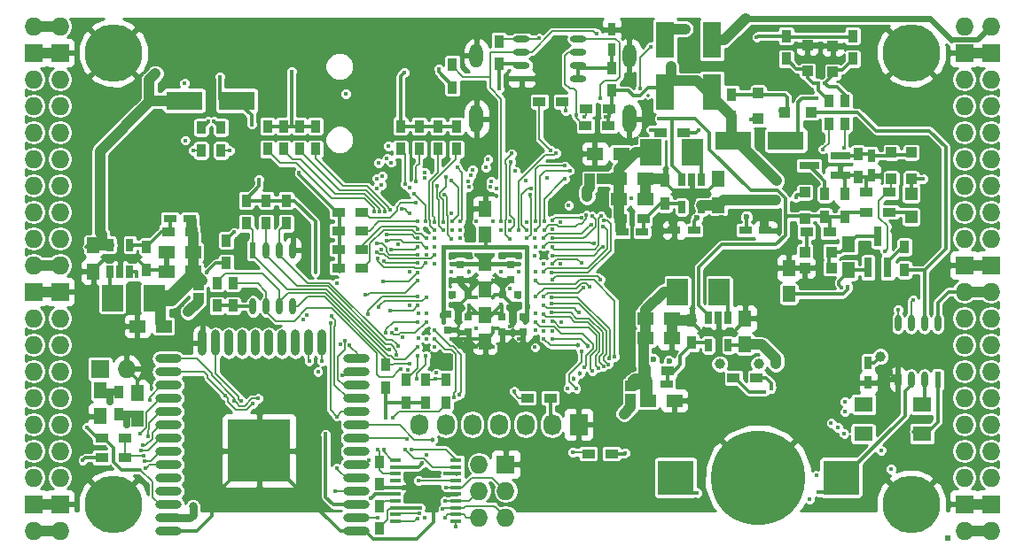
<source format=gbl>
G04 #@! TF.FileFunction,Copper,L4,Bot,Signal*
%FSLAX46Y46*%
G04 Gerber Fmt 4.6, Leading zero omitted, Abs format (unit mm)*
G04 Created by KiCad (PCBNEW 4.0.7+dfsg1-1) date Wed Jan 17 15:58:00 2018*
%MOMM*%
%LPD*%
G01*
G04 APERTURE LIST*
%ADD10C,0.100000*%
%ADD11O,1.727200X1.727200*%
%ADD12R,1.727200X1.727200*%
%ADD13R,0.500000X0.500000*%
%ADD14R,0.900000X1.200000*%
%ADD15R,1.000000X1.000000*%
%ADD16R,1.800000X3.500000*%
%ADD17R,1.200000X0.900000*%
%ADD18R,2.000000X2.500000*%
%ADD19R,0.700000X1.200000*%
%ADD20R,1.250000X1.500000*%
%ADD21R,1.500000X1.250000*%
%ADD22R,0.800000X1.900000*%
%ADD23R,1.900000X0.800000*%
%ADD24R,1.200000X0.750000*%
%ADD25R,0.750000X1.200000*%
%ADD26C,5.500000*%
%ADD27R,1.000000X0.400000*%
%ADD28R,1.727200X2.032000*%
%ADD29O,1.727200X2.032000*%
%ADD30R,3.500000X1.800000*%
%ADD31R,3.500000X3.300000*%
%ADD32C,9.000000*%
%ADD33O,1.300000X2.700000*%
%ADD34O,1.300000X2.300000*%
%ADD35R,0.600000X1.550000*%
%ADD36O,0.600000X1.550000*%
%ADD37R,1.550000X0.600000*%
%ADD38O,1.550000X0.600000*%
%ADD39O,2.500000X0.900000*%
%ADD40O,0.900000X2.500000*%
%ADD41R,6.000000X6.000000*%
%ADD42R,1.800000X1.400000*%
%ADD43R,1.200000X1.200000*%
%ADD44R,0.750000X0.800000*%
%ADD45R,0.800000X0.750000*%
%ADD46C,0.400000*%
%ADD47C,1.000000*%
%ADD48C,0.600000*%
%ADD49C,0.454000*%
%ADD50C,0.800000*%
%ADD51C,0.700000*%
%ADD52C,0.300000*%
%ADD53C,0.500000*%
%ADD54C,0.190000*%
%ADD55C,1.000000*%
%ADD56C,0.600000*%
%ADD57C,0.400000*%
%ADD58C,0.800000*%
%ADD59C,0.700000*%
%ADD60C,1.500000*%
%ADD61C,0.127000*%
%ADD62C,1.200000*%
%ADD63C,0.200000*%
%ADD64C,0.254000*%
G04 APERTURE END LIST*
D10*
D11*
X97910000Y-62690000D03*
X95370000Y-62690000D03*
D12*
X97910000Y-65230000D03*
X95370000Y-65230000D03*
D11*
X97910000Y-67770000D03*
X95370000Y-67770000D03*
X97910000Y-70310000D03*
X95370000Y-70310000D03*
X97910000Y-72850000D03*
X95370000Y-72850000D03*
X97910000Y-75390000D03*
X95370000Y-75390000D03*
X97910000Y-77930000D03*
X95370000Y-77930000D03*
X97910000Y-80470000D03*
X95370000Y-80470000D03*
X97910000Y-83010000D03*
X95370000Y-83010000D03*
X97910000Y-85550000D03*
X95370000Y-85550000D03*
D12*
X97910000Y-88090000D03*
X95370000Y-88090000D03*
D11*
X97910000Y-90630000D03*
X95370000Y-90630000D03*
X97910000Y-93170000D03*
X95370000Y-93170000D03*
X97910000Y-95710000D03*
X95370000Y-95710000D03*
X97910000Y-98250000D03*
X95370000Y-98250000D03*
X97910000Y-100790000D03*
X95370000Y-100790000D03*
X97910000Y-103330000D03*
X95370000Y-103330000D03*
X97910000Y-105870000D03*
X95370000Y-105870000D03*
D12*
X97910000Y-108410000D03*
X95370000Y-108410000D03*
D11*
X97910000Y-110950000D03*
X95370000Y-110950000D03*
D13*
X182675150Y-111637626D03*
D14*
X103498000Y-99858000D03*
X103498000Y-97658000D03*
D15*
X152393000Y-97142000D03*
X152393000Y-98342000D03*
D16*
X155695000Y-69000000D03*
X155695000Y-64000000D03*
D17*
X157430000Y-72850000D03*
X155230000Y-72850000D03*
D18*
X160870000Y-88090000D03*
X156870000Y-88090000D03*
D19*
X159825000Y-90600000D03*
X160775000Y-90600000D03*
X161725000Y-90600000D03*
X161725000Y-93200000D03*
X159825000Y-93200000D03*
D18*
X102895000Y-88725000D03*
X106895000Y-88725000D03*
D19*
X104575000Y-86215000D03*
X103625000Y-86215000D03*
X102675000Y-86215000D03*
X102675000Y-83615000D03*
X104575000Y-83615000D03*
D18*
X158330000Y-74755000D03*
X154330000Y-74755000D03*
D19*
X157285000Y-77392000D03*
X158235000Y-77392000D03*
X159185000Y-77392000D03*
X159185000Y-79992000D03*
X157285000Y-79992000D03*
D20*
X101085000Y-83665000D03*
X101085000Y-86165000D03*
D21*
X153810000Y-90630000D03*
X156310000Y-90630000D03*
X153810000Y-92535000D03*
X156310000Y-92535000D03*
D20*
X163315000Y-93150000D03*
X163315000Y-90650000D03*
D21*
X151270000Y-79200000D03*
X153770000Y-79200000D03*
X151270000Y-77295000D03*
X153770000Y-77295000D03*
D20*
X160775000Y-79815000D03*
X160775000Y-77315000D03*
D21*
X110590000Y-84280000D03*
X108090000Y-84280000D03*
X110590000Y-86185000D03*
X108090000Y-86185000D03*
D20*
X173221000Y-86038000D03*
X173221000Y-83538000D03*
D22*
X176965000Y-85780000D03*
X175065000Y-85780000D03*
X176015000Y-82780000D03*
D23*
X172435000Y-75075000D03*
X172435000Y-76975000D03*
X169435000Y-76025000D03*
D24*
X153910000Y-96910000D03*
X155810000Y-96910000D03*
X151570000Y-82375000D03*
X153470000Y-82375000D03*
X110290000Y-81105000D03*
X108390000Y-81105000D03*
D25*
X175380000Y-75075000D03*
X175380000Y-76975000D03*
D17*
X169200000Y-82375000D03*
X171400000Y-82375000D03*
D14*
X172840000Y-80935000D03*
X172840000Y-78735000D03*
D17*
X177115000Y-80470000D03*
X174915000Y-80470000D03*
D14*
X174110000Y-74925000D03*
X174110000Y-77125000D03*
X178555000Y-83815000D03*
X178555000Y-86015000D03*
X113785000Y-83180000D03*
X113785000Y-85380000D03*
X170935000Y-80935000D03*
X170935000Y-78735000D03*
X128390000Y-108580000D03*
X128390000Y-110780000D03*
D17*
X150572000Y-103584000D03*
X148372000Y-103584000D03*
X177115000Y-78565000D03*
X174915000Y-78565000D03*
X153760000Y-95640000D03*
X155960000Y-95640000D03*
X110440000Y-82375000D03*
X108240000Y-82375000D03*
X151420000Y-81105000D03*
X153620000Y-81105000D03*
D14*
X158235000Y-90800000D03*
X158235000Y-93000000D03*
X106165000Y-86015000D03*
X106165000Y-83815000D03*
X155695000Y-77465000D03*
X155695000Y-79665000D03*
D17*
X126696000Y-85804000D03*
X124496000Y-85804000D03*
X126696000Y-84026000D03*
X124496000Y-84026000D03*
X126696000Y-82248000D03*
X124496000Y-82248000D03*
X126696000Y-80470000D03*
X124496000Y-80470000D03*
D14*
X130422000Y-74458000D03*
X130422000Y-72258000D03*
X132200000Y-74458000D03*
X132200000Y-72258000D03*
X133978000Y-74458000D03*
X133978000Y-72258000D03*
X135756000Y-74458000D03*
X135756000Y-72258000D03*
D25*
X150589600Y-64910000D03*
X150589600Y-63010000D03*
D11*
X184270000Y-110950000D03*
X186810000Y-110950000D03*
D12*
X184270000Y-108410000D03*
X186810000Y-108410000D03*
D11*
X184270000Y-105870000D03*
X186810000Y-105870000D03*
X184270000Y-103330000D03*
X186810000Y-103330000D03*
X184270000Y-100790000D03*
X186810000Y-100790000D03*
X184270000Y-98250000D03*
X186810000Y-98250000D03*
X184270000Y-95710000D03*
X186810000Y-95710000D03*
X184270000Y-93170000D03*
X186810000Y-93170000D03*
X184270000Y-90630000D03*
X186810000Y-90630000D03*
X184270000Y-88090000D03*
X186810000Y-88090000D03*
D12*
X184270000Y-85550000D03*
X186810000Y-85550000D03*
D11*
X184270000Y-83010000D03*
X186810000Y-83010000D03*
X184270000Y-80470000D03*
X186810000Y-80470000D03*
X184270000Y-77930000D03*
X186810000Y-77930000D03*
X184270000Y-75390000D03*
X186810000Y-75390000D03*
X184270000Y-72850000D03*
X186810000Y-72850000D03*
X184270000Y-70310000D03*
X186810000Y-70310000D03*
X184270000Y-67770000D03*
X186810000Y-67770000D03*
D12*
X184270000Y-65230000D03*
X186810000Y-65230000D03*
D11*
X184270000Y-62690000D03*
X186810000Y-62690000D03*
D26*
X102990000Y-108410000D03*
X179190000Y-108410000D03*
X179190000Y-65230000D03*
X102990000Y-65230000D03*
D14*
X162045000Y-71410000D03*
X162045000Y-69210000D03*
X139820000Y-66330000D03*
X139820000Y-64130000D03*
X135375000Y-68532000D03*
X135375000Y-66332000D03*
X150615000Y-68870000D03*
X150615000Y-66670000D03*
D17*
X150275000Y-72215000D03*
X148075000Y-72215000D03*
X150380000Y-70600000D03*
X148180000Y-70600000D03*
D27*
X135735000Y-104215000D03*
X135735000Y-104865000D03*
X135735000Y-105515000D03*
X135735000Y-106165000D03*
X135735000Y-106815000D03*
X135735000Y-107465000D03*
X135735000Y-108115000D03*
X135735000Y-108765000D03*
X135735000Y-109415000D03*
X135735000Y-110065000D03*
X129935000Y-110065000D03*
X129935000Y-109415000D03*
X129935000Y-108765000D03*
X129935000Y-108115000D03*
X129935000Y-107465000D03*
X129935000Y-106815000D03*
X129935000Y-106165000D03*
X129935000Y-105515000D03*
X129935000Y-104865000D03*
X129935000Y-104215000D03*
D14*
X119500000Y-79370000D03*
X119500000Y-81570000D03*
X114420000Y-89444000D03*
X114420000Y-87244000D03*
X129025000Y-97275000D03*
X129025000Y-95075000D03*
X117595000Y-79370000D03*
X117595000Y-81570000D03*
X112896000Y-89444000D03*
X112896000Y-87244000D03*
X115690000Y-79370000D03*
X115690000Y-81570000D03*
D17*
X144730000Y-98250000D03*
X142530000Y-98250000D03*
D14*
X132835000Y-98715000D03*
X132835000Y-96515000D03*
X130930000Y-98715000D03*
X130930000Y-96515000D03*
D17*
X101890000Y-103965000D03*
X104090000Y-103965000D03*
D12*
X101720000Y-95456000D03*
D11*
X104260000Y-95456000D03*
D17*
X104090000Y-102060000D03*
X101890000Y-102060000D03*
D20*
X167506000Y-88324000D03*
X167506000Y-85824000D03*
D17*
X164415000Y-96345000D03*
X162215000Y-96345000D03*
D14*
X167252000Y-65822000D03*
X167252000Y-63622000D03*
D12*
X140455000Y-104600000D03*
D11*
X137915000Y-104600000D03*
X140455000Y-107140000D03*
X137915000Y-107140000D03*
X140455000Y-109680000D03*
X137915000Y-109680000D03*
D20*
X138500000Y-90370000D03*
X138500000Y-92870000D03*
X138500000Y-82670000D03*
X138500000Y-80170000D03*
X138500000Y-85370000D03*
X138500000Y-87870000D03*
X101720000Y-97508000D03*
X101720000Y-100008000D03*
D14*
X113277000Y-74585000D03*
X113277000Y-72385000D03*
X111372000Y-74585000D03*
X111372000Y-72385000D03*
X172840000Y-72045000D03*
X172840000Y-69845000D03*
X171316000Y-72045000D03*
X171316000Y-69845000D03*
D28*
X147440000Y-100790000D03*
D29*
X144900000Y-100790000D03*
X142360000Y-100790000D03*
X139820000Y-100790000D03*
X137280000Y-100790000D03*
X134740000Y-100790000D03*
X132200000Y-100790000D03*
D20*
X105276000Y-100262000D03*
X105276000Y-97762000D03*
D30*
X109761000Y-69802000D03*
X114761000Y-69802000D03*
X167212000Y-73612000D03*
X162212000Y-73612000D03*
D16*
X160140000Y-64000000D03*
X160140000Y-69000000D03*
D21*
X154064000Y-98504000D03*
X156564000Y-98504000D03*
X107796000Y-91392000D03*
X105296000Y-91392000D03*
X151484000Y-74882000D03*
X148984000Y-74882000D03*
D14*
X173602000Y-65822000D03*
X173602000Y-63622000D03*
X134740000Y-96515000D03*
X134740000Y-98715000D03*
D31*
X172485000Y-105870000D03*
X156685000Y-105870000D03*
D32*
X164585000Y-105870000D03*
D15*
X169284000Y-66988000D03*
X169284000Y-64488000D03*
X171697000Y-67081000D03*
X171697000Y-64581000D03*
X169050000Y-84280000D03*
X171550000Y-84280000D03*
X169030000Y-81085000D03*
X169030000Y-78585000D03*
X171550000Y-85804000D03*
X169050000Y-85804000D03*
X179190000Y-77275000D03*
X179190000Y-74775000D03*
X177285000Y-74775000D03*
X177285000Y-77275000D03*
X167145000Y-70945000D03*
X169645000Y-70945000D03*
X164585000Y-69060000D03*
X164585000Y-71560000D03*
X111118000Y-87490000D03*
X111118000Y-88690000D03*
X149691000Y-77295000D03*
X148491000Y-77295000D03*
D14*
X128390000Y-106546000D03*
X128390000Y-104346000D03*
X117722000Y-74458000D03*
X117722000Y-72258000D03*
X119246000Y-74458000D03*
X119246000Y-72258000D03*
X120770000Y-74458000D03*
X120770000Y-72258000D03*
X122294000Y-74458000D03*
X122294000Y-72258000D03*
D17*
X145880000Y-69900000D03*
X143680000Y-69900000D03*
D33*
X152280000Y-71550000D03*
X137680000Y-71550000D03*
D34*
X137680000Y-65500000D03*
X152280000Y-65500000D03*
D35*
X181730000Y-96505000D03*
D36*
X180460000Y-96505000D03*
X179190000Y-96505000D03*
X177920000Y-96505000D03*
X177920000Y-91105000D03*
X179190000Y-91105000D03*
X180460000Y-91105000D03*
X181730000Y-91105000D03*
D37*
X141980000Y-67706500D03*
D38*
X141980000Y-66436500D03*
X141980000Y-65166500D03*
X141980000Y-63896500D03*
X147380000Y-63896500D03*
X147380000Y-65166500D03*
X147380000Y-66436500D03*
X147380000Y-67706500D03*
D35*
X116325000Y-84120000D03*
D36*
X117595000Y-84120000D03*
X118865000Y-84120000D03*
X120135000Y-84120000D03*
X120135000Y-89520000D03*
X118865000Y-89520000D03*
X117595000Y-89520000D03*
X116325000Y-89520000D03*
D39*
X126230000Y-111000000D03*
X126230000Y-109730000D03*
X126230000Y-108460000D03*
X126230000Y-107190000D03*
X126230000Y-105920000D03*
X126230000Y-104650000D03*
X126230000Y-103380000D03*
X126230000Y-102110000D03*
X126230000Y-100840000D03*
X126230000Y-99570000D03*
X126230000Y-98300000D03*
X126230000Y-97030000D03*
X126230000Y-95760000D03*
X126230000Y-94490000D03*
D40*
X122945000Y-93000000D03*
X121675000Y-93000000D03*
X120405000Y-93000000D03*
X119135000Y-93000000D03*
X117865000Y-93000000D03*
X116595000Y-93000000D03*
X115325000Y-93000000D03*
X114055000Y-93000000D03*
X112785000Y-93000000D03*
X111515000Y-93000000D03*
D39*
X108230000Y-94490000D03*
X108230000Y-95760000D03*
X108230000Y-97030000D03*
X108230000Y-98300000D03*
X108230000Y-99570000D03*
X108230000Y-100840000D03*
X108230000Y-102110000D03*
X108230000Y-103380000D03*
X108230000Y-104650000D03*
X108230000Y-105920000D03*
X108230000Y-107190000D03*
X108230000Y-108460000D03*
X108230000Y-109730000D03*
X108230000Y-111000000D03*
D41*
X116930000Y-103300000D03*
D42*
X180212000Y-98882000D03*
X174612000Y-98882000D03*
X174612000Y-101682000D03*
X180212000Y-101682000D03*
D43*
X179190000Y-78735000D03*
X179190000Y-80935000D03*
D44*
X140900000Y-86970000D03*
X140900000Y-85470000D03*
X136100000Y-86970000D03*
X136100000Y-85470000D03*
X136900000Y-91970000D03*
X136900000Y-90470000D03*
X140100000Y-91970000D03*
X140100000Y-90470000D03*
X142100000Y-91970000D03*
X142100000Y-90470000D03*
X134900000Y-91770000D03*
X134900000Y-90270000D03*
D45*
X136850000Y-88420000D03*
X135350000Y-88420000D03*
X140150000Y-88420000D03*
X141650000Y-88420000D03*
D24*
X163350000Y-82220000D03*
X165250000Y-82220000D03*
X158450000Y-82220000D03*
X156550000Y-82220000D03*
D25*
X175100000Y-94870000D03*
X175100000Y-96770000D03*
D46*
X135342764Y-89381630D03*
X144103496Y-84660400D03*
D47*
X177658444Y-82281349D03*
D46*
X145680000Y-81405125D03*
X145691238Y-94166752D03*
X145759873Y-91010176D03*
D48*
X152525938Y-81463870D03*
D47*
X162956098Y-95078488D03*
X158539988Y-94868772D03*
D48*
X161075765Y-80992022D03*
X164882869Y-80938986D03*
X156262773Y-81349374D03*
X123437000Y-108972000D03*
D46*
X132871770Y-84533979D03*
X132862998Y-82124544D03*
X131278306Y-86213101D03*
X135281276Y-80583119D03*
X131279502Y-89407325D03*
X170309539Y-85441529D03*
X145672808Y-85396062D03*
X133216000Y-107465000D03*
X137680000Y-88600000D03*
X142480000Y-95000000D03*
X141680000Y-92600000D03*
X140836000Y-84534000D03*
X135284627Y-94985297D03*
X135288625Y-94225619D03*
X134455822Y-94267172D03*
X136095958Y-93369652D03*
D49*
X139264636Y-91615205D03*
D47*
X116880503Y-64802940D03*
X106974809Y-64953974D03*
X175210328Y-64948943D03*
X165417246Y-64954666D03*
D46*
X175495631Y-71457432D03*
X177285000Y-95710000D03*
X140880000Y-81400000D03*
X140874194Y-91433353D03*
X142480000Y-94200000D03*
X140880000Y-93400000D03*
X139280000Y-93400000D03*
X137680000Y-93400000D03*
X136880000Y-92600000D03*
X135280000Y-92600000D03*
X132880000Y-91800000D03*
X132880000Y-93400000D03*
D49*
X141042859Y-86994997D03*
X139280000Y-87000000D03*
X136110990Y-86995403D03*
X137680000Y-87000000D03*
X136080000Y-84600000D03*
X139280000Y-88600000D03*
D47*
X101707889Y-82423180D03*
X107021491Y-67228122D03*
X166284693Y-95025145D03*
X166248957Y-79348409D03*
X166343357Y-77477990D03*
D46*
X172564535Y-87722010D03*
X150030853Y-71331848D03*
D47*
X156235582Y-66548363D03*
X157600000Y-62944000D03*
D46*
X137659051Y-91638034D03*
X135273306Y-88618602D03*
X135280000Y-86200000D03*
X135280000Y-85440000D03*
X158870000Y-72596000D03*
X114513935Y-82409431D03*
X116912932Y-77355158D03*
X109760378Y-68177900D03*
X109840000Y-73620000D03*
X132110753Y-92527478D03*
X113658000Y-89360000D03*
X165803369Y-97344883D03*
D47*
X148237462Y-79019093D03*
D46*
X148271935Y-77558071D03*
D47*
X160905403Y-95006436D03*
D48*
X158731133Y-81048929D03*
X154593901Y-94607945D03*
X156088245Y-94762980D03*
D47*
X164625730Y-94982471D03*
D48*
X163462982Y-80942429D03*
D47*
X176254940Y-94288458D03*
D50*
X110593913Y-108636458D03*
D46*
X180340784Y-77316932D03*
X173137949Y-87594275D03*
D51*
X102710050Y-98594954D03*
D46*
X129005202Y-100174798D03*
X139820000Y-68665673D03*
X172834633Y-99599920D03*
X172879922Y-98618650D03*
X176305593Y-103279812D03*
X164433885Y-63737451D03*
X134079160Y-66786153D03*
X100080000Y-104200000D03*
X139272517Y-84611349D03*
X137680556Y-84534085D03*
X141680000Y-86200000D03*
X132880000Y-92600000D03*
X141680000Y-88600000D03*
X141680000Y-85400000D03*
X129983242Y-91668979D03*
X121431221Y-90311593D03*
X121088335Y-90753785D03*
X130583026Y-92475628D03*
X146394787Y-97333919D03*
X143300000Y-86220000D03*
X147175985Y-97333919D03*
X147700000Y-93820000D03*
X144900000Y-91820000D03*
X142277990Y-91000000D03*
D47*
X110128890Y-90028152D03*
D46*
X142480000Y-83800000D03*
X134480000Y-83800000D03*
X134480000Y-91000000D03*
X155115280Y-71563465D03*
X105245010Y-86595559D03*
X125193541Y-69156848D03*
X170182962Y-69571012D03*
X170362901Y-107286196D03*
X158716651Y-107325176D03*
X136028224Y-97922729D03*
X128216338Y-109760338D03*
X132708000Y-109680000D03*
X134750646Y-106810513D03*
X133680000Y-91800000D03*
X135517016Y-98167170D03*
X134675868Y-108131585D03*
D49*
X133449289Y-102232615D03*
D46*
X133680000Y-92600000D03*
X132936956Y-103711000D03*
X127385678Y-104203668D03*
X133685482Y-93402296D03*
X134463998Y-108841973D03*
X131986331Y-96404793D03*
X131039072Y-102187000D03*
X134636872Y-109719950D03*
X132846234Y-94197073D03*
X176700000Y-84220000D03*
X143260000Y-84620000D03*
X120739932Y-76694083D03*
X130761990Y-67119621D03*
X147186000Y-71200000D03*
X147983153Y-71347080D03*
X149475951Y-69619684D03*
X153297112Y-68665673D03*
X177926984Y-89812061D03*
X154329326Y-64643767D03*
X152497066Y-79193467D03*
X146481406Y-79819384D03*
X143650666Y-63862520D03*
X179351513Y-88868327D03*
X149134122Y-63424051D03*
X140035989Y-81400000D03*
X121687479Y-94718249D03*
X128776655Y-87127857D03*
X132083026Y-86260405D03*
X113700000Y-98020000D03*
X116325960Y-98790853D03*
X122932649Y-94724357D03*
X124849021Y-96102869D03*
X122527919Y-95725900D03*
X116198000Y-72088000D03*
X127586603Y-107875044D03*
X113157250Y-67567056D03*
X146180000Y-70800000D03*
X131453853Y-103208291D03*
X149771692Y-81825658D03*
X144080000Y-86200000D03*
X149533922Y-86909940D03*
X144894316Y-86977564D03*
X144896700Y-83835368D03*
X149549750Y-80868432D03*
D49*
X147343891Y-93217126D03*
D46*
X144113248Y-92588762D03*
X144875155Y-86292748D03*
X149846468Y-81303978D03*
X148696112Y-80861847D03*
X144916886Y-82991356D03*
D49*
X148349010Y-93322307D03*
D46*
X144882352Y-92577990D03*
X144902941Y-90956495D03*
X148747982Y-95669626D03*
X144867244Y-90112484D03*
X149795895Y-95251084D03*
X144855814Y-89268481D03*
X150278898Y-95040253D03*
X150345974Y-94517527D03*
X144877648Y-88622010D03*
X150889207Y-94332565D03*
X143280000Y-87000000D03*
X130211351Y-93284273D03*
X131084713Y-95564177D03*
X130422000Y-95456000D03*
X131316164Y-94959140D03*
X130053332Y-94113207D03*
X132031990Y-93400000D03*
X129371747Y-93601166D03*
X141280657Y-97642010D03*
X133852393Y-95875797D03*
X133762848Y-96395146D03*
X132080000Y-94200000D03*
X128622659Y-84064643D03*
X105895603Y-103765816D03*
X130839477Y-103208987D03*
X129449238Y-89873934D03*
X132075624Y-89410644D03*
X128806823Y-103185900D03*
X128312094Y-89556924D03*
X132162861Y-106185868D03*
X132880000Y-88600000D03*
X127040053Y-88426410D03*
X124322162Y-105002357D03*
X132080000Y-87000000D03*
X125525099Y-93236764D03*
X124202418Y-107207639D03*
X110599084Y-74589383D03*
X132024412Y-109766775D03*
X114104080Y-74612196D03*
X132219727Y-109277292D03*
X115190634Y-98572389D03*
X131847310Y-79589886D03*
X132080000Y-81400000D03*
X132080007Y-82103333D03*
X132872609Y-82968555D03*
X133627359Y-81414685D03*
X133648389Y-82190597D03*
X131923295Y-77584853D03*
X130856828Y-77786820D03*
X129555604Y-91985990D03*
X132880000Y-91000000D03*
X129028593Y-91985999D03*
X132077338Y-91002010D03*
X131275302Y-80595752D03*
X130489904Y-80167235D03*
X128823114Y-85153560D03*
X132072985Y-85377990D03*
X134476508Y-82180155D03*
X133942383Y-77980766D03*
X163908850Y-71651861D03*
X135656559Y-110610712D03*
X132468001Y-104503413D03*
X146844288Y-103452739D03*
D51*
X104260000Y-100790000D03*
D46*
X114560994Y-98539563D03*
X116800000Y-98320000D03*
X111895217Y-86253790D03*
X165170594Y-97666317D03*
X170157734Y-105666345D03*
X169506589Y-107953726D03*
X170735900Y-74464979D03*
X143257990Y-83000000D03*
X168166438Y-79108038D03*
X151896383Y-103510715D03*
X112614274Y-71803529D03*
X112074854Y-71810535D03*
X143269694Y-93414905D03*
X177274002Y-105079115D03*
X172761273Y-101651681D03*
X143280000Y-91800000D03*
X172193360Y-101105663D03*
X144064831Y-91877646D03*
X144080000Y-90956495D03*
X171540304Y-100645743D03*
X135320520Y-82196441D03*
X129493343Y-75737814D03*
X136080000Y-82200000D03*
X129125079Y-75315804D03*
X136080000Y-83000000D03*
X129252218Y-74142461D03*
X142377451Y-77497451D03*
X172746637Y-74347988D03*
X143280000Y-83800000D03*
X170300000Y-68151000D03*
X170950000Y-68125562D03*
X125110333Y-92787995D03*
X124361185Y-87274371D03*
X124361184Y-87274370D03*
X182675150Y-111637626D03*
X166678914Y-70803555D03*
X123273881Y-101715917D03*
X129660000Y-100155000D03*
X127308270Y-90221456D03*
X132084049Y-88558274D03*
X128280000Y-103200000D03*
X120008000Y-67008000D03*
X133680000Y-83000000D03*
X129457990Y-80285112D03*
X133680000Y-83800000D03*
X128943593Y-80399729D03*
X130204628Y-83599483D03*
X128416582Y-80399850D03*
X127889625Y-80407426D03*
X133680000Y-85400000D03*
X144780000Y-74590382D03*
X140896226Y-87816226D03*
X140038941Y-89350966D03*
X136944530Y-89373464D03*
D49*
X136938110Y-86196311D03*
D46*
X140014602Y-86192969D03*
X139285803Y-90177691D03*
X137689001Y-90122990D03*
D47*
X151758000Y-99774000D03*
D46*
X136885174Y-90194826D03*
X140094890Y-90122990D03*
X128333179Y-75769807D03*
X134613000Y-78819000D03*
X135280000Y-83022010D03*
X154298000Y-72596000D03*
X100450000Y-101044000D03*
X132285867Y-108754446D03*
X134707351Y-105508447D03*
X139280000Y-81400000D03*
X139578623Y-78205862D03*
X139034115Y-78040948D03*
X139046749Y-77514088D03*
X138580000Y-76200000D03*
X138779198Y-75400762D03*
X137680000Y-81400000D03*
X137308732Y-76415018D03*
X137106948Y-76979922D03*
X136859538Y-77550820D03*
X136922059Y-78097889D03*
X136096392Y-81395070D03*
X135830698Y-76200613D03*
X135315381Y-81391918D03*
X135280062Y-77463305D03*
X134471370Y-81406751D03*
X134758050Y-77130140D03*
D49*
X146942280Y-96452058D03*
X147534467Y-95913260D03*
D46*
X147928857Y-95339016D03*
X143322010Y-91000657D03*
X149284391Y-95377990D03*
X144077013Y-90266968D03*
X147430953Y-90112484D03*
X144076240Y-89395301D03*
X143322010Y-90201951D03*
X147910791Y-87683418D03*
X144082832Y-88584510D03*
X143322010Y-88595030D03*
X148483539Y-87608166D03*
X144102010Y-85397219D03*
X144889349Y-85448737D03*
X147687390Y-85374093D03*
X149732494Y-83807694D03*
X144912409Y-84635817D03*
X148921512Y-83442010D03*
X144103186Y-83777990D03*
X148610661Y-81705858D03*
X144102010Y-83000000D03*
X144888125Y-82147345D03*
X148175253Y-80781550D03*
X144125486Y-82186468D03*
X147688311Y-80983115D03*
X144880008Y-81303333D03*
X142841210Y-78784254D03*
X142473549Y-82998913D03*
X142864275Y-78217369D03*
X142437464Y-82181475D03*
X146089079Y-77300571D03*
X144144931Y-81387081D03*
X144394875Y-77219934D03*
X146577729Y-76500816D03*
X143281475Y-82206074D03*
X146130802Y-76060132D03*
X143300920Y-81377293D03*
X145255695Y-74817220D03*
X141662690Y-82207782D03*
X142456909Y-81405800D03*
X140030954Y-82200000D03*
X141342967Y-76554996D03*
X141046643Y-74873804D03*
X140864029Y-83041403D03*
X140874966Y-82177164D03*
X140980062Y-75681941D03*
X132761172Y-77202673D03*
X132737245Y-76676207D03*
X128644933Y-77050030D03*
X128152012Y-77257840D03*
X128125571Y-78233647D03*
X128590544Y-77894041D03*
X131253134Y-78134216D03*
X106477197Y-98487772D03*
X131709326Y-78745875D03*
X132783339Y-81400004D03*
X132079024Y-82984045D03*
X129109095Y-82655074D03*
X105572759Y-101661319D03*
X106276126Y-101893466D03*
X132880889Y-83897835D03*
X129054383Y-83179239D03*
X129487667Y-84079929D03*
X132083682Y-83828056D03*
X105813763Y-102819336D03*
X128165458Y-83509725D03*
X132062099Y-84533979D03*
X105627254Y-103312241D03*
X128182016Y-84353737D03*
X105992720Y-104283802D03*
X133671942Y-84595200D03*
X128207686Y-84880123D03*
X106088753Y-104974041D03*
X132834641Y-85377990D03*
X123714874Y-91057383D03*
X124326000Y-100028000D03*
X124681087Y-93093755D03*
X132900000Y-90180000D03*
X123846546Y-90451525D03*
X132100000Y-90157990D03*
D52*
X154044000Y-69310596D02*
X154052298Y-69302298D01*
X164882869Y-80938986D02*
X164882869Y-81852869D01*
X164882869Y-81852869D02*
X165250000Y-82220000D01*
X156550000Y-82220000D02*
X156550000Y-82895000D01*
X156550000Y-82895000D02*
X155822000Y-83623000D01*
X155822000Y-83623000D02*
X155822000Y-83645000D01*
X156262773Y-81349374D02*
X156262773Y-81932773D01*
X156262773Y-81932773D02*
X156550000Y-82220000D01*
X139264636Y-91615205D02*
X139745205Y-91615205D01*
X139745205Y-91615205D02*
X140100000Y-91970000D01*
D53*
X140150000Y-88420000D02*
X140150000Y-87606614D01*
X140150000Y-87606614D02*
X139543386Y-87000000D01*
D52*
X139543386Y-87000000D02*
X139280000Y-87000000D01*
X140150000Y-88420000D02*
X140150000Y-87618935D01*
D53*
X140150000Y-87618935D02*
X140773938Y-86994997D01*
D52*
X140773938Y-86994997D02*
X141042859Y-86994997D01*
X137680000Y-87000000D02*
X137680000Y-87050000D01*
X137680000Y-87050000D02*
X138500000Y-87870000D01*
X139280000Y-87000000D02*
X139280000Y-87090000D01*
X139280000Y-87090000D02*
X138500000Y-87870000D01*
X140150000Y-88420000D02*
X141150000Y-89420000D01*
X140150000Y-88420000D02*
X139460000Y-88420000D01*
X139460000Y-88420000D02*
X139280000Y-88600000D01*
X137680000Y-87000000D02*
X137680000Y-87298789D01*
D53*
X137680000Y-87298789D02*
X136850000Y-88128789D01*
D52*
X136850000Y-88128789D02*
X136850000Y-88420000D01*
X136110990Y-86995403D02*
X136110990Y-87288031D01*
X136850000Y-88027041D02*
X136850000Y-88420000D01*
D53*
X136110990Y-87288031D02*
X136850000Y-88027041D01*
D52*
X136110990Y-86995403D02*
X137675403Y-86995403D01*
X137675403Y-86995403D02*
X137680000Y-87000000D01*
X135850000Y-90220000D02*
X135850000Y-89545000D01*
X135850000Y-89545000D02*
X136795000Y-88600000D01*
X136795000Y-88600000D02*
X137397158Y-88600000D01*
X137397158Y-88600000D02*
X137680000Y-88600000D01*
X153039876Y-83645000D02*
X155822000Y-83645000D01*
X152525938Y-83131062D02*
X153039876Y-83645000D01*
X152525938Y-81463870D02*
X152525938Y-83131062D01*
D54*
X138029000Y-66332000D02*
X138115000Y-66246000D01*
D52*
X133415999Y-107664999D02*
X133216000Y-107465000D01*
X133612013Y-107861013D02*
X133415999Y-107664999D01*
X131991648Y-111780338D02*
X133612013Y-110159973D01*
X127810434Y-111780338D02*
X131991648Y-111780338D01*
X133612013Y-110159973D02*
X133612013Y-107861013D01*
X127060434Y-111030338D02*
X127810434Y-111780338D01*
X126260434Y-111030338D02*
X127060434Y-111030338D01*
D55*
X184270000Y-108410000D02*
X186810000Y-108410000D01*
X184270000Y-85550000D02*
X186810000Y-85550000D01*
X184270000Y-65230000D02*
X186810000Y-65230000D01*
X95370000Y-65230000D02*
X97910000Y-65230000D01*
X95370000Y-88090000D02*
X97910000Y-88090000D01*
X95370000Y-108410000D02*
X97910000Y-108410000D01*
D52*
X108260434Y-111030338D02*
X109060434Y-111030338D01*
X109060434Y-111030338D02*
X109140772Y-110950000D01*
X110957617Y-110950000D02*
X112380000Y-109527617D01*
X109140772Y-110950000D02*
X110957617Y-110950000D01*
X112380000Y-109527617D02*
X112380000Y-107854384D01*
X112380000Y-107854384D02*
X116904046Y-103330338D01*
X116904046Y-103330338D02*
X116960434Y-103330338D01*
X167506000Y-85824000D02*
X169927068Y-85824000D01*
X169927068Y-85824000D02*
X170109540Y-85641528D01*
X170109540Y-85641528D02*
X170309539Y-85441529D01*
X104260000Y-95456000D02*
X105276000Y-96472000D01*
X105276000Y-96472000D02*
X105276000Y-97762000D01*
X133216000Y-107465000D02*
X132214478Y-107465000D01*
X135735000Y-107465000D02*
X133216000Y-107465000D01*
X132214478Y-107465000D02*
X131572496Y-106823018D01*
X131572496Y-106823018D02*
X129919874Y-106823018D01*
X126260434Y-111030338D02*
X124660659Y-111030338D01*
X124660659Y-111030338D02*
X116960659Y-103330338D01*
X116960659Y-103330338D02*
X116960434Y-103330338D01*
X129935000Y-106815000D02*
X128659000Y-106815000D01*
X128659000Y-106815000D02*
X128390000Y-106546000D01*
X128390000Y-106546000D02*
X128558000Y-106546000D01*
X136126306Y-93400000D02*
X136095958Y-93369652D01*
X136880000Y-92600000D02*
X136110348Y-93369652D01*
X136049652Y-93369652D02*
X136095958Y-93369652D01*
X137680000Y-93400000D02*
X136126306Y-93400000D01*
X135280000Y-92600000D02*
X136049652Y-93369652D01*
X136110348Y-93369652D02*
X136095958Y-93369652D01*
X139264636Y-92054364D02*
X139264636Y-91936231D01*
X139264636Y-91936231D02*
X139264636Y-91615205D01*
X138550000Y-92769000D02*
X139264636Y-92054364D01*
X136880000Y-92600000D02*
X137680000Y-93400000D01*
X136880000Y-92600000D02*
X138381000Y-92600000D01*
X138381000Y-92600000D02*
X138550000Y-92769000D01*
X135280000Y-92600000D02*
X136880000Y-92600000D01*
X138550000Y-92769000D02*
X138649000Y-92769000D01*
X138649000Y-92769000D02*
X139280000Y-93400000D01*
X138550000Y-92769000D02*
X138311000Y-92769000D01*
X138311000Y-92769000D02*
X137680000Y-93400000D01*
X175042385Y-64781000D02*
X175210328Y-64948943D01*
X171697000Y-64781000D02*
X175042385Y-64781000D01*
X165683912Y-64688000D02*
X165417246Y-64954666D01*
X169284000Y-64688000D02*
X165683912Y-64688000D01*
X169284000Y-64688000D02*
X171604000Y-64688000D01*
X171604000Y-64688000D02*
X171697000Y-64781000D01*
X177285000Y-95710000D02*
X177285000Y-95964000D01*
X177285000Y-95964000D02*
X177920000Y-96599000D01*
X102210000Y-84915000D02*
X103625000Y-84915000D01*
X103625000Y-84915000D02*
X105215000Y-84915000D01*
X103625000Y-86215000D02*
X103625000Y-84915000D01*
X105215000Y-84915000D02*
X106165000Y-85865000D01*
X106165000Y-85865000D02*
X106165000Y-86015000D01*
X101085000Y-86165000D02*
X101085000Y-86040000D01*
X101085000Y-86040000D02*
X102210000Y-84915000D01*
X106165000Y-86015000D02*
X107920000Y-86015000D01*
X107920000Y-86015000D02*
X108090000Y-86185000D01*
D55*
X153770000Y-77295000D02*
X155525000Y-77295000D01*
D52*
X155525000Y-77295000D02*
X155695000Y-77465000D01*
D55*
X153770000Y-79200000D02*
X153770000Y-77295000D01*
D52*
X174110000Y-77125000D02*
X174745000Y-77125000D01*
X174745000Y-77125000D02*
X175230000Y-77125000D01*
X174915000Y-78565000D02*
X174915000Y-77295000D01*
X174915000Y-77295000D02*
X174745000Y-77125000D01*
X172840000Y-78735000D02*
X172840000Y-77380000D01*
X172840000Y-77380000D02*
X172435000Y-76975000D01*
X175230000Y-77125000D02*
X175380000Y-76975000D01*
X172435000Y-76975000D02*
X173960000Y-76975000D01*
X173960000Y-76975000D02*
X174110000Y-77125000D01*
X159850000Y-78365000D02*
X158235000Y-78365000D01*
X158235000Y-78365000D02*
X156445000Y-78365000D01*
X158235000Y-77235000D02*
X158235000Y-78365000D01*
X160775000Y-77315000D02*
X160775000Y-77440000D01*
X160775000Y-77440000D02*
X159850000Y-78365000D01*
X156445000Y-78365000D02*
X155695000Y-77615000D01*
X155695000Y-77615000D02*
X155695000Y-77465000D01*
D55*
X156310000Y-90630000D02*
X156310000Y-92535000D01*
X158235000Y-90800000D02*
X156480000Y-90800000D01*
D52*
X156480000Y-90800000D02*
X156310000Y-90630000D01*
X163315000Y-90650000D02*
X163315000Y-90834602D01*
X163315000Y-90834602D02*
X162249602Y-91900000D01*
X162249602Y-91900000D02*
X160775000Y-91900000D01*
X101085000Y-86165000D02*
X101085000Y-85929893D01*
X106165000Y-85944374D02*
X106165000Y-86015000D01*
X159185000Y-91900000D02*
X160775000Y-91900000D01*
X160775000Y-90600000D02*
X160775000Y-91900000D01*
X158235000Y-90800000D02*
X158235000Y-90950000D01*
X158235000Y-90950000D02*
X159185000Y-91900000D01*
X108090000Y-84280000D02*
X108090000Y-86185000D01*
X107625000Y-84745000D02*
X108090000Y-84280000D01*
X108070000Y-84260000D02*
X108090000Y-84280000D01*
X141037856Y-87000000D02*
X141042859Y-86994997D01*
X139280000Y-87000000D02*
X141037856Y-87000000D01*
D55*
X101707889Y-74640111D02*
X101707889Y-81716074D01*
X106407114Y-69940886D02*
X101707889Y-74640111D01*
D52*
X101733051Y-82423180D02*
X101707889Y-82423180D01*
D55*
X101707889Y-81716074D02*
X101707889Y-82423180D01*
D52*
X101913492Y-82603621D02*
X101733051Y-82423180D01*
D55*
X106407114Y-69940886D02*
X106407114Y-67842499D01*
X106521492Y-67728121D02*
X107021491Y-67228122D01*
X106407114Y-67842499D02*
X106521492Y-67728121D01*
X166284693Y-94494693D02*
X166284693Y-95025145D01*
X164940000Y-93150000D02*
X166284693Y-94494693D01*
X163315000Y-93150000D02*
X164940000Y-93150000D01*
X165541851Y-79348409D02*
X166248957Y-79348409D01*
X161241591Y-79348409D02*
X165541851Y-79348409D01*
X160790000Y-79800000D02*
X161241591Y-79348409D01*
D52*
X150615000Y-68870000D02*
X152180000Y-68870000D01*
X153331001Y-69348999D02*
X152658999Y-69348999D01*
X152658999Y-69348999D02*
X152180000Y-68870000D01*
X154087002Y-68592998D02*
X155287998Y-68592998D01*
X153331001Y-69348999D02*
X154087002Y-68592998D01*
X155287998Y-68592998D02*
X155695000Y-69000000D01*
D55*
X162045000Y-71410000D02*
X162045000Y-73179633D01*
X162045000Y-73179633D02*
X165843358Y-76977991D01*
X165843358Y-76977991D02*
X166343357Y-77477990D01*
D52*
X101085000Y-83665000D02*
X101684316Y-83665000D01*
X101684316Y-83665000D02*
X101913492Y-83435824D01*
D55*
X101913492Y-83435824D02*
X101913492Y-82603621D01*
D52*
X172296000Y-87453475D02*
X172364536Y-87522011D01*
X172364536Y-87522011D02*
X172564535Y-87722010D01*
X172296000Y-87088000D02*
X172296000Y-87453475D01*
X173221000Y-86038000D02*
X173221000Y-86163000D01*
X173221000Y-86163000D02*
X172296000Y-87088000D01*
X150275000Y-71465000D02*
X150380000Y-71360000D01*
X150380000Y-71360000D02*
X150380000Y-70600000D01*
X150615000Y-70935000D02*
X150615000Y-69995990D01*
X150615000Y-69995990D02*
X150615000Y-68870000D01*
X150313695Y-71331848D02*
X150030853Y-71331848D01*
X150141848Y-71331848D02*
X150030853Y-71331848D01*
X150275000Y-71465000D02*
X150141848Y-71331848D01*
X150275000Y-72215000D02*
X150275000Y-71465000D01*
X160140000Y-69000000D02*
X160140000Y-69850000D01*
X160140000Y-69850000D02*
X161700000Y-71410000D01*
D55*
X156235582Y-67716832D02*
X156235582Y-66548363D01*
X158681338Y-67896338D02*
X156415088Y-67896338D01*
X156415088Y-67896338D02*
X156235582Y-67716832D01*
D52*
X156235582Y-66578582D02*
X156235582Y-66548363D01*
X110610000Y-69548000D02*
X110610000Y-69802000D01*
D55*
X109975000Y-69802000D02*
X106546000Y-69802000D01*
X106546000Y-69802000D02*
X106419000Y-69929000D01*
X106419000Y-69929000D02*
X106407114Y-69940886D01*
D52*
X106419000Y-69675000D02*
X106419000Y-69929000D01*
X100572432Y-83665000D02*
X100424079Y-83813353D01*
X101085000Y-83665000D02*
X100572432Y-83665000D01*
X160790000Y-79800000D02*
X160775000Y-79815000D01*
X160775000Y-79940000D02*
X160775000Y-79815000D01*
X164925000Y-93150000D02*
X164240000Y-93150000D01*
X164240000Y-93150000D02*
X163315000Y-93150000D01*
X101085000Y-83665000D02*
X101085000Y-83790000D01*
D55*
X159185000Y-79835000D02*
X160755000Y-79835000D01*
D52*
X160755000Y-79835000D02*
X160775000Y-79815000D01*
X161725000Y-93200000D02*
X163265000Y-93200000D01*
X163265000Y-93200000D02*
X163315000Y-93150000D01*
X173221000Y-86038000D02*
X174807000Y-86038000D01*
X174807000Y-86038000D02*
X175065000Y-85780000D01*
D55*
X101085000Y-83665000D02*
X102625000Y-83665000D01*
D52*
X102625000Y-83665000D02*
X102675000Y-83615000D01*
X161700000Y-71410000D02*
X162045000Y-71410000D01*
D55*
X162045000Y-71410000D02*
X162045000Y-71260000D01*
X162045000Y-71260000D02*
X158681338Y-67896338D01*
D52*
X162045000Y-71753000D02*
X162045000Y-71410000D01*
X155695000Y-64000000D02*
X155695000Y-63368337D01*
X155695000Y-63368337D02*
X156119337Y-62944000D01*
D55*
X156119337Y-62944000D02*
X157600000Y-62944000D01*
X160140000Y-64000000D02*
X161340000Y-64000000D01*
X161340000Y-64000000D02*
X163399217Y-61940783D01*
D56*
X163399217Y-61940783D02*
X180980783Y-61940783D01*
D53*
X185540000Y-63960000D02*
X186810000Y-62690000D01*
D56*
X180980783Y-61940783D02*
X183000000Y-63960000D01*
D53*
X183000000Y-63960000D02*
X185540000Y-63960000D01*
D52*
X163462982Y-80942429D02*
X163462982Y-82107018D01*
X163462982Y-82107018D02*
X163350000Y-82220000D01*
X158450000Y-82220000D02*
X158450000Y-81330062D01*
X158450000Y-81330062D02*
X158731133Y-81048929D01*
X175100000Y-94870000D02*
X175673398Y-94870000D01*
X175673398Y-94870000D02*
X176254940Y-94288458D01*
D57*
X135280000Y-85440000D02*
X135700000Y-85440000D01*
X135700000Y-85440000D02*
X138430000Y-85440000D01*
D52*
X136100000Y-85470000D02*
X135730000Y-85470000D01*
X135730000Y-85470000D02*
X135700000Y-85440000D01*
D57*
X141680000Y-85400000D02*
X140900000Y-85400000D01*
X140900000Y-85400000D02*
X138530000Y-85400000D01*
D52*
X140500000Y-85470000D02*
X140830000Y-85470000D01*
X140830000Y-85470000D02*
X140900000Y-85400000D01*
X138430000Y-85440000D02*
X138500000Y-85370000D01*
X138530000Y-85400000D02*
X138500000Y-85370000D01*
X158616000Y-72850000D02*
X158870000Y-72596000D01*
X157430000Y-72850000D02*
X158616000Y-72850000D01*
X113785000Y-83138366D02*
X114313936Y-82609430D01*
X113785000Y-83180000D02*
X113785000Y-83138366D01*
X114313936Y-82609430D02*
X114513935Y-82409431D01*
X116912932Y-77638000D02*
X116912932Y-77355158D01*
X116912932Y-77997068D02*
X116912932Y-77638000D01*
X115690000Y-79220000D02*
X116912932Y-77997068D01*
X115690000Y-79370000D02*
X115690000Y-79220000D01*
X112896000Y-89444000D02*
X113574000Y-89444000D01*
X113574000Y-89444000D02*
X113658000Y-89360000D01*
X114420000Y-89444000D02*
X113742000Y-89444000D01*
X113742000Y-89444000D02*
X113658000Y-89360000D01*
X112856637Y-89483363D02*
X112896000Y-89444000D01*
X179190000Y-78735000D02*
X179190000Y-77275000D01*
X165803369Y-96833369D02*
X165803369Y-97062041D01*
X165315000Y-96345000D02*
X165803369Y-96833369D01*
X165803369Y-97062041D02*
X165803369Y-97344883D01*
X164415000Y-96345000D02*
X165315000Y-96345000D01*
D55*
X148202000Y-78413082D02*
X148202454Y-78413536D01*
D52*
X148491000Y-77295000D02*
X148491000Y-77339006D01*
X148491000Y-77339006D02*
X148471934Y-77358072D01*
X148471934Y-77358072D02*
X148271935Y-77558071D01*
X148202000Y-78022023D02*
X148271935Y-77952088D01*
X148271935Y-77952088D02*
X148271935Y-77840913D01*
D55*
X148202454Y-78413536D02*
X148202454Y-78984085D01*
X148202454Y-78984085D02*
X148237462Y-79019093D01*
D52*
X148271935Y-77840913D02*
X148271935Y-77558071D01*
D58*
X110593913Y-109202143D02*
X110593913Y-108636458D01*
X110593913Y-109476859D02*
X110593913Y-109202143D01*
X110310434Y-109760338D02*
X110593913Y-109476859D01*
X108260434Y-109760338D02*
X110310434Y-109760338D01*
D52*
X179190000Y-77075000D02*
X179431932Y-77316932D01*
X179431932Y-77316932D02*
X180057942Y-77316932D01*
X180057942Y-77316932D02*
X180340784Y-77316932D01*
D55*
X184270000Y-110950000D02*
X186810000Y-110950000D01*
X184270000Y-88090000D02*
X186810000Y-88090000D01*
X95370000Y-62690000D02*
X97910000Y-62690000D01*
X95370000Y-85550000D02*
X97910000Y-85550000D01*
X95370000Y-110950000D02*
X97910000Y-110950000D01*
D52*
X129025000Y-97275000D02*
X129025000Y-98800000D01*
X129025000Y-98800000D02*
X129025000Y-100155000D01*
X130930000Y-98715000D02*
X129110000Y-98715000D01*
X129110000Y-98715000D02*
X129025000Y-98800000D01*
X167506000Y-88324000D02*
X172691066Y-88324000D01*
X172691066Y-88324000D02*
X173137949Y-87877117D01*
X173137949Y-87877117D02*
X173137949Y-87594275D01*
D59*
X102710050Y-97683950D02*
X102710050Y-98099980D01*
X102736000Y-97658000D02*
X102710050Y-97683950D01*
X102710050Y-98099980D02*
X102710050Y-98594954D01*
X102736000Y-97658000D02*
X101870000Y-97658000D01*
X103498000Y-97658000D02*
X102736000Y-97658000D01*
D52*
X101870000Y-97658000D02*
X101720000Y-97508000D01*
X148202000Y-78413082D02*
X148491000Y-78124082D01*
D55*
X148491000Y-78124082D02*
X148491000Y-77295000D01*
X148202000Y-78413082D02*
X148439744Y-78175338D01*
D52*
X129025000Y-100155000D02*
X129005202Y-100174798D01*
X129025000Y-97275000D02*
X129025000Y-98175000D01*
X132835000Y-98715000D02*
X130930000Y-98715000D01*
X173602000Y-63706000D02*
X167336000Y-63706000D01*
X167336000Y-63706000D02*
X167252000Y-63622000D01*
X167252000Y-63622000D02*
X164549336Y-63622000D01*
X164549336Y-63622000D02*
X164433885Y-63737451D01*
X138550000Y-85042000D02*
X138188471Y-85042000D01*
X138188471Y-85042000D02*
X137680556Y-84534085D01*
X138550000Y-85042000D02*
X138841866Y-85042000D01*
X138841866Y-85042000D02*
X139272517Y-84611349D01*
X137680556Y-84534085D02*
X139195253Y-84534085D01*
X139195253Y-84534085D02*
X139272517Y-84611349D01*
X139820000Y-66330000D02*
X139820000Y-68665673D01*
X134079160Y-67068995D02*
X134079160Y-66786153D01*
X134079160Y-67086160D02*
X134079160Y-67068995D01*
X135375000Y-68382000D02*
X134079160Y-67086160D01*
X135375000Y-68532000D02*
X135375000Y-68382000D01*
X181730000Y-89106000D02*
X182746000Y-88090000D01*
X182746000Y-88090000D02*
X184270000Y-88090000D01*
X181730000Y-91011000D02*
X181730000Y-89106000D01*
X144730000Y-98250000D02*
X144730000Y-99266000D01*
X144730000Y-99266000D02*
X144730000Y-99400000D01*
X144730000Y-99400000D02*
X144730000Y-100620000D01*
X122280000Y-86300000D02*
X122280000Y-81400000D01*
X122280000Y-81400000D02*
X120250000Y-79370000D01*
X120250000Y-79370000D02*
X119500000Y-79370000D01*
X100315000Y-103965000D02*
X100080000Y-104200000D01*
X101890000Y-103965000D02*
X100315000Y-103965000D01*
X117595000Y-79370000D02*
X119500000Y-79370000D01*
X115690000Y-79370000D02*
X117595000Y-79370000D01*
X114480000Y-89500000D02*
X116305000Y-89500000D01*
X116305000Y-89500000D02*
X116325000Y-89520000D01*
X144900000Y-98250000D02*
X144730000Y-98250000D01*
X144730000Y-100620000D02*
X144900000Y-100790000D01*
X139820000Y-66330000D02*
X141875000Y-66330000D01*
X141875000Y-66330000D02*
X141980000Y-66435000D01*
D54*
X146493162Y-96651096D02*
X146975986Y-97133920D01*
X146975986Y-97133920D02*
X147175985Y-97333919D01*
X147700000Y-93820000D02*
X147700000Y-94825565D01*
X147700000Y-94825565D02*
X146493162Y-96032403D01*
X146493162Y-96032403D02*
X146493162Y-96651096D01*
D52*
X156010000Y-95710000D02*
X156524914Y-95710000D01*
X156524914Y-95710000D02*
X157145126Y-95089788D01*
X157145126Y-95089788D02*
X157145126Y-94239874D01*
X157145126Y-94239874D02*
X158235000Y-93150000D01*
X158235000Y-93150000D02*
X158235000Y-93000000D01*
X155960000Y-95640000D02*
X155960000Y-96760000D01*
X155960000Y-96760000D02*
X155810000Y-96910000D01*
X158235000Y-93000000D02*
X159625000Y-93000000D01*
X159625000Y-93000000D02*
X159825000Y-93200000D01*
X142100000Y-90470000D02*
X142100000Y-90822010D01*
X142100000Y-90822010D02*
X142277990Y-91000000D01*
D57*
X134480000Y-90620000D02*
X134480000Y-90220000D01*
X134480000Y-90220000D02*
X134480000Y-83800000D01*
D52*
X134900000Y-90270000D02*
X134530000Y-90270000D01*
X134530000Y-90270000D02*
X134480000Y-90220000D01*
D57*
X142480000Y-83800000D02*
X142480000Y-89820000D01*
X142480000Y-89820000D02*
X142480000Y-90797990D01*
D52*
X142650000Y-89420000D02*
X142650000Y-89650000D01*
X142650000Y-89650000D02*
X142480000Y-89820000D01*
D57*
X134480000Y-91000000D02*
X134480000Y-90620000D01*
D52*
X134350000Y-90220000D02*
X134350000Y-90490000D01*
X134350000Y-90490000D02*
X134480000Y-90620000D01*
D57*
X142480000Y-90797990D02*
X142477989Y-90800001D01*
X142477989Y-90800001D02*
X142277990Y-91000000D01*
D55*
X111124699Y-88838819D02*
X111124699Y-89032343D01*
X111124699Y-89032343D02*
X110128890Y-90028152D01*
D57*
X137480000Y-83800000D02*
X138550000Y-83800000D01*
X138550000Y-83800000D02*
X142480000Y-83800000D01*
D52*
X138550000Y-83298000D02*
X138550000Y-83800000D01*
D57*
X134480000Y-83800000D02*
X137480000Y-83800000D01*
D52*
X156328929Y-71563465D02*
X155398122Y-71563465D01*
X156330000Y-71564536D02*
X156328929Y-71563465D01*
X155398122Y-71563465D02*
X155115280Y-71563465D01*
X156330000Y-71564536D02*
X158568523Y-71564536D01*
X157285000Y-77235000D02*
X157285000Y-76985000D01*
X157285000Y-76985000D02*
X156319773Y-76019773D01*
X156319773Y-76019773D02*
X156319773Y-71574763D01*
X156319773Y-71574763D02*
X156330000Y-71564536D01*
X158568523Y-71564536D02*
X159926293Y-72922306D01*
X159926293Y-72922306D02*
X159926293Y-74478638D01*
X159926293Y-74478638D02*
X163850815Y-78403160D01*
X163850815Y-78403160D02*
X166402566Y-78403160D01*
X166402566Y-78403160D02*
X167183550Y-79184144D01*
X167183550Y-79184144D02*
X167183550Y-81105000D01*
X105245010Y-86312717D02*
X105245010Y-86595559D01*
X105245010Y-86235010D02*
X105245010Y-86312717D01*
X104575000Y-86215000D02*
X105225000Y-86215000D01*
X105225000Y-86215000D02*
X105245010Y-86235010D01*
X167183550Y-81105000D02*
X167183550Y-82681450D01*
X166265000Y-83600000D02*
X161080000Y-83600000D01*
X167183550Y-82681450D02*
X166265000Y-83600000D01*
X161080000Y-83600000D02*
X158880000Y-85800000D01*
X158880000Y-85800000D02*
X158880000Y-89400000D01*
X158880000Y-89400000D02*
X159825000Y-90345000D01*
X159825000Y-90345000D02*
X159825000Y-90600000D01*
X169030000Y-80885000D02*
X167403550Y-80885000D01*
X167403550Y-80885000D02*
X167183550Y-81105000D01*
X168980000Y-80885000D02*
X169030000Y-80885000D01*
X169030000Y-80885000D02*
X170885000Y-80885000D01*
X170885000Y-80885000D02*
X170935000Y-80935000D01*
X170935000Y-80935000D02*
X171570000Y-80935000D01*
X171570000Y-80935000D02*
X172840000Y-80935000D01*
X171400000Y-82375000D02*
X171400000Y-81105000D01*
X171400000Y-81105000D02*
X171570000Y-80935000D01*
X174915000Y-80470000D02*
X173305000Y-80470000D01*
X173305000Y-80470000D02*
X172840000Y-80935000D01*
X155210000Y-79665000D02*
X155695000Y-79665000D01*
X153620000Y-81105000D02*
X153770000Y-81105000D01*
X153770000Y-81105000D02*
X155210000Y-79665000D01*
X153620000Y-81105000D02*
X153620000Y-82225000D01*
X153620000Y-82225000D02*
X153470000Y-82375000D01*
X155695000Y-79665000D02*
X157115000Y-79665000D01*
X155525000Y-79835000D02*
X155695000Y-79665000D01*
X157115000Y-79665000D02*
X157285000Y-79835000D01*
X104575000Y-83615000D02*
X105965000Y-83615000D01*
X104775000Y-83815000D02*
X104575000Y-83615000D01*
X108240000Y-82375000D02*
X107605000Y-82375000D01*
X107605000Y-82375000D02*
X106165000Y-83815000D01*
X105965000Y-83615000D02*
X106165000Y-83815000D01*
X108070000Y-82545000D02*
X108240000Y-82375000D01*
X108390000Y-81105000D02*
X108390000Y-82225000D01*
X108390000Y-82225000D02*
X108240000Y-82375000D01*
X168141000Y-73485000D02*
X168402683Y-73223317D01*
X168402683Y-73223317D02*
X168402683Y-69932420D01*
X168402683Y-69932420D02*
X168764091Y-69571012D01*
X168764091Y-69571012D02*
X169900120Y-69571012D01*
X169900120Y-69571012D02*
X170182962Y-69571012D01*
X170645743Y-107286196D02*
X170362901Y-107286196D01*
X171252736Y-107286196D02*
X170645743Y-107286196D01*
X178585200Y-99953732D02*
X171252736Y-107286196D01*
X178585200Y-97635600D02*
X178585200Y-99953732D01*
X179190000Y-97030800D02*
X178585200Y-97635600D01*
X179190000Y-96599000D02*
X179190000Y-97030800D01*
X158433809Y-107325176D02*
X158716651Y-107325176D01*
X158140176Y-107325176D02*
X158433809Y-107325176D01*
X156685000Y-105870000D02*
X158140176Y-107325176D01*
D54*
X136228223Y-97722730D02*
X136028224Y-97922729D01*
X136228223Y-94104329D02*
X136228223Y-97722730D01*
X135425772Y-93301878D02*
X136228223Y-94104329D01*
X135181878Y-93301878D02*
X135425772Y-93301878D01*
X133680000Y-91800000D02*
X135181878Y-93301878D01*
X126260434Y-109760338D02*
X128216338Y-109760338D01*
X126260434Y-109760338D02*
X127060434Y-109760338D01*
X127060434Y-109760338D02*
X127107096Y-109807000D01*
X137254415Y-105873269D02*
X139188269Y-105873269D01*
X139188269Y-105873269D02*
X140455000Y-107140000D01*
X135735000Y-106856777D02*
X135718950Y-106872827D01*
X135718950Y-106872827D02*
X135656636Y-106810513D01*
X135656636Y-106810513D02*
X135033488Y-106810513D01*
X135033488Y-106810513D02*
X134750646Y-106810513D01*
X137254415Y-105873269D02*
X136254857Y-106872827D01*
X135735000Y-106815000D02*
X135735000Y-106856777D01*
X136254857Y-106872827D02*
X135718950Y-106872827D01*
X135717015Y-94041442D02*
X135717015Y-97625405D01*
X135717015Y-97625405D02*
X135517016Y-97825404D01*
X135517016Y-97825404D02*
X135517016Y-97884328D01*
X135517016Y-97884328D02*
X135517016Y-98167170D01*
X133680000Y-92600000D02*
X134698889Y-93618889D01*
X134698889Y-93618889D02*
X135294462Y-93618889D01*
X135294462Y-93618889D02*
X135717015Y-94041442D01*
X133449289Y-102232615D02*
X131722624Y-102232615D01*
X127700434Y-100870338D02*
X126260434Y-100870338D01*
X131722624Y-102232615D02*
X130360347Y-100870338D01*
X130360347Y-100870338D02*
X127700434Y-100870338D01*
X135735000Y-108115000D02*
X136940000Y-108115000D01*
X136940000Y-108115000D02*
X137915000Y-107140000D01*
X135644172Y-108131585D02*
X134958710Y-108131585D01*
X134958710Y-108131585D02*
X134675868Y-108131585D01*
X135669098Y-108106659D02*
X135644172Y-108131585D01*
X135726659Y-108106659D02*
X135669098Y-108106659D01*
X135735000Y-108115000D02*
X135726659Y-108106659D01*
X126909008Y-104680338D02*
X127185679Y-104403667D01*
X126260434Y-104680338D02*
X126909008Y-104680338D01*
X127185679Y-104403667D02*
X127385678Y-104203668D01*
X135735000Y-108765000D02*
X136425000Y-108765000D01*
X136595601Y-108594399D02*
X139369399Y-108594399D01*
X139369399Y-108594399D02*
X139591401Y-108816401D01*
X136425000Y-108765000D02*
X136595601Y-108594399D01*
X139591401Y-108816401D02*
X140455000Y-109680000D01*
X134540971Y-108765000D02*
X134463998Y-108841973D01*
X135735000Y-108765000D02*
X134540971Y-108765000D01*
X132846234Y-94197073D02*
X132846234Y-95083073D01*
X132846234Y-95083073D02*
X131986331Y-95942976D01*
X131986331Y-95942976D02*
X131986331Y-96121951D01*
X131986331Y-96121951D02*
X131986331Y-96404793D01*
X126260434Y-102140338D02*
X130992410Y-102140338D01*
X130992410Y-102140338D02*
X131039072Y-102187000D01*
X136690000Y-109680000D02*
X137915000Y-109680000D01*
X135735000Y-109415000D02*
X136425000Y-109415000D01*
X136425000Y-109415000D02*
X136690000Y-109680000D01*
X134636872Y-109719950D02*
X134941822Y-109415000D01*
X134941822Y-109415000D02*
X135735000Y-109415000D01*
D52*
X182481998Y-74236998D02*
X182481998Y-83998002D01*
X180932202Y-72687202D02*
X182481998Y-74236998D01*
X175826942Y-72687202D02*
X180932202Y-72687202D01*
X174084740Y-70945000D02*
X175826942Y-72687202D01*
X182481998Y-83998002D02*
X180460000Y-86020000D01*
X169445000Y-70945000D02*
X174084740Y-70945000D01*
X180455000Y-86015000D02*
X180460000Y-86020000D01*
X180460000Y-86020000D02*
X180460000Y-91011000D01*
X178555000Y-86015000D02*
X180455000Y-86015000D01*
X176015000Y-82780000D02*
X173979000Y-82780000D01*
X173979000Y-82780000D02*
X173221000Y-83538000D01*
X171350000Y-84280000D02*
X172479000Y-84280000D01*
X172479000Y-84280000D02*
X173221000Y-83538000D01*
X171350000Y-84280000D02*
X171350000Y-85804000D01*
X177285000Y-74975000D02*
X179190000Y-74975000D01*
X175380000Y-75075000D02*
X177185000Y-75075000D01*
X177185000Y-75075000D02*
X177285000Y-74975000D01*
X174110000Y-74925000D02*
X175230000Y-74925000D01*
X175230000Y-74925000D02*
X175380000Y-75075000D01*
X172435000Y-75075000D02*
X173960000Y-75075000D01*
X173960000Y-75075000D02*
X174110000Y-74925000D01*
X169200000Y-82375000D02*
X169200000Y-84230000D01*
X169200000Y-84230000D02*
X169250000Y-84280000D01*
X177115000Y-80470000D02*
X178725000Y-80470000D01*
X178725000Y-80470000D02*
X179190000Y-80935000D01*
X178380000Y-83815000D02*
X178555000Y-83815000D01*
X176965000Y-85780000D02*
X176965000Y-85230000D01*
X176965000Y-85230000D02*
X178380000Y-83815000D01*
X181730000Y-100536000D02*
X180784000Y-101482000D01*
X180784000Y-101482000D02*
X179412000Y-101482000D01*
X181730000Y-96599000D02*
X181730000Y-100536000D01*
X180460000Y-96599000D02*
X180460000Y-99057757D01*
X180460000Y-99057757D02*
X180446075Y-99071682D01*
X170935000Y-78735000D02*
X170935000Y-77525000D01*
X170935000Y-77525000D02*
X169435000Y-76025000D01*
D54*
X177115000Y-78565000D02*
X176965000Y-78565000D01*
X176965000Y-78565000D02*
X176100000Y-79430000D01*
X176100000Y-79430000D02*
X176100000Y-80981630D01*
X176100000Y-80981630D02*
X176936434Y-81818064D01*
X176936434Y-81818064D02*
X176936434Y-84006426D01*
X176936434Y-84006426D02*
X176722860Y-84220000D01*
X176722860Y-84220000D02*
X176700000Y-84220000D01*
X177285000Y-77075000D02*
X177285000Y-78395000D01*
X177285000Y-78395000D02*
X177115000Y-78565000D01*
D52*
X120739932Y-76863932D02*
X120739932Y-76694083D01*
X124346000Y-80470000D02*
X120739932Y-76863932D01*
X124496000Y-80470000D02*
X124346000Y-80470000D01*
X124582000Y-80470000D02*
X124432000Y-80470000D01*
X124582000Y-84279000D02*
X124582000Y-86185000D01*
X124582000Y-82375000D02*
X124582000Y-84279000D01*
X124582000Y-80470000D02*
X124582000Y-82375000D01*
X132200000Y-72258000D02*
X130422000Y-72258000D01*
X133978000Y-72258000D02*
X132200000Y-72258000D01*
X135756000Y-72258000D02*
X133978000Y-72258000D01*
X135748350Y-72191002D02*
X135722352Y-72217000D01*
X130402940Y-67478671D02*
X130761990Y-67119621D01*
X130402940Y-72217000D02*
X130402940Y-67478671D01*
D54*
X147380000Y-65165000D02*
X146460390Y-65165000D01*
X146586447Y-68691785D02*
X146964785Y-68691785D01*
X146460390Y-65165000D02*
X146133498Y-65491892D01*
X146133498Y-65491892D02*
X146133498Y-68238836D01*
X146133498Y-68238836D02*
X146586447Y-68691785D01*
X146964785Y-68691785D02*
X147186000Y-68913000D01*
X147186000Y-68913000D02*
X147186000Y-71200000D01*
X147186000Y-71476000D02*
X147186000Y-71200000D01*
X148075000Y-72215000D02*
X147925000Y-72215000D01*
X147925000Y-72215000D02*
X147186000Y-71476000D01*
X148075000Y-72215000D02*
X148075000Y-71961000D01*
X147380000Y-63895000D02*
X150955962Y-63895000D01*
X150955962Y-63895000D02*
X151352044Y-64291082D01*
X151352044Y-67579418D02*
X151043301Y-67888161D01*
X151352044Y-64291082D02*
X151352044Y-67579418D01*
X151043301Y-67888161D02*
X149894932Y-67888161D01*
X149894932Y-67888161D02*
X149475951Y-68307142D01*
X149475951Y-68307142D02*
X149475951Y-69336842D01*
X149475951Y-69336842D02*
X149475951Y-69619684D01*
X148072920Y-71347080D02*
X147983153Y-71347080D01*
X148180000Y-71240000D02*
X148072920Y-71347080D01*
X148180000Y-70600000D02*
X148180000Y-71240000D01*
X153297112Y-68382831D02*
X153297112Y-68665673D01*
X153297112Y-65675981D02*
X153297112Y-68382831D01*
X154329326Y-64643767D02*
X153297112Y-65675981D01*
X177920000Y-89819045D02*
X177926984Y-89812061D01*
X177920000Y-91011000D02*
X177920000Y-89819045D01*
X141980000Y-63895000D02*
X143618186Y-63895000D01*
X143618186Y-63895000D02*
X143650666Y-63862520D01*
X141980000Y-63895000D02*
X140055000Y-63895000D01*
X140055000Y-63895000D02*
X139820000Y-64130000D01*
X179190000Y-91011000D02*
X179190000Y-89029840D01*
X179190000Y-89029840D02*
X179351513Y-88868327D01*
X142945000Y-65165000D02*
X144935202Y-63174798D01*
X148934123Y-63224052D02*
X149134122Y-63424051D01*
X144935202Y-63174798D02*
X148884869Y-63174798D01*
X148884869Y-63174798D02*
X148934123Y-63224052D01*
X141980000Y-65165000D02*
X142945000Y-65165000D01*
X138980000Y-68578574D02*
X138980000Y-67516000D01*
X140035989Y-81400000D02*
X140035989Y-69634563D01*
X140035989Y-69634563D02*
X138980000Y-68578574D01*
X136409000Y-67516000D02*
X138980000Y-67516000D01*
X138980000Y-67516000D02*
X138980000Y-65165000D01*
X135375000Y-66332000D02*
X135375000Y-66482000D01*
X135375000Y-66482000D02*
X136409000Y-67516000D01*
X138980000Y-65165000D02*
X141980000Y-65165000D01*
D52*
X150589600Y-64910000D02*
X150589600Y-66644600D01*
X150589600Y-66644600D02*
X150615000Y-66670000D01*
X147380000Y-67705000D02*
X147380000Y-66435000D01*
X150615000Y-66670000D02*
X147615000Y-66670000D01*
X147615000Y-66670000D02*
X147380000Y-66435000D01*
D54*
X121675000Y-94705770D02*
X121687479Y-94718249D01*
X121675000Y-93000000D02*
X121675000Y-94705770D01*
X121675000Y-93800000D02*
X121675000Y-93000000D01*
X132083026Y-86260405D02*
X131215574Y-87127857D01*
X131215574Y-87127857D02*
X129059497Y-87127857D01*
X129059497Y-87127857D02*
X128776655Y-87127857D01*
X113700000Y-98020000D02*
X113959787Y-98279787D01*
X113959787Y-98279787D02*
X113959787Y-98667253D01*
X113959787Y-98667253D02*
X114700000Y-99407466D01*
X116125961Y-98990852D02*
X116325960Y-98790853D01*
X114700000Y-99407466D02*
X115709347Y-99407466D01*
X115709347Y-99407466D02*
X116125961Y-98990852D01*
X112000000Y-96120000D02*
X112000000Y-96320000D01*
X112000000Y-96320000D02*
X113700000Y-98020000D01*
X110312321Y-95760000D02*
X111640000Y-95760000D01*
X111640000Y-95760000D02*
X112000000Y-96120000D01*
X108230000Y-95760000D02*
X110312321Y-95760000D01*
X108260434Y-95790338D02*
X107460434Y-95790338D01*
X122945000Y-94712006D02*
X122932649Y-94724357D01*
X122945000Y-93000000D02*
X122945000Y-94712006D01*
X125887131Y-96102869D02*
X125131863Y-96102869D01*
X126230000Y-95760000D02*
X125887131Y-96102869D01*
X125131863Y-96102869D02*
X124849021Y-96102869D01*
D52*
X116198000Y-72088000D02*
X116198000Y-71239000D01*
X116198000Y-71239000D02*
X114761000Y-69802000D01*
X127786602Y-107675045D02*
X127586603Y-107875044D01*
X129935000Y-107465000D02*
X127996647Y-107465000D01*
X127996647Y-107465000D02*
X127786602Y-107675045D01*
X113157250Y-67849898D02*
X113157250Y-67567056D01*
X113157250Y-69682250D02*
X113157250Y-67849898D01*
X113277000Y-69802000D02*
X113157250Y-69682250D01*
D54*
X146180000Y-70800000D02*
X146180000Y-70200000D01*
X146180000Y-70200000D02*
X145880000Y-69900000D01*
X129935000Y-108115000D02*
X128895397Y-108115000D01*
X128895397Y-108115000D02*
X128373228Y-108637169D01*
X135760266Y-104239298D02*
X134729259Y-103208291D01*
X134729259Y-103208291D02*
X131736695Y-103208291D01*
X131736695Y-103208291D02*
X131453853Y-103208291D01*
X148299372Y-85865380D02*
X150154496Y-84010256D01*
X145206679Y-85865380D02*
X148299372Y-85865380D01*
X145201320Y-85870739D02*
X145206679Y-85865380D01*
X144409261Y-85870739D02*
X145201320Y-85870739D01*
X144080000Y-86200000D02*
X144409261Y-85870739D01*
X150154496Y-82208462D02*
X149971691Y-82025657D01*
X150154496Y-84010256D02*
X150154496Y-82208462D01*
X149971691Y-82025657D02*
X149771692Y-81825658D01*
X149251377Y-86627395D02*
X149333923Y-86709941D01*
X149333923Y-86709941D02*
X149533922Y-86909940D01*
X144894316Y-86977564D02*
X145244485Y-86627395D01*
X145244485Y-86627395D02*
X149251377Y-86627395D01*
X145096699Y-84035367D02*
X144896700Y-83835368D01*
X149349682Y-81068500D02*
X149349682Y-83481067D01*
X148952171Y-84035367D02*
X145096699Y-84035367D01*
X149343514Y-83487235D02*
X149343514Y-83644024D01*
X149549750Y-80868432D02*
X149349682Y-81068500D01*
X149349682Y-83481067D02*
X149343514Y-83487235D01*
X149343514Y-83644024D02*
X148952171Y-84035367D01*
X147022865Y-93217126D02*
X147343891Y-93217126D01*
X144741612Y-93217126D02*
X147022865Y-93217126D01*
X144113248Y-92588762D02*
X144741612Y-93217126D01*
X148320325Y-86292748D02*
X145157997Y-86292748D01*
X150471507Y-84141566D02*
X148320325Y-86292748D01*
X150471507Y-81646175D02*
X150471507Y-84141566D01*
X149846468Y-81303978D02*
X150129310Y-81303978D01*
X145157997Y-86292748D02*
X144875155Y-86292748D01*
X150129310Y-81303978D02*
X150471507Y-81646175D01*
X148896111Y-81061846D02*
X148696112Y-80861847D01*
X148142234Y-82797999D02*
X149032671Y-81907562D01*
X149032671Y-81198406D02*
X148896111Y-81061846D01*
X149032671Y-81907562D02*
X149032671Y-81198406D01*
X147904080Y-82991358D02*
X148097439Y-82797999D01*
X147466871Y-82991358D02*
X147904080Y-82991358D01*
X148097439Y-82797999D02*
X148142234Y-82797999D01*
X145199728Y-82991356D02*
X144916886Y-82991356D01*
X147466871Y-82991358D02*
X147466869Y-82991356D01*
X147466869Y-82991356D02*
X145199728Y-82991356D01*
X147481096Y-83005583D02*
X147466871Y-82991358D01*
X144882352Y-92577990D02*
X147604693Y-92577990D01*
X147604693Y-92577990D02*
X148122011Y-93095308D01*
X148122011Y-93095308D02*
X148349010Y-93322307D01*
X145639012Y-91486129D02*
X145109378Y-90956495D01*
X145109378Y-90956495D02*
X144902941Y-90956495D01*
X148359395Y-91486129D02*
X145639012Y-91486129D01*
X149115023Y-93669139D02*
X149115023Y-92241757D01*
X148747982Y-95669626D02*
X148547983Y-95469627D01*
X149115023Y-92241757D02*
X148359395Y-91486129D01*
X148547983Y-94236179D02*
X149115023Y-93669139D01*
X148547983Y-95469627D02*
X148547983Y-94236179D01*
X145150086Y-90112484D02*
X144867244Y-90112484D01*
X149749045Y-91979138D02*
X148424131Y-90654224D01*
X147228392Y-90654224D02*
X146686652Y-90112484D01*
X148424131Y-90654224D02*
X147228392Y-90654224D01*
X149368234Y-94823423D02*
X149368234Y-94312568D01*
X149795895Y-95251084D02*
X149368234Y-94823423D01*
X149368234Y-94312568D02*
X149749045Y-93931759D01*
X149749045Y-93931759D02*
X149749045Y-91979138D01*
X146686652Y-90112484D02*
X145150086Y-90112484D01*
X147486708Y-89268481D02*
X145138656Y-89268481D01*
X149880355Y-94248770D02*
X150066056Y-94063069D01*
X149828669Y-94300455D02*
X149880355Y-94248770D01*
X150066056Y-94063069D02*
X150066056Y-91847829D01*
X150066056Y-91847829D02*
X147486708Y-89268481D01*
X149828669Y-94609733D02*
X149828669Y-94300455D01*
X150278898Y-95040253D02*
X150259189Y-95040253D01*
X145138656Y-89268481D02*
X144855814Y-89268481D01*
X150259189Y-95040253D02*
X149828669Y-94609733D01*
X150345974Y-94234685D02*
X150345974Y-94517527D01*
X150383067Y-91716519D02*
X150383067Y-94197592D01*
X150383067Y-94197592D02*
X150345974Y-94234685D01*
X144877648Y-88622010D02*
X147288558Y-88622010D01*
X147288558Y-88622010D02*
X150383067Y-91716519D01*
X143280000Y-87000000D02*
X143680000Y-87400000D01*
X143680000Y-87400000D02*
X147121326Y-87400000D01*
X148879491Y-86944406D02*
X150889207Y-88954122D01*
X147576920Y-86944406D02*
X148879491Y-86944406D01*
X147121326Y-87400000D02*
X147576920Y-86944406D01*
X150889207Y-88954122D02*
X150889207Y-94049723D01*
X150889207Y-94049723D02*
X150889207Y-94332565D01*
X123622503Y-87254946D02*
X129069591Y-92702034D01*
X129629112Y-92702034D02*
X130011352Y-93084274D01*
X118865000Y-84120000D02*
X118865000Y-84595000D01*
X118865000Y-84595000D02*
X121524946Y-87254946D01*
X121524946Y-87254946D02*
X123622503Y-87254946D01*
X129069591Y-92702034D02*
X129629112Y-92702034D01*
X130011352Y-93084274D02*
X130211351Y-93284273D01*
X118865000Y-84120000D02*
X118865000Y-82205000D01*
X118865000Y-82205000D02*
X119500000Y-81570000D01*
X117595000Y-89995000D02*
X118484000Y-90884000D01*
X123811710Y-89685756D02*
X128136000Y-94010046D01*
X120262000Y-90884000D02*
X121460244Y-89685756D01*
X128136000Y-95964000D02*
X128390000Y-96218000D01*
X129660000Y-96218000D02*
X130222001Y-95655999D01*
X128136000Y-94010046D02*
X128136000Y-95964000D01*
X130222001Y-95655999D02*
X130422000Y-95456000D01*
X117595000Y-89520000D02*
X117595000Y-89995000D01*
X118484000Y-90884000D02*
X120262000Y-90884000D01*
X121460244Y-89685756D02*
X123811710Y-89685756D01*
X128390000Y-96218000D02*
X129660000Y-96218000D01*
X116780000Y-87300000D02*
X117595000Y-88115000D01*
X117595000Y-88115000D02*
X117595000Y-89520000D01*
X114480000Y-87300000D02*
X116780000Y-87300000D01*
X121590000Y-88555000D02*
X123129275Y-88555000D01*
X120625000Y-89520000D02*
X121590000Y-88555000D01*
X120135000Y-89520000D02*
X120625000Y-89520000D01*
X123129275Y-88555000D02*
X129025000Y-94450725D01*
X129025000Y-94450725D02*
X129025000Y-95075000D01*
X131033322Y-94959140D02*
X131316164Y-94959140D01*
X129780860Y-94959140D02*
X131033322Y-94959140D01*
X129665000Y-95075000D02*
X129780860Y-94959140D01*
X129025000Y-95075000D02*
X129665000Y-95075000D01*
X123491195Y-87571957D02*
X129042197Y-93122959D01*
X129781235Y-93494949D02*
X130053332Y-93767046D01*
X130053332Y-93830365D02*
X130053332Y-94113207D01*
X129781235Y-93354608D02*
X129781235Y-93494949D01*
X117595000Y-84120000D02*
X117595000Y-84595000D01*
X117595000Y-84595000D02*
X120571957Y-87571957D01*
X120571957Y-87571957D02*
X123491195Y-87571957D01*
X129042197Y-93122959D02*
X129549585Y-93122959D01*
X129549585Y-93122959D02*
X129781235Y-93354608D01*
X130053332Y-93767046D02*
X130053332Y-93830365D01*
X117595000Y-84120000D02*
X117595000Y-81570000D01*
X129246537Y-94223941D02*
X129539502Y-94223941D01*
X130896781Y-94535209D02*
X131831991Y-93599999D01*
X118865000Y-89045000D02*
X119704021Y-88205979D01*
X119704021Y-88205979D02*
X123228575Y-88205979D01*
X123228575Y-88205979D02*
X129246537Y-94223941D01*
X118865000Y-89520000D02*
X118865000Y-89045000D01*
X129539502Y-94223941D02*
X129850770Y-94535209D01*
X129850770Y-94535209D02*
X130896781Y-94535209D01*
X131831991Y-93599999D02*
X132031990Y-93400000D01*
X112896000Y-87244000D02*
X112896000Y-87094000D01*
X112896000Y-87094000D02*
X113641512Y-86348488D01*
X113641512Y-86348488D02*
X117250488Y-86348488D01*
X117250488Y-86348488D02*
X118865000Y-87963000D01*
X118865000Y-87963000D02*
X118865000Y-89520000D01*
X116325000Y-84595000D02*
X119618968Y-87888968D01*
X129072083Y-93601166D02*
X129088905Y-93601166D01*
X123359885Y-87888968D02*
X129072083Y-93601166D01*
X119618968Y-87888968D02*
X123359885Y-87888968D01*
X116325000Y-84120000D02*
X116325000Y-84595000D01*
X129088905Y-93601166D02*
X129371747Y-93601166D01*
X116325000Y-84120000D02*
X116325000Y-82205000D01*
X116325000Y-82205000D02*
X115690000Y-81570000D01*
X142530000Y-98250000D02*
X141740000Y-98250000D01*
X141740000Y-98250000D02*
X141280657Y-97790657D01*
X141280657Y-97790657D02*
X141280657Y-97642010D01*
X134045690Y-96395146D02*
X133762848Y-96395146D01*
X132835000Y-96515000D02*
X133642994Y-96515000D01*
X134902547Y-96248879D02*
X134756280Y-96395146D01*
X133642994Y-96515000D02*
X133762848Y-96395146D01*
X134756280Y-96395146D02*
X134045690Y-96395146D01*
X132080000Y-94200000D02*
X132080000Y-95400986D01*
X132080000Y-95400986D02*
X130965986Y-96515000D01*
X130965986Y-96515000D02*
X130930000Y-96515000D01*
X105895603Y-103765816D02*
X105530000Y-103765816D01*
X105530000Y-103765816D02*
X104289184Y-103765816D01*
X104289184Y-103765816D02*
X104090000Y-103965000D01*
X104090000Y-103965000D02*
X104090000Y-102432010D01*
X104090000Y-103965000D02*
X104434394Y-103965000D01*
X103945000Y-103965000D02*
X104090000Y-103965000D01*
D52*
X103940000Y-102060000D02*
X104090000Y-102060000D01*
X104260000Y-101890000D02*
X104090000Y-102060000D01*
D54*
X133454150Y-104865000D02*
X132670562Y-104081412D01*
X135735000Y-104865000D02*
X133454150Y-104865000D01*
X131711902Y-104081412D02*
X131039476Y-103408986D01*
X131039476Y-103408986D02*
X130839477Y-103208987D01*
X132670562Y-104081412D02*
X131711902Y-104081412D01*
X129732080Y-89873934D02*
X129449238Y-89873934D01*
X132075624Y-89410644D02*
X131612334Y-89873934D01*
X131612334Y-89873934D02*
X129732080Y-89873934D01*
X128806823Y-103386823D02*
X128806823Y-103185900D01*
X129635000Y-104215000D02*
X128806823Y-103386823D01*
X129935000Y-104215000D02*
X129635000Y-104215000D01*
X128888734Y-88980284D02*
X128512093Y-89356925D01*
X132499716Y-88980284D02*
X128888734Y-88980284D01*
X128512093Y-89356925D02*
X128312094Y-89556924D01*
X132880000Y-88600000D02*
X132499716Y-88980284D01*
X135792529Y-106185868D02*
X132445703Y-106185868D01*
X135798078Y-106180319D02*
X135792529Y-106185868D01*
X132445703Y-106185868D02*
X132162861Y-106185868D01*
X127322895Y-88426410D02*
X127040053Y-88426410D01*
X132080000Y-87000000D02*
X130843382Y-88236618D01*
X127512687Y-88236618D02*
X127322895Y-88426410D01*
X130843382Y-88236618D02*
X127512687Y-88236618D01*
X125270143Y-105950338D02*
X124522161Y-105202356D01*
X126260434Y-105950338D02*
X125270143Y-105950338D01*
X124522161Y-105202356D02*
X124322162Y-105002357D01*
X126260434Y-93972099D02*
X125725098Y-93436763D01*
X125725098Y-93436763D02*
X125525099Y-93236764D01*
X126260434Y-94520338D02*
X126260434Y-93972099D01*
X126260434Y-107220338D02*
X124215117Y-107220338D01*
X124215117Y-107220338D02*
X124202418Y-107207639D01*
X111372000Y-74585000D02*
X110603467Y-74585000D01*
X110603467Y-74585000D02*
X110599084Y-74589383D01*
X129989706Y-110093313D02*
X131697874Y-110093313D01*
X131824413Y-109966774D02*
X132024412Y-109766775D01*
X131697874Y-110093313D02*
X131824413Y-109966774D01*
X114076884Y-74585000D02*
X114104080Y-74612196D01*
X113277000Y-74585000D02*
X114076884Y-74585000D01*
X129920049Y-109454792D02*
X130097549Y-109277292D01*
X131936885Y-109277292D02*
X132219727Y-109277292D01*
X130097549Y-109277292D02*
X131936885Y-109277292D01*
X114990635Y-98140810D02*
X114990635Y-98372390D01*
X112785000Y-95935175D02*
X114990635Y-98140810D01*
X112785000Y-93000000D02*
X112785000Y-95935175D01*
X114990635Y-98372390D02*
X115190634Y-98572389D01*
X112815434Y-93030338D02*
X112815434Y-93830338D01*
X130067902Y-80369797D02*
X130067902Y-79964673D01*
X131564468Y-79589886D02*
X131847310Y-79589886D01*
X130442689Y-79589886D02*
X131564468Y-79589886D01*
X130067902Y-79964673D02*
X130442689Y-79589886D01*
X127480000Y-81000000D02*
X129437699Y-81000000D01*
X126950000Y-80470000D02*
X127480000Y-81000000D01*
X126696000Y-80470000D02*
X126950000Y-80470000D01*
X129437699Y-81000000D02*
X130067902Y-80369797D01*
X127454001Y-82248000D02*
X126696000Y-82248000D01*
X128302001Y-81400000D02*
X127454001Y-82248000D01*
X132080000Y-81400000D02*
X128302001Y-81400000D01*
X131880008Y-81903334D02*
X132080007Y-82103333D01*
X128540345Y-81903334D02*
X131880008Y-81903334D01*
X126696000Y-83747679D02*
X128540345Y-81903334D01*
X126696000Y-84026000D02*
X126696000Y-83747679D01*
X131577816Y-82225714D02*
X131877442Y-82525340D01*
X131877442Y-82525340D02*
X132429394Y-82525340D01*
X132429394Y-82525340D02*
X132672610Y-82768556D01*
X132672610Y-82768556D02*
X132872609Y-82968555D01*
X127518001Y-85131999D02*
X127518001Y-83500999D01*
X127518001Y-83500999D02*
X128793286Y-82225714D01*
X128793286Y-82225714D02*
X131577816Y-82225714D01*
X126846000Y-85804000D02*
X127518001Y-85131999D01*
X126696000Y-85804000D02*
X126846000Y-85804000D01*
X133481433Y-77671033D02*
X133481433Y-80827832D01*
X133627359Y-81131843D02*
X133627359Y-81414685D01*
X133481433Y-80827832D02*
X133627359Y-80973758D01*
X135729868Y-75422598D02*
X133481433Y-77671033D01*
X135729868Y-74459448D02*
X135729868Y-75422598D01*
X135708658Y-74438238D02*
X135729868Y-74459448D01*
X133627359Y-80973758D02*
X133627359Y-81131843D01*
X133976510Y-74417028D02*
X133976510Y-76727635D01*
X133448390Y-81990598D02*
X133648389Y-82190597D01*
X133205341Y-81747549D02*
X133448390Y-81990598D01*
X133205341Y-81197442D02*
X133205341Y-81747549D01*
X133164422Y-81156521D02*
X133205341Y-81197442D01*
X133164422Y-77539723D02*
X133164422Y-81156521D01*
X133976510Y-76727635D02*
X133164422Y-77539723D01*
X132187803Y-74438238D02*
X132187803Y-75854197D01*
X132187803Y-75854197D02*
X131923295Y-76118705D01*
X131923295Y-76118705D02*
X131923295Y-77302011D01*
X131923295Y-77302011D02*
X131923295Y-77584853D01*
X130856828Y-74903041D02*
X130856828Y-77503978D01*
X130406165Y-74452378D02*
X130856828Y-74903041D01*
X130856828Y-77503978D02*
X130856828Y-77786820D01*
X129755603Y-92185989D02*
X129555604Y-91985990D01*
X130248103Y-92185989D02*
X129755603Y-92185989D01*
X131826373Y-92053627D02*
X130380465Y-92053627D01*
X132880000Y-91000000D02*
X131826373Y-92053627D01*
X130380465Y-92053627D02*
X130248103Y-92185989D01*
X129028593Y-91703157D02*
X129028593Y-91985999D01*
X132077338Y-91002010D02*
X129729740Y-91002010D01*
X129729740Y-91002010D02*
X129028593Y-91703157D01*
X130489904Y-80167235D02*
X130846785Y-80167235D01*
X131075303Y-80395753D02*
X131275302Y-80595752D01*
X130846785Y-80167235D02*
X131075303Y-80395753D01*
X129023113Y-85353559D02*
X128823114Y-85153560D01*
X132072985Y-85377990D02*
X129047544Y-85377990D01*
X129047544Y-85377990D02*
X129023113Y-85353559D01*
X134049360Y-81753007D02*
X134276509Y-81980156D01*
X134276509Y-81980156D02*
X134476508Y-82180155D01*
X134049360Y-79328243D02*
X134049360Y-81753007D01*
X133873988Y-78332003D02*
X133873988Y-79152871D01*
X133873988Y-79152871D02*
X134049360Y-79328243D01*
X133942383Y-78263608D02*
X133873988Y-78332003D01*
X133942383Y-77980766D02*
X133942383Y-78263608D01*
X164170000Y-71360000D02*
X163908850Y-71621150D01*
X163908850Y-71621150D02*
X163908850Y-71651861D01*
X164585000Y-71360000D02*
X164170000Y-71360000D01*
X135656559Y-110327870D02*
X135656559Y-110610712D01*
X135815000Y-110065000D02*
X135656559Y-110223441D01*
X135656559Y-110223441D02*
X135656559Y-110327870D01*
D52*
X132268002Y-104703412D02*
X132468001Y-104503413D01*
X132103678Y-104867736D02*
X132268002Y-104703412D01*
X129931513Y-104867736D02*
X132103678Y-104867736D01*
D54*
X146844288Y-103452739D02*
X148240739Y-103452739D01*
X148240739Y-103452739D02*
X148372000Y-103584000D01*
D59*
X104260000Y-100790000D02*
X104300570Y-100749430D01*
X104300570Y-100749430D02*
X104300570Y-99898570D01*
X104300570Y-99898570D02*
X104260000Y-99858000D01*
X103498000Y-99858000D02*
X104260000Y-99858000D01*
X104260000Y-99858000D02*
X104872000Y-99858000D01*
D52*
X104872000Y-99858000D02*
X105276000Y-100262000D01*
D54*
X115500000Y-99020000D02*
X115041431Y-99020000D01*
X116200000Y-98320000D02*
X115500000Y-99020000D01*
X115041431Y-99020000D02*
X114760993Y-98739562D01*
X112422001Y-95917439D02*
X112422001Y-96117728D01*
X110994562Y-94490000D02*
X112422001Y-95917439D01*
X114560994Y-98256721D02*
X114560994Y-98539563D01*
X116800000Y-98320000D02*
X116200000Y-98320000D01*
X114760993Y-98739562D02*
X114560994Y-98539563D01*
X108230000Y-94490000D02*
X110994562Y-94490000D01*
X112422001Y-96117728D02*
X114560994Y-98256721D01*
D52*
X112095216Y-86053791D02*
X111895217Y-86253790D01*
X112769007Y-85380000D02*
X112095216Y-86053791D01*
X113785000Y-85380000D02*
X112769007Y-85380000D01*
X164887752Y-97666317D02*
X165170594Y-97666317D01*
X163686317Y-97666317D02*
X164887752Y-97666317D01*
X162365000Y-96345000D02*
X163686317Y-97666317D01*
X162215000Y-96345000D02*
X162365000Y-96345000D01*
D54*
X170935899Y-74264980D02*
X170735900Y-74464979D01*
X171316000Y-72045000D02*
X171316000Y-73884879D01*
X171316000Y-73884879D02*
X170935899Y-74264980D01*
D52*
X169030000Y-78785000D02*
X168280000Y-78785000D01*
X168166438Y-78898562D02*
X168166438Y-79108038D01*
X168280000Y-78785000D02*
X168166438Y-78898562D01*
X150572000Y-103584000D02*
X151823098Y-103584000D01*
X151823098Y-103584000D02*
X151896383Y-103510715D01*
X112814273Y-72003528D02*
X112614274Y-71803529D01*
X113195745Y-72385000D02*
X112814273Y-72003528D01*
X113277000Y-72385000D02*
X113195745Y-72385000D01*
X111874855Y-72010534D02*
X112074854Y-71810535D01*
X111500389Y-72385000D02*
X111874855Y-72010534D01*
X111372000Y-72385000D02*
X111500389Y-72385000D01*
D54*
X172840000Y-74254625D02*
X172746637Y-74347988D01*
X172840000Y-72045000D02*
X172840000Y-74254625D01*
D52*
X169284000Y-66788000D02*
X168218000Y-66788000D01*
X168218000Y-66788000D02*
X167252000Y-65822000D01*
X167379000Y-65822000D02*
X167379000Y-65972000D01*
X169792000Y-68151000D02*
X169284000Y-67643000D01*
X169284000Y-67643000D02*
X169284000Y-66788000D01*
X170300000Y-68151000D02*
X169792000Y-68151000D01*
X170300000Y-68151000D02*
X170300000Y-68829000D01*
X170300000Y-68829000D02*
X171316000Y-69845000D01*
X171697000Y-66881000D02*
X172627000Y-66881000D01*
X172627000Y-66881000D02*
X173602000Y-65906000D01*
X171697000Y-66881000D02*
X171697000Y-67378562D01*
X171697000Y-67378562D02*
X170950000Y-68125562D01*
X170950000Y-68125562D02*
X171321817Y-68497379D01*
X172840000Y-69221505D02*
X172840000Y-69845000D01*
X171321817Y-68497379D02*
X172115874Y-68497379D01*
X172115874Y-68497379D02*
X172840000Y-69221505D01*
D54*
X124427011Y-94341309D02*
X125103089Y-93665231D01*
X125110333Y-93070837D02*
X125110333Y-92787995D01*
X125103089Y-93665231D02*
X125103089Y-93078081D01*
X126260434Y-97060338D02*
X124988658Y-97060338D01*
X124427011Y-96498691D02*
X124427011Y-94341309D01*
X124988658Y-97060338D02*
X124427011Y-96498691D01*
X125103089Y-93078081D02*
X125110333Y-93070837D01*
D52*
X162045000Y-69210000D02*
X164535000Y-69210000D01*
X166961756Y-70803555D02*
X166678914Y-70803555D01*
X167345000Y-70945000D02*
X167203555Y-70803555D01*
X167203555Y-70803555D02*
X166961756Y-70803555D01*
X167345000Y-70945000D02*
X167345000Y-69480000D01*
X167345000Y-69480000D02*
X167125000Y-69260000D01*
X164585000Y-69260000D02*
X167125000Y-69260000D01*
X164535000Y-69210000D02*
X164585000Y-69260000D01*
X123273881Y-107738881D02*
X123273881Y-101998759D01*
X124025338Y-108490338D02*
X123273881Y-107738881D01*
X126260434Y-108490338D02*
X124025338Y-108490338D01*
X123273881Y-101998759D02*
X123273881Y-101715917D01*
D54*
X134073010Y-99551990D02*
X134073010Y-99531990D01*
X134073010Y-99531990D02*
X134740000Y-98865000D01*
X134740000Y-98865000D02*
X134740000Y-98715000D01*
X129660000Y-100155000D02*
X130263010Y-99551990D01*
X130263010Y-99551990D02*
X134073010Y-99551990D01*
D55*
X149993577Y-77289735D02*
X151038211Y-77289735D01*
X151038211Y-77289735D02*
X151095040Y-77232906D01*
D52*
X151330000Y-75000000D02*
X151330000Y-77235000D01*
X151330000Y-77235000D02*
X151270000Y-77295000D01*
D55*
X151270000Y-77295000D02*
X151264735Y-77289735D01*
X151270000Y-77295000D02*
X151270000Y-76370000D01*
X151270000Y-76370000D02*
X152885000Y-74755000D01*
X151420000Y-81105000D02*
X151420000Y-82225000D01*
D52*
X151420000Y-82225000D02*
X151570000Y-82375000D01*
D55*
X151270000Y-79200000D02*
X151270000Y-80955000D01*
D52*
X151270000Y-80955000D02*
X151420000Y-81105000D01*
D55*
X151270000Y-77295000D02*
X151270000Y-79200000D01*
D52*
X151790000Y-76775000D02*
X151270000Y-77295000D01*
X152885000Y-74755000D02*
X153030000Y-74755000D01*
X154044000Y-74469000D02*
X154330000Y-74755000D01*
D55*
X153030000Y-74755000D02*
X154330000Y-74755000D01*
D60*
X110633895Y-86585984D02*
X108494879Y-88725000D01*
X108494879Y-88725000D02*
X107530000Y-88725000D01*
D55*
X107530000Y-88725000D02*
X107530000Y-91126000D01*
X111464000Y-87059000D02*
X110590000Y-86185000D01*
D52*
X107530000Y-91126000D02*
X107796000Y-91392000D01*
D55*
X110440000Y-82375000D02*
X110440000Y-81255000D01*
D52*
X110440000Y-81255000D02*
X110290000Y-81105000D01*
D55*
X110590000Y-84280000D02*
X110590000Y-82525000D01*
D52*
X110590000Y-82525000D02*
X110440000Y-82375000D01*
D55*
X110590000Y-86185000D02*
X110590000Y-84280000D01*
D52*
X110070000Y-86705000D02*
X110590000Y-86185000D01*
X160870000Y-88090000D02*
X161725000Y-88945000D01*
X161725000Y-88945000D02*
X161725000Y-90600000D01*
X159185000Y-77235000D02*
X159185000Y-75610000D01*
X159185000Y-75610000D02*
X158330000Y-74755000D01*
X102675000Y-86215000D02*
X102675000Y-87870000D01*
X102675000Y-87870000D02*
X103530000Y-88725000D01*
D54*
X128688610Y-88558274D02*
X127308270Y-89938614D01*
X132084049Y-88558274D02*
X128688610Y-88558274D01*
X127308270Y-89938614D02*
X127308270Y-90221456D01*
X129935000Y-105515000D02*
X128769000Y-105515000D01*
X128769000Y-105515000D02*
X128390000Y-105136000D01*
X128390000Y-105136000D02*
X128390000Y-104346000D01*
X128390000Y-104346000D02*
X128390000Y-103310000D01*
X128390000Y-103310000D02*
X128280000Y-103200000D01*
D52*
X120008000Y-72258000D02*
X120008000Y-67008000D01*
X120008000Y-72258000D02*
X120770000Y-72258000D01*
X119246000Y-72258000D02*
X120008000Y-72258000D01*
X120770000Y-72258000D02*
X122294000Y-72258000D01*
X117722000Y-72258000D02*
X119246000Y-72258000D01*
D54*
X129457990Y-80285112D02*
X129257991Y-80085113D01*
X129257991Y-80085113D02*
X129257991Y-79998017D01*
X129257991Y-79998017D02*
X127259974Y-78000000D01*
X127259974Y-78000000D02*
X124966122Y-78000000D01*
X124966122Y-78000000D02*
X122294000Y-75327878D01*
X122294000Y-75327878D02*
X122294000Y-74458000D01*
X128943593Y-80399729D02*
X128943593Y-80182246D01*
X128943593Y-80182246D02*
X127161347Y-78400000D01*
X127161347Y-78400000D02*
X124562000Y-78400000D01*
X124562000Y-78400000D02*
X120770000Y-74608000D01*
D61*
X120770000Y-74608000D02*
X120770000Y-74458000D01*
D54*
X128416582Y-80399850D02*
X128416582Y-80140344D01*
X128416582Y-80140344D02*
X127009706Y-78733468D01*
X127009706Y-78733468D02*
X124138083Y-78733468D01*
X120106784Y-75468784D02*
X119246000Y-74608000D01*
X120873399Y-75468784D02*
X120106784Y-75468784D01*
X124138083Y-78733468D02*
X120873399Y-75468784D01*
D61*
X119246000Y-74608000D02*
X119246000Y-74458000D01*
D54*
X127889625Y-80407426D02*
X127889625Y-80070142D01*
X127889625Y-80070142D02*
X126936494Y-79117011D01*
X126936494Y-79117011D02*
X123798008Y-79117011D01*
X123798008Y-79117011D02*
X120493601Y-75812604D01*
X120493601Y-75812604D02*
X118926604Y-75812604D01*
X118926604Y-75812604D02*
X117722000Y-74608000D01*
D61*
X117722000Y-74608000D02*
X117722000Y-74458000D01*
D54*
X144580001Y-74390383D02*
X144780000Y-74590382D01*
X143680000Y-69900000D02*
X143680000Y-73490382D01*
X143680000Y-73490382D02*
X144580001Y-74390383D01*
D55*
X153810000Y-92535000D02*
X153620686Y-92724314D01*
X153620686Y-92724314D02*
X153620686Y-95220686D01*
X153620686Y-95220686D02*
X153810000Y-95410000D01*
D60*
X153733519Y-96686345D02*
X152894918Y-96686345D01*
X152894918Y-96686345D02*
X152774476Y-96806787D01*
D62*
X153910000Y-96910000D02*
X153910000Y-98350000D01*
D52*
X153910000Y-98350000D02*
X154064000Y-98504000D01*
X153733519Y-97228519D02*
X153733519Y-96686345D01*
X153810000Y-95410000D02*
X154110000Y-95710000D01*
X154110000Y-95710000D02*
X154110000Y-96385000D01*
D55*
X156870000Y-88090000D02*
X155570000Y-88090000D01*
X155570000Y-88090000D02*
X153810000Y-89850000D01*
X153810000Y-89850000D02*
X153810000Y-90630000D01*
X153810000Y-92535000D02*
X153810000Y-90630000D01*
D52*
X153695000Y-90515000D02*
X153810000Y-90630000D01*
X136944530Y-89373464D02*
X136944530Y-89378519D01*
X136944530Y-89378519D02*
X137689001Y-90122990D01*
X140038941Y-89350966D02*
X140038941Y-89424553D01*
X140038941Y-89424553D02*
X139285803Y-90177691D01*
X136944530Y-89373464D02*
X136944530Y-90135470D01*
X136944530Y-90135470D02*
X136885174Y-90194826D01*
X140094890Y-90122990D02*
X140094890Y-89406915D01*
X140094890Y-89406915D02*
X140038941Y-89350966D01*
X139085804Y-90377690D02*
X139285803Y-90177691D01*
X139231102Y-90122990D02*
X139285803Y-90177691D01*
X139340504Y-90122990D02*
X139285803Y-90177691D01*
X137689001Y-90122990D02*
X139231102Y-90122990D01*
X138550000Y-90396000D02*
X139067494Y-90396000D01*
X140094890Y-90122990D02*
X139340504Y-90122990D01*
X139067494Y-90396000D02*
X139085804Y-90377690D01*
X137689001Y-90122990D02*
X136957010Y-90122990D01*
X136957010Y-90122990D02*
X136885174Y-90194826D01*
D55*
X152393000Y-98392000D02*
X152393000Y-99139000D01*
X152393000Y-99139000D02*
X151758000Y-99774000D01*
D54*
X134898510Y-81614451D02*
X134893371Y-81609312D01*
X134812999Y-79018999D02*
X134613000Y-78819000D01*
X134893371Y-81609312D02*
X134893371Y-80805934D01*
X135280000Y-83022010D02*
X134898510Y-82640520D01*
X134898510Y-82640520D02*
X134898510Y-81614451D01*
X134812999Y-80725562D02*
X134812999Y-79018999D01*
X134893371Y-80805934D02*
X134812999Y-80725562D01*
D52*
X154298000Y-72596000D02*
X154976000Y-72596000D01*
X154976000Y-72596000D02*
X155230000Y-72850000D01*
X101890000Y-102060000D02*
X102040000Y-102060000D01*
X102040000Y-102060000D02*
X102990000Y-103010000D01*
X102990000Y-103010000D02*
X102990000Y-104346000D01*
X103752000Y-105108000D02*
X102990000Y-104346000D01*
X105530000Y-105108000D02*
X103752000Y-105108000D01*
D54*
X106701556Y-106279556D02*
X105530000Y-105108000D01*
X106748950Y-106279556D02*
X106701556Y-106279556D01*
X106748950Y-107778854D02*
X107460434Y-108490338D01*
X106748950Y-106279556D02*
X106748950Y-107778854D01*
X107460434Y-108490338D02*
X108260434Y-108490338D01*
X109060434Y-108490338D02*
X108260434Y-108490338D01*
D52*
X101890000Y-102060000D02*
X101466000Y-102060000D01*
X101466000Y-102060000D02*
X100450000Y-101044000D01*
X134707351Y-105508447D02*
X135728447Y-105508447D01*
X135728447Y-105508447D02*
X135735000Y-105515000D01*
D63*
X129935000Y-108765000D02*
X129386398Y-108765000D01*
D52*
X128390000Y-110630000D02*
X128390000Y-110780000D01*
D63*
X129386398Y-108765000D02*
X129140000Y-109011398D01*
X129140000Y-109011398D02*
X129140000Y-109880000D01*
X129140000Y-109880000D02*
X128390000Y-110630000D01*
D52*
X128390000Y-110780000D02*
X128469012Y-110859012D01*
X132003025Y-108754446D02*
X132285867Y-108754446D01*
X129923825Y-108754446D02*
X132003025Y-108754446D01*
X129908439Y-108769832D02*
X129923825Y-108754446D01*
X135798078Y-105537513D02*
X135769012Y-105508447D01*
D54*
X136296391Y-81195071D02*
X136096392Y-81395070D01*
X136296391Y-76666306D02*
X136296391Y-81195071D01*
X135830698Y-76200613D02*
X136296391Y-76666306D01*
X135942999Y-80764300D02*
X135515380Y-81191919D01*
X135515380Y-81191919D02*
X135315381Y-81391918D01*
X135942999Y-78126242D02*
X135942999Y-80764300D01*
X135280062Y-77463305D02*
X135942999Y-78126242D01*
X134758050Y-77130140D02*
X134758050Y-78049388D01*
X134471370Y-79301932D02*
X134471370Y-81123909D01*
X134471370Y-81123909D02*
X134471370Y-81406751D01*
X134190999Y-79021561D02*
X134471370Y-79301932D01*
X134758050Y-78049388D02*
X134190999Y-78616439D01*
X134190999Y-78616439D02*
X134190999Y-79021561D01*
X148798012Y-93537829D02*
X148128856Y-94206985D01*
X148798012Y-93106785D02*
X148798012Y-93537829D01*
X148128856Y-94206985D02*
X148128856Y-95139017D01*
X147794179Y-92102952D02*
X148798012Y-93106785D01*
X145807514Y-92102952D02*
X147794179Y-92102952D01*
X145102561Y-91397999D02*
X145807514Y-92102952D01*
X148128856Y-95139017D02*
X147928857Y-95339016D01*
X143719352Y-91397999D02*
X145102561Y-91397999D01*
X143322010Y-91000657D02*
X143719352Y-91397999D01*
X148292821Y-90971235D02*
X149432034Y-92110448D01*
X149040547Y-95134146D02*
X149084392Y-95177991D01*
X149040547Y-94191935D02*
X149040547Y-95134146D01*
X147048101Y-90971235D02*
X148292821Y-90971235D01*
X146611360Y-90534494D02*
X147048101Y-90971235D01*
X144077013Y-90266968D02*
X144344539Y-90534494D01*
X144344539Y-90534494D02*
X146611360Y-90534494D01*
X149084392Y-95177991D02*
X149284391Y-95377990D01*
X149432034Y-93800449D02*
X149040547Y-94191935D01*
X149432034Y-92110448D02*
X149432034Y-93800449D01*
X147230954Y-89912485D02*
X147430953Y-90112484D01*
X144371421Y-89690482D02*
X147008951Y-89690482D01*
X147008951Y-89690482D02*
X147230954Y-89912485D01*
X144076240Y-89395301D02*
X144371421Y-89690482D01*
X147710792Y-87883417D02*
X147910791Y-87683418D01*
X147416219Y-88177990D02*
X147710792Y-87883417D01*
X144489352Y-88177990D02*
X147416219Y-88177990D01*
X144082832Y-88584510D02*
X144489352Y-88177990D01*
X143522009Y-88395031D02*
X143322010Y-88595030D01*
X148483539Y-87608166D02*
X148136790Y-87261417D01*
X148136790Y-87261417D02*
X147708230Y-87261417D01*
X147708230Y-87261417D02*
X147213659Y-87755988D01*
X147213659Y-87755988D02*
X144161052Y-87755988D01*
X144161052Y-87755988D02*
X143522009Y-88395031D01*
X145089348Y-85248738D02*
X144889349Y-85448737D01*
X145364025Y-84974061D02*
X145089348Y-85248738D01*
X147287358Y-84974061D02*
X145364025Y-84974061D01*
X147687390Y-85374093D02*
X147287358Y-84974061D01*
X149532495Y-84007693D02*
X149732494Y-83807694D01*
X144912409Y-84635817D02*
X148904371Y-84635817D01*
X148904371Y-84635817D02*
X149532495Y-84007693D01*
X144467818Y-83413358D02*
X148610018Y-83413358D01*
X148610018Y-83413358D02*
X148638670Y-83442010D01*
X144103186Y-83777990D02*
X144467818Y-83413358D01*
X148638670Y-83442010D02*
X148921512Y-83442010D01*
X147747164Y-82569355D02*
X148410662Y-81905857D01*
X144102010Y-83000000D02*
X144532655Y-82569355D01*
X144532655Y-82569355D02*
X147747164Y-82569355D01*
X148410662Y-81905857D02*
X148610661Y-81705858D01*
X145375654Y-81725341D02*
X145477439Y-81827126D01*
X144125486Y-82186468D02*
X144586613Y-81725341D01*
X144586613Y-81725341D02*
X145375654Y-81725341D01*
X147404881Y-81585743D02*
X147735184Y-81585743D01*
X147735184Y-81585743D02*
X148175253Y-81145674D01*
X148175253Y-81145674D02*
X148175253Y-81064392D01*
X148175253Y-81064392D02*
X148175253Y-80781550D01*
X145477439Y-81827126D02*
X147163498Y-81827126D01*
X147163498Y-81827126D02*
X147404881Y-81585743D01*
X145200226Y-80983115D02*
X147405469Y-80983115D01*
X147405469Y-80983115D02*
X147688311Y-80983115D01*
X144880008Y-81303333D02*
X145200226Y-80983115D01*
X142878910Y-79104796D02*
X142841210Y-79067096D01*
X142878910Y-81603681D02*
X142878910Y-79104796D01*
X142859466Y-81623125D02*
X142878910Y-81603681D01*
X142859466Y-82612996D02*
X142859466Y-81623125D01*
X142473549Y-82998913D02*
X142859466Y-82612996D01*
X142841210Y-79067096D02*
X142841210Y-78784254D01*
X142581433Y-78217369D02*
X142864275Y-78217369D01*
X142437464Y-82181475D02*
X141980034Y-81724045D01*
X141980034Y-78818768D02*
X142581433Y-78217369D01*
X141980034Y-81724045D02*
X141980034Y-78818768D01*
X144144931Y-79244719D02*
X145889080Y-77500570D01*
X144144931Y-81387081D02*
X144144931Y-79244719D01*
X145889080Y-77500570D02*
X146089079Y-77300571D01*
X144222105Y-76500816D02*
X146294887Y-76500816D01*
X146294887Y-76500816D02*
X146577729Y-76500816D01*
X143722921Y-77000000D02*
X144222105Y-76500816D01*
X143722921Y-81764628D02*
X143722921Y-77000000D01*
X143281475Y-82206074D02*
X143722921Y-81764628D01*
X146130802Y-76060132D02*
X143641714Y-76060132D01*
X143641714Y-76060132D02*
X143300920Y-76400926D01*
X143300920Y-76400926D02*
X143300920Y-81377293D01*
X145055696Y-75017219D02*
X145255695Y-74817220D01*
X144233121Y-75017219D02*
X145055696Y-75017219D01*
X141662690Y-77587650D02*
X144233121Y-75017219D01*
X141662690Y-82207782D02*
X141662690Y-77587650D01*
X140457999Y-81602561D02*
X140457999Y-81197439D01*
X140457999Y-81197439D02*
X140502001Y-81153437D01*
X140502001Y-81153437D02*
X140502001Y-75946277D01*
X140440226Y-75480221D02*
X140846644Y-75073803D01*
X140846644Y-75073803D02*
X141046643Y-74873804D01*
X140440226Y-75884502D02*
X140440226Y-75480221D01*
X140502001Y-75946277D02*
X140440226Y-75884502D01*
X140452964Y-82630338D02*
X140452964Y-81607596D01*
X140452964Y-81607596D02*
X140457999Y-81602561D01*
X140864029Y-83041403D02*
X140452964Y-82630338D01*
X141074965Y-81977165D02*
X140874966Y-82177164D01*
X141302001Y-81750129D02*
X141074965Y-81977165D01*
X140893701Y-76051144D02*
X140893701Y-80789139D01*
X140980062Y-75964783D02*
X140893701Y-76051144D01*
X140980062Y-75681941D02*
X140980062Y-75964783D01*
X141302001Y-81197439D02*
X141302001Y-81750129D01*
X140893701Y-80789139D02*
X141302001Y-81197439D01*
X107621789Y-97060338D02*
X106477197Y-98204930D01*
X106477197Y-98204930D02*
X106477197Y-98487772D01*
X108260434Y-97060338D02*
X107621789Y-97060338D01*
X131709326Y-78745875D02*
X132783339Y-79819888D01*
X132783339Y-81117162D02*
X132783339Y-81400004D01*
X132783339Y-79819888D02*
X132783339Y-81117162D01*
X131835159Y-82984045D02*
X132079024Y-82984045D01*
X129109095Y-82655074D02*
X131506188Y-82655074D01*
X131506188Y-82655074D02*
X131835159Y-82984045D01*
X105772758Y-101461320D02*
X105572759Y-101661319D01*
X106123001Y-101111077D02*
X105772758Y-101461320D01*
X107460434Y-98330338D02*
X106123001Y-99667771D01*
X106123001Y-99667771D02*
X106123001Y-101111077D01*
X108260434Y-98330338D02*
X107460434Y-98330338D01*
X108260434Y-99600338D02*
X107460434Y-99600338D01*
X107460434Y-99600338D02*
X106440012Y-100620760D01*
X106440012Y-100620760D02*
X106440012Y-101271012D01*
X106440012Y-101271012D02*
X106276126Y-101434898D01*
X106276126Y-101434898D02*
X106276126Y-101610624D01*
X106276126Y-101610624D02*
X106276126Y-101893466D01*
X132680890Y-83697836D02*
X132880889Y-83897835D01*
X132389101Y-83406047D02*
X132680890Y-83697836D01*
X129054383Y-83179239D02*
X129337225Y-83179239D01*
X130658491Y-83406047D02*
X132389101Y-83406047D01*
X130416284Y-83163840D02*
X130658491Y-83406047D01*
X129352624Y-83163840D02*
X130416284Y-83163840D01*
X129337225Y-83179239D02*
X129352624Y-83163840D01*
X106698136Y-102217805D02*
X106096605Y-102819336D01*
X106096605Y-102819336D02*
X105813763Y-102819336D01*
X107460434Y-100870338D02*
X106698136Y-101632636D01*
X106698136Y-101632636D02*
X106698136Y-102217805D01*
X108260434Y-100870338D02*
X107460434Y-100870338D01*
X132083682Y-83828056D02*
X131831809Y-84079929D01*
X129770509Y-84079929D02*
X129487667Y-84079929D01*
X131831809Y-84079929D02*
X129770509Y-84079929D01*
X128448300Y-83509725D02*
X128165458Y-83509725D01*
X128664745Y-83509725D02*
X128448300Y-83509725D01*
X129063140Y-83908120D02*
X128664745Y-83509725D01*
X129063140Y-84252215D02*
X129063140Y-83908120D01*
X129344904Y-84533979D02*
X129063140Y-84252215D01*
X132062099Y-84533979D02*
X129344904Y-84533979D01*
X106288531Y-103312241D02*
X105910096Y-103312241D01*
X105910096Y-103312241D02*
X105627254Y-103312241D01*
X108260434Y-102140338D02*
X107460434Y-102140338D01*
X107460434Y-102140338D02*
X106288531Y-103312241D01*
X129318593Y-84955989D02*
X128853686Y-84491082D01*
X128853686Y-84491082D02*
X128443209Y-84491082D01*
X128443209Y-84491082D02*
X128305864Y-84353737D01*
X128305864Y-84353737D02*
X128182016Y-84353737D01*
X133671942Y-84595200D02*
X133311153Y-84955989D01*
X133311153Y-84955989D02*
X129318593Y-84955989D01*
X106275562Y-104283802D02*
X105992720Y-104283802D01*
X108260434Y-103410338D02*
X107460434Y-103410338D01*
X107460434Y-103410338D02*
X106586970Y-104283802D01*
X106586970Y-104283802D02*
X106275562Y-104283802D01*
X132374236Y-85838395D02*
X131808146Y-85838395D01*
X132834641Y-85377990D02*
X132374236Y-85838395D01*
X131808146Y-85838395D02*
X131740684Y-85770933D01*
X131740684Y-85770933D02*
X128815654Y-85770933D01*
X128207686Y-85162965D02*
X128207686Y-84880123D01*
X128815654Y-85770933D02*
X128207686Y-85162965D01*
X106288752Y-104774042D02*
X106088753Y-104974041D01*
X106382456Y-104680338D02*
X106288752Y-104774042D01*
X108260434Y-104680338D02*
X106382456Y-104680338D01*
X124326000Y-100028000D02*
X123714874Y-99416874D01*
X123714874Y-99416874D02*
X123714874Y-91340225D01*
X123714874Y-91340225D02*
X123714874Y-91057383D01*
X126230000Y-99570000D02*
X124784000Y-99570000D01*
X124784000Y-99570000D02*
X124326000Y-100028000D01*
X124138244Y-90743223D02*
X124046545Y-90651524D01*
X125430000Y-98300000D02*
X124110000Y-96980000D01*
X124138244Y-91381756D02*
X124138244Y-90743223D01*
X126230000Y-98300000D02*
X125430000Y-98300000D01*
X124046545Y-90651524D02*
X123846546Y-90451525D01*
X124110000Y-91410000D02*
X124138244Y-91381756D01*
X124110000Y-96980000D02*
X124110000Y-91410000D01*
D64*
G36*
X158362000Y-77265000D02*
X158382000Y-77265000D01*
X158382000Y-77519000D01*
X158362000Y-77519000D01*
X158362000Y-78468250D01*
X158520750Y-78627000D01*
X158711309Y-78627000D01*
X158944698Y-78530327D01*
X159094562Y-78380464D01*
X159535000Y-78380464D01*
X159589132Y-78370278D01*
X159611673Y-78424698D01*
X159790301Y-78603327D01*
X160023690Y-78700000D01*
X160025301Y-78700000D01*
X160008810Y-78703103D01*
X159879135Y-78786546D01*
X159792141Y-78913866D01*
X159784014Y-78954000D01*
X159185000Y-78954000D01*
X158935965Y-79003536D01*
X158835000Y-79003536D01*
X158693810Y-79030103D01*
X158564135Y-79113546D01*
X158477141Y-79240866D01*
X158448599Y-79381814D01*
X158371062Y-79497856D01*
X158304000Y-79835000D01*
X158371062Y-80172144D01*
X158446536Y-80285099D01*
X158446536Y-80429679D01*
X158345881Y-80471268D01*
X158154146Y-80662670D01*
X158050251Y-80912875D01*
X158050183Y-80991020D01*
X157959420Y-81126857D01*
X157919000Y-81330062D01*
X157919000Y-81456536D01*
X157850000Y-81456536D01*
X157708810Y-81483103D01*
X157691919Y-81493972D01*
X157688327Y-81485301D01*
X157509698Y-81306673D01*
X157276309Y-81210000D01*
X156835750Y-81210000D01*
X156677000Y-81368750D01*
X156677000Y-82093000D01*
X156697000Y-82093000D01*
X156697000Y-82347000D01*
X156677000Y-82347000D01*
X156677000Y-83071250D01*
X156835750Y-83230000D01*
X157276309Y-83230000D01*
X157509698Y-83133327D01*
X157688327Y-82954699D01*
X157691246Y-82947652D01*
X157698866Y-82952859D01*
X157850000Y-82983464D01*
X159050000Y-82983464D01*
X159191190Y-82956897D01*
X159320865Y-82873454D01*
X159407859Y-82746134D01*
X159438464Y-82595000D01*
X159438464Y-81845000D01*
X159411897Y-81703810D01*
X159328454Y-81574135D01*
X159233751Y-81509427D01*
X159308120Y-81435188D01*
X159412015Y-81184983D01*
X159412193Y-80980464D01*
X159535000Y-80980464D01*
X159676190Y-80953897D01*
X159805865Y-80870454D01*
X159851153Y-80804173D01*
X159871546Y-80835865D01*
X159998866Y-80922859D01*
X160150000Y-80953464D01*
X161400000Y-80953464D01*
X161541190Y-80926897D01*
X161670865Y-80843454D01*
X161757859Y-80716134D01*
X161788464Y-80565000D01*
X161788464Y-80229409D01*
X166248188Y-80229409D01*
X166423430Y-80229562D01*
X166652550Y-80134891D01*
X166652550Y-82461502D01*
X166485000Y-82629052D01*
X166485000Y-82505750D01*
X166326250Y-82347000D01*
X165377000Y-82347000D01*
X165377000Y-82367000D01*
X165123000Y-82367000D01*
X165123000Y-82347000D01*
X165103000Y-82347000D01*
X165103000Y-82093000D01*
X165123000Y-82093000D01*
X165123000Y-81368750D01*
X165377000Y-81368750D01*
X165377000Y-82093000D01*
X166326250Y-82093000D01*
X166485000Y-81934250D01*
X166485000Y-81718690D01*
X166388327Y-81485301D01*
X166209698Y-81306673D01*
X165976309Y-81210000D01*
X165535750Y-81210000D01*
X165377000Y-81368750D01*
X165123000Y-81368750D01*
X164964250Y-81210000D01*
X164523691Y-81210000D01*
X164290302Y-81306673D01*
X164111673Y-81485301D01*
X164108754Y-81492348D01*
X164101134Y-81487141D01*
X163993982Y-81465442D01*
X163993982Y-81374595D01*
X164039969Y-81328688D01*
X164143864Y-81078483D01*
X164144100Y-80807564D01*
X164040643Y-80557177D01*
X163849241Y-80365442D01*
X163599036Y-80261547D01*
X163328117Y-80261311D01*
X163077730Y-80364768D01*
X162885995Y-80556170D01*
X162782100Y-80806375D01*
X162781864Y-81077294D01*
X162885321Y-81327681D01*
X162931982Y-81374423D01*
X162931982Y-81456536D01*
X162750000Y-81456536D01*
X162608810Y-81483103D01*
X162479135Y-81566546D01*
X162392141Y-81693866D01*
X162361536Y-81845000D01*
X162361536Y-82595000D01*
X162388103Y-82736190D01*
X162471546Y-82865865D01*
X162598866Y-82952859D01*
X162750000Y-82983464D01*
X163950000Y-82983464D01*
X164091190Y-82956897D01*
X164108081Y-82946028D01*
X164111673Y-82954699D01*
X164225975Y-83069000D01*
X161080005Y-83069000D01*
X161080000Y-83068999D01*
X160876795Y-83109420D01*
X160704526Y-83224526D01*
X158504526Y-85424526D01*
X158389420Y-85596795D01*
X158349000Y-85800000D01*
X158349000Y-89400000D01*
X158389420Y-89603205D01*
X158426721Y-89659029D01*
X158362000Y-89723750D01*
X158362000Y-90673000D01*
X158382000Y-90673000D01*
X158382000Y-90927000D01*
X158362000Y-90927000D01*
X158362000Y-90947000D01*
X158108000Y-90947000D01*
X158108000Y-90927000D01*
X158088000Y-90927000D01*
X158088000Y-90673000D01*
X158108000Y-90673000D01*
X158108000Y-89723750D01*
X158056799Y-89672549D01*
X158140865Y-89618454D01*
X158227859Y-89491134D01*
X158258464Y-89340000D01*
X158258464Y-86840000D01*
X158231897Y-86698810D01*
X158148454Y-86569135D01*
X158021134Y-86482141D01*
X157870000Y-86451536D01*
X155870000Y-86451536D01*
X155728810Y-86478103D01*
X155599135Y-86561546D01*
X155512141Y-86688866D01*
X155481536Y-86840000D01*
X155481536Y-87226597D01*
X155232856Y-87276062D01*
X154947039Y-87467039D01*
X153187039Y-89227039D01*
X152996062Y-89512856D01*
X152972151Y-89633066D01*
X152918810Y-89643103D01*
X152789135Y-89726546D01*
X152702141Y-89853866D01*
X152671536Y-90005000D01*
X152671536Y-91255000D01*
X152698103Y-91396190D01*
X152781546Y-91525865D01*
X152864881Y-91582805D01*
X152789135Y-91631546D01*
X152702141Y-91758866D01*
X152671536Y-91910000D01*
X152671536Y-93160000D01*
X152698103Y-93301190D01*
X152739686Y-93365812D01*
X152739686Y-95220686D01*
X152771536Y-95380807D01*
X152771536Y-95579886D01*
X152462103Y-95641437D01*
X152095180Y-95886607D01*
X151974738Y-96007049D01*
X151798110Y-96271391D01*
X151751810Y-96280103D01*
X151622135Y-96363546D01*
X151535141Y-96490866D01*
X151504536Y-96642000D01*
X151504536Y-97642000D01*
X151524043Y-97745670D01*
X151504536Y-97842000D01*
X151504536Y-98781542D01*
X151135582Y-99150496D01*
X151011560Y-99274302D01*
X150877153Y-99597989D01*
X150876847Y-99948473D01*
X151010689Y-100272395D01*
X151258302Y-100520440D01*
X151581989Y-100654847D01*
X151932473Y-100655153D01*
X152256395Y-100521311D01*
X152504440Y-100273698D01*
X152504593Y-100273329D01*
X153015961Y-99761961D01*
X153195379Y-99493443D01*
X153314000Y-99517464D01*
X154814000Y-99517464D01*
X154955190Y-99490897D01*
X155084865Y-99407454D01*
X155171859Y-99280134D01*
X155179000Y-99244870D01*
X155179000Y-99255310D01*
X155275673Y-99488699D01*
X155454302Y-99667327D01*
X155687691Y-99764000D01*
X156278250Y-99764000D01*
X156437000Y-99605250D01*
X156437000Y-98631000D01*
X156691000Y-98631000D01*
X156691000Y-99605250D01*
X156849750Y-99764000D01*
X157440309Y-99764000D01*
X157558651Y-99714981D01*
X172253533Y-99714981D01*
X172341798Y-99928600D01*
X172505093Y-100092180D01*
X172718558Y-100180818D01*
X172949694Y-100181020D01*
X173163313Y-100092755D01*
X173326893Y-99929460D01*
X173388054Y-99782168D01*
X173433546Y-99852865D01*
X173560866Y-99939859D01*
X173712000Y-99970464D01*
X175512000Y-99970464D01*
X175653190Y-99943897D01*
X175782865Y-99860454D01*
X175869859Y-99733134D01*
X175900464Y-99582000D01*
X175900464Y-98182000D01*
X175873897Y-98040810D01*
X175798339Y-97923388D01*
X175834699Y-97908327D01*
X176013327Y-97729698D01*
X176110000Y-97496309D01*
X176110000Y-97055750D01*
X175951250Y-96897000D01*
X175227000Y-96897000D01*
X175227000Y-96917000D01*
X174973000Y-96917000D01*
X174973000Y-96897000D01*
X174248750Y-96897000D01*
X174090000Y-97055750D01*
X174090000Y-97496309D01*
X174186673Y-97729698D01*
X174250511Y-97793536D01*
X173712000Y-97793536D01*
X173570810Y-97820103D01*
X173441135Y-97903546D01*
X173354141Y-98030866D01*
X173323536Y-98182000D01*
X173323536Y-98240663D01*
X173209462Y-98126390D01*
X172995997Y-98037752D01*
X172764861Y-98037550D01*
X172551242Y-98125815D01*
X172387662Y-98289110D01*
X172299024Y-98502575D01*
X172298822Y-98733711D01*
X172387087Y-98947330D01*
X172534705Y-99095205D01*
X172505953Y-99107085D01*
X172342373Y-99270380D01*
X172253735Y-99483845D01*
X172253533Y-99714981D01*
X157558651Y-99714981D01*
X157673698Y-99667327D01*
X157852327Y-99488699D01*
X157949000Y-99255310D01*
X157949000Y-98789750D01*
X157790250Y-98631000D01*
X156691000Y-98631000D01*
X156437000Y-98631000D01*
X156417000Y-98631000D01*
X156417000Y-98377000D01*
X156437000Y-98377000D01*
X156437000Y-98357000D01*
X156691000Y-98357000D01*
X156691000Y-98377000D01*
X157790250Y-98377000D01*
X157949000Y-98218250D01*
X157949000Y-97752690D01*
X157852327Y-97519301D01*
X157673698Y-97340673D01*
X157440309Y-97244000D01*
X156849750Y-97244000D01*
X156795852Y-97297898D01*
X156798464Y-97285000D01*
X156798464Y-96535000D01*
X156774010Y-96405039D01*
X156830865Y-96368454D01*
X156917859Y-96241134D01*
X156948464Y-96090000D01*
X156948464Y-96037398D01*
X157520600Y-95465262D01*
X157635706Y-95292993D01*
X157676126Y-95089788D01*
X157676126Y-94459822D01*
X158147483Y-93988464D01*
X158685000Y-93988464D01*
X158826190Y-93961897D01*
X158955865Y-93878454D01*
X159042859Y-93751134D01*
X159073464Y-93600000D01*
X159073464Y-93531000D01*
X159086536Y-93531000D01*
X159086536Y-93800000D01*
X159113103Y-93941190D01*
X159196546Y-94070865D01*
X159323866Y-94157859D01*
X159475000Y-94188464D01*
X160175000Y-94188464D01*
X160316190Y-94161897D01*
X160445865Y-94078454D01*
X160532859Y-93951134D01*
X160563464Y-93800000D01*
X160563464Y-92600000D01*
X160536897Y-92458810D01*
X160453454Y-92329135D01*
X160326134Y-92242141D01*
X160175000Y-92211536D01*
X159475000Y-92211536D01*
X159333810Y-92238103D01*
X159204135Y-92321546D01*
X159117141Y-92448866D01*
X159113064Y-92469000D01*
X159073464Y-92469000D01*
X159073464Y-92400000D01*
X159046897Y-92258810D01*
X158963454Y-92129135D01*
X158836134Y-92042141D01*
X158800870Y-92035000D01*
X158811310Y-92035000D01*
X159044699Y-91938327D01*
X159223327Y-91759698D01*
X159310667Y-91548841D01*
X159323866Y-91557859D01*
X159475000Y-91588464D01*
X159915438Y-91588464D01*
X160065302Y-91738327D01*
X160298691Y-91835000D01*
X160489250Y-91835000D01*
X160648000Y-91676250D01*
X160648000Y-90727000D01*
X160628000Y-90727000D01*
X160628000Y-90473000D01*
X160648000Y-90473000D01*
X160648000Y-90453000D01*
X160902000Y-90453000D01*
X160902000Y-90473000D01*
X160922000Y-90473000D01*
X160922000Y-90727000D01*
X160902000Y-90727000D01*
X160902000Y-91676250D01*
X161060750Y-91835000D01*
X161251309Y-91835000D01*
X161484698Y-91738327D01*
X161634562Y-91588464D01*
X162075000Y-91588464D01*
X162080330Y-91587461D01*
X162151673Y-91759698D01*
X162330301Y-91938327D01*
X162563690Y-92035000D01*
X162565301Y-92035000D01*
X162548810Y-92038103D01*
X162419135Y-92121546D01*
X162332141Y-92248866D01*
X162320453Y-92306586D01*
X162226134Y-92242141D01*
X162075000Y-92211536D01*
X161375000Y-92211536D01*
X161233810Y-92238103D01*
X161104135Y-92321546D01*
X161017141Y-92448866D01*
X160986536Y-92600000D01*
X160986536Y-93800000D01*
X161013103Y-93941190D01*
X161096546Y-94070865D01*
X161223866Y-94157859D01*
X161375000Y-94188464D01*
X162075000Y-94188464D01*
X162216190Y-94161897D01*
X162345865Y-94078454D01*
X162349067Y-94073768D01*
X162411546Y-94170865D01*
X162538866Y-94257859D01*
X162690000Y-94288464D01*
X163940000Y-94288464D01*
X164081190Y-94261897D01*
X164210865Y-94178454D01*
X164297859Y-94051134D01*
X164301936Y-94031000D01*
X164575078Y-94031000D01*
X164645566Y-94101488D01*
X164451257Y-94101318D01*
X164127335Y-94235160D01*
X163879290Y-94482773D01*
X163744883Y-94806460D01*
X163744577Y-95156944D01*
X163878419Y-95480866D01*
X163904044Y-95506536D01*
X163815000Y-95506536D01*
X163673810Y-95533103D01*
X163544135Y-95616546D01*
X163457141Y-95743866D01*
X163426536Y-95895000D01*
X163426536Y-96655589D01*
X163203464Y-96432516D01*
X163203464Y-95895000D01*
X163176897Y-95753810D01*
X163093454Y-95624135D01*
X162966134Y-95537141D01*
X162815000Y-95506536D01*
X161651440Y-95506536D01*
X161651843Y-95506134D01*
X161786250Y-95182447D01*
X161786556Y-94831963D01*
X161652714Y-94508041D01*
X161405101Y-94259996D01*
X161081414Y-94125589D01*
X160730930Y-94125283D01*
X160407008Y-94259125D01*
X160158963Y-94506738D01*
X160024556Y-94830425D01*
X160024250Y-95180909D01*
X160158092Y-95504831D01*
X160405705Y-95752876D01*
X160729392Y-95887283D01*
X161079876Y-95887589D01*
X161241566Y-95820780D01*
X161226536Y-95895000D01*
X161226536Y-96795000D01*
X161253103Y-96936190D01*
X161336546Y-97065865D01*
X161463866Y-97152859D01*
X161615000Y-97183464D01*
X162452516Y-97183464D01*
X163310841Y-98041788D01*
X163310843Y-98041791D01*
X163467993Y-98146795D01*
X163483112Y-98156897D01*
X163686317Y-98197317D01*
X164934351Y-98197317D01*
X165054519Y-98247215D01*
X165285655Y-98247417D01*
X165499274Y-98159152D01*
X165662854Y-97995857D01*
X165691950Y-97925785D01*
X165918430Y-97925983D01*
X166132049Y-97837718D01*
X166295629Y-97674423D01*
X166384267Y-97460958D01*
X166384469Y-97229822D01*
X166334369Y-97108570D01*
X166334369Y-96833369D01*
X166293949Y-96630164D01*
X166178843Y-96457895D01*
X165764639Y-96043691D01*
X174090000Y-96043691D01*
X174090000Y-96484250D01*
X174248750Y-96643000D01*
X174973000Y-96643000D01*
X174973000Y-96623000D01*
X175227000Y-96623000D01*
X175227000Y-96643000D01*
X175951250Y-96643000D01*
X175962250Y-96632000D01*
X176985000Y-96632000D01*
X176985000Y-97107000D01*
X177104773Y-97455142D01*
X177348657Y-97730948D01*
X177649653Y-97875063D01*
X177793000Y-97745790D01*
X177793000Y-96632000D01*
X176985000Y-96632000D01*
X175962250Y-96632000D01*
X176110000Y-96484250D01*
X176110000Y-96043691D01*
X176051724Y-95903000D01*
X176985000Y-95903000D01*
X176985000Y-96378000D01*
X177793000Y-96378000D01*
X177793000Y-95264210D01*
X177649653Y-95134937D01*
X177348657Y-95279052D01*
X177104773Y-95554858D01*
X176985000Y-95903000D01*
X176051724Y-95903000D01*
X176013327Y-95810302D01*
X175834699Y-95631673D01*
X175827652Y-95628754D01*
X175832859Y-95621134D01*
X175863464Y-95470000D01*
X175863464Y-95363194D01*
X175876603Y-95360580D01*
X176048872Y-95245474D01*
X176125001Y-95169345D01*
X176429413Y-95169611D01*
X176753335Y-95035769D01*
X177001380Y-94788156D01*
X177135787Y-94464469D01*
X177136093Y-94113985D01*
X177002251Y-93790063D01*
X176754638Y-93542018D01*
X176430951Y-93407611D01*
X176080467Y-93407305D01*
X175756545Y-93541147D01*
X175508500Y-93788760D01*
X175469976Y-93881536D01*
X174725000Y-93881536D01*
X174583810Y-93908103D01*
X174454135Y-93991546D01*
X174367141Y-94118866D01*
X174336536Y-94270000D01*
X174336536Y-95470000D01*
X174363103Y-95611190D01*
X174373972Y-95628081D01*
X174365301Y-95631673D01*
X174186673Y-95810302D01*
X174090000Y-96043691D01*
X165764639Y-96043691D01*
X165690474Y-95969526D01*
X165518205Y-95854420D01*
X165391070Y-95829131D01*
X165376897Y-95753810D01*
X165293454Y-95624135D01*
X165255758Y-95598378D01*
X165372170Y-95482169D01*
X165446412Y-95303376D01*
X165537382Y-95523540D01*
X165784995Y-95771585D01*
X166108682Y-95905992D01*
X166459166Y-95906298D01*
X166783088Y-95772456D01*
X167031133Y-95524843D01*
X167165540Y-95201156D01*
X167165846Y-94850672D01*
X167165693Y-94850302D01*
X167165693Y-94494693D01*
X167098631Y-94157549D01*
X166907654Y-93871732D01*
X166181539Y-93145617D01*
X183025400Y-93145617D01*
X183025400Y-93194383D01*
X183120140Y-93670671D01*
X183389935Y-94074448D01*
X183793712Y-94344243D01*
X184270000Y-94438983D01*
X184746288Y-94344243D01*
X185150065Y-94074448D01*
X185419860Y-93670671D01*
X185514600Y-93194383D01*
X185514600Y-93145617D01*
X185419860Y-92669329D01*
X185150065Y-92265552D01*
X184746288Y-91995757D01*
X184270000Y-91901017D01*
X183793712Y-91995757D01*
X183389935Y-92265552D01*
X183120140Y-92669329D01*
X183025400Y-93145617D01*
X166181539Y-93145617D01*
X165562961Y-92527039D01*
X165277144Y-92336062D01*
X164940000Y-92269000D01*
X164303814Y-92269000D01*
X164301897Y-92258810D01*
X164218454Y-92129135D01*
X164091134Y-92042141D01*
X164055870Y-92035000D01*
X164066310Y-92035000D01*
X164299699Y-91938327D01*
X164478327Y-91759698D01*
X164575000Y-91526309D01*
X164575000Y-90935750D01*
X164416250Y-90777000D01*
X163442000Y-90777000D01*
X163442000Y-90797000D01*
X163188000Y-90797000D01*
X163188000Y-90777000D01*
X163168000Y-90777000D01*
X163168000Y-90523000D01*
X163188000Y-90523000D01*
X163188000Y-89423750D01*
X163442000Y-89423750D01*
X163442000Y-90523000D01*
X164416250Y-90523000D01*
X164575000Y-90364250D01*
X164575000Y-89773691D01*
X164478327Y-89540302D01*
X164299699Y-89361673D01*
X164066310Y-89265000D01*
X163600750Y-89265000D01*
X163442000Y-89423750D01*
X163188000Y-89423750D01*
X163029250Y-89265000D01*
X162563690Y-89265000D01*
X162330301Y-89361673D01*
X162256000Y-89435974D01*
X162256000Y-89352168D01*
X162258464Y-89340000D01*
X162258464Y-86840000D01*
X162231897Y-86698810D01*
X162148454Y-86569135D01*
X162021134Y-86482141D01*
X161870000Y-86451536D01*
X159870000Y-86451536D01*
X159728810Y-86478103D01*
X159599135Y-86561546D01*
X159512141Y-86688866D01*
X159481536Y-86840000D01*
X159481536Y-89250588D01*
X159411000Y-89180052D01*
X159411000Y-86019948D01*
X160483257Y-84947691D01*
X166246000Y-84947691D01*
X166246000Y-85538250D01*
X166404750Y-85697000D01*
X167379000Y-85697000D01*
X167379000Y-84597750D01*
X167220250Y-84439000D01*
X166754690Y-84439000D01*
X166521301Y-84535673D01*
X166342673Y-84714302D01*
X166246000Y-84947691D01*
X160483257Y-84947691D01*
X161299948Y-84131000D01*
X166265000Y-84131000D01*
X166468205Y-84090580D01*
X166640474Y-83975474D01*
X167559024Y-83056924D01*
X167674130Y-82884655D01*
X167714551Y-82681450D01*
X167714550Y-82681445D01*
X167714550Y-81416000D01*
X168141536Y-81416000D01*
X168141536Y-81585000D01*
X168168103Y-81726190D01*
X168231762Y-81825120D01*
X168211536Y-81925000D01*
X168211536Y-82825000D01*
X168238103Y-82966190D01*
X168321546Y-83095865D01*
X168448866Y-83182859D01*
X168600000Y-83213464D01*
X168669000Y-83213464D01*
X168669000Y-83391536D01*
X168550000Y-83391536D01*
X168408810Y-83418103D01*
X168279135Y-83501546D01*
X168192141Y-83628866D01*
X168161536Y-83780000D01*
X168161536Y-84439000D01*
X167791750Y-84439000D01*
X167633000Y-84597750D01*
X167633000Y-85697000D01*
X168607250Y-85697000D01*
X168627250Y-85677000D01*
X168923000Y-85677000D01*
X168923000Y-85657000D01*
X169177000Y-85657000D01*
X169177000Y-85677000D01*
X170026250Y-85677000D01*
X170185000Y-85518250D01*
X170185000Y-85177690D01*
X170088327Y-84944301D01*
X169936032Y-84792007D01*
X169938464Y-84780000D01*
X169938464Y-83780000D01*
X169911897Y-83638810D01*
X169828454Y-83509135D01*
X169731000Y-83442548D01*
X169731000Y-83213464D01*
X169800000Y-83213464D01*
X169941190Y-83186897D01*
X170070865Y-83103454D01*
X170157859Y-82976134D01*
X170188464Y-82825000D01*
X170188464Y-81925000D01*
X170161897Y-81783810D01*
X170078454Y-81654135D01*
X169951134Y-81567141D01*
X169918464Y-81560525D01*
X169918464Y-81416000D01*
X170096536Y-81416000D01*
X170096536Y-81535000D01*
X170123103Y-81676190D01*
X170206546Y-81805865D01*
X170333866Y-81892859D01*
X170414729Y-81909234D01*
X170411536Y-81925000D01*
X170411536Y-82825000D01*
X170438103Y-82966190D01*
X170521546Y-83095865D01*
X170648866Y-83182859D01*
X170800000Y-83213464D01*
X172000000Y-83213464D01*
X172141190Y-83186897D01*
X172207536Y-83144205D01*
X172207536Y-83426515D01*
X172201134Y-83422141D01*
X172050000Y-83391536D01*
X171050000Y-83391536D01*
X170908810Y-83418103D01*
X170779135Y-83501546D01*
X170692141Y-83628866D01*
X170661536Y-83780000D01*
X170661536Y-84780000D01*
X170688103Y-84921190D01*
X170766836Y-85043546D01*
X170692141Y-85152866D01*
X170661536Y-85304000D01*
X170661536Y-86304000D01*
X170688103Y-86445190D01*
X170771546Y-86574865D01*
X170898866Y-86661859D01*
X171050000Y-86692464D01*
X171940588Y-86692464D01*
X171920526Y-86712526D01*
X171805420Y-86884795D01*
X171765000Y-87088000D01*
X171765000Y-87453475D01*
X171805420Y-87656680D01*
X171896506Y-87793000D01*
X168519464Y-87793000D01*
X168519464Y-87574000D01*
X168492897Y-87432810D01*
X168409454Y-87303135D01*
X168282134Y-87216141D01*
X168246870Y-87209000D01*
X168257310Y-87209000D01*
X168490699Y-87112327D01*
X168664025Y-86939000D01*
X168764250Y-86939000D01*
X168923000Y-86780250D01*
X168923000Y-85931000D01*
X169177000Y-85931000D01*
X169177000Y-86780250D01*
X169335750Y-86939000D01*
X169676309Y-86939000D01*
X169909698Y-86842327D01*
X170088327Y-86663699D01*
X170185000Y-86430310D01*
X170185000Y-86089750D01*
X170026250Y-85931000D01*
X169177000Y-85931000D01*
X168923000Y-85931000D01*
X168073750Y-85931000D01*
X168053750Y-85951000D01*
X167633000Y-85951000D01*
X167633000Y-85971000D01*
X167379000Y-85971000D01*
X167379000Y-85951000D01*
X166404750Y-85951000D01*
X166246000Y-86109750D01*
X166246000Y-86700309D01*
X166342673Y-86933698D01*
X166521301Y-87112327D01*
X166754690Y-87209000D01*
X166756301Y-87209000D01*
X166739810Y-87212103D01*
X166610135Y-87295546D01*
X166523141Y-87422866D01*
X166492536Y-87574000D01*
X166492536Y-89074000D01*
X166519103Y-89215190D01*
X166602546Y-89344865D01*
X166729866Y-89431859D01*
X166881000Y-89462464D01*
X168131000Y-89462464D01*
X168272190Y-89435897D01*
X168401865Y-89352454D01*
X168488859Y-89225134D01*
X168519464Y-89074000D01*
X168519464Y-88855000D01*
X172691066Y-88855000D01*
X172894271Y-88814580D01*
X173066540Y-88699474D01*
X173513423Y-88252591D01*
X173628529Y-88080322D01*
X173668949Y-87877117D01*
X173668949Y-87830518D01*
X173718847Y-87710350D01*
X173719049Y-87479214D01*
X173630784Y-87265595D01*
X173541808Y-87176464D01*
X173846000Y-87176464D01*
X173987190Y-87149897D01*
X174116865Y-87066454D01*
X174203859Y-86939134D01*
X174234464Y-86788000D01*
X174234464Y-86569000D01*
X174276536Y-86569000D01*
X174276536Y-86730000D01*
X174303103Y-86871190D01*
X174386546Y-87000865D01*
X174513866Y-87087859D01*
X174665000Y-87118464D01*
X175465000Y-87118464D01*
X175606190Y-87091897D01*
X175735865Y-87008454D01*
X175822859Y-86881134D01*
X175853464Y-86730000D01*
X175853464Y-84830000D01*
X175826897Y-84688810D01*
X175743454Y-84559135D01*
X175616134Y-84472141D01*
X175465000Y-84441536D01*
X174665000Y-84441536D01*
X174523810Y-84468103D01*
X174394135Y-84551546D01*
X174307141Y-84678866D01*
X174276536Y-84830000D01*
X174276536Y-85507000D01*
X174234464Y-85507000D01*
X174234464Y-85288000D01*
X174207897Y-85146810D01*
X174124454Y-85017135D01*
X173997134Y-84930141D01*
X173846000Y-84899536D01*
X172596000Y-84899536D01*
X172454810Y-84926103D01*
X172377153Y-84976073D01*
X172407859Y-84931134D01*
X172432186Y-84811000D01*
X172479000Y-84811000D01*
X172682205Y-84770580D01*
X172823060Y-84676464D01*
X173846000Y-84676464D01*
X173987190Y-84649897D01*
X174116865Y-84566454D01*
X174203859Y-84439134D01*
X174234464Y-84288000D01*
X174234464Y-83311000D01*
X175226536Y-83311000D01*
X175226536Y-83730000D01*
X175253103Y-83871190D01*
X175336546Y-84000865D01*
X175463866Y-84087859D01*
X175615000Y-84118464D01*
X176119089Y-84118464D01*
X176118900Y-84335061D01*
X176207165Y-84548680D01*
X176259958Y-84601565D01*
X176207141Y-84678866D01*
X176176536Y-84830000D01*
X176176536Y-86730000D01*
X176203103Y-86871190D01*
X176286546Y-87000865D01*
X176413866Y-87087859D01*
X176565000Y-87118464D01*
X177365000Y-87118464D01*
X177506190Y-87091897D01*
X177635865Y-87008454D01*
X177722859Y-86881134D01*
X177746950Y-86762168D01*
X177826546Y-86885865D01*
X177953866Y-86972859D01*
X178105000Y-87003464D01*
X179005000Y-87003464D01*
X179146190Y-86976897D01*
X179275865Y-86893454D01*
X179362859Y-86766134D01*
X179393464Y-86615000D01*
X179393464Y-86546000D01*
X179929000Y-86546000D01*
X179929000Y-88744522D01*
X179844348Y-88539647D01*
X179681053Y-88376067D01*
X179467588Y-88287429D01*
X179236452Y-88287227D01*
X179022833Y-88375492D01*
X178859253Y-88538787D01*
X178770615Y-88752252D01*
X178770558Y-88817263D01*
X178750233Y-88847682D01*
X178732628Y-88936190D01*
X178714000Y-89029840D01*
X178714000Y-90122111D01*
X178708460Y-90125813D01*
X178560838Y-90346746D01*
X178555000Y-90376096D01*
X178549162Y-90346746D01*
X178414952Y-90145886D01*
X178419244Y-90141601D01*
X178507882Y-89928136D01*
X178508084Y-89697000D01*
X178419819Y-89483381D01*
X178256524Y-89319801D01*
X178043059Y-89231163D01*
X177811923Y-89230961D01*
X177598304Y-89319226D01*
X177434724Y-89482521D01*
X177346086Y-89695986D01*
X177345884Y-89927122D01*
X177431985Y-90135504D01*
X177290838Y-90346746D01*
X177239000Y-90607353D01*
X177239000Y-91602647D01*
X177290838Y-91863254D01*
X177438460Y-92084187D01*
X177659393Y-92231809D01*
X177920000Y-92283647D01*
X178180607Y-92231809D01*
X178401540Y-92084187D01*
X178549162Y-91863254D01*
X178555000Y-91833904D01*
X178560838Y-91863254D01*
X178708460Y-92084187D01*
X178929393Y-92231809D01*
X179190000Y-92283647D01*
X179450607Y-92231809D01*
X179671540Y-92084187D01*
X179819162Y-91863254D01*
X179825000Y-91833904D01*
X179830838Y-91863254D01*
X179978460Y-92084187D01*
X180199393Y-92231809D01*
X180460000Y-92283647D01*
X180720607Y-92231809D01*
X180941540Y-92084187D01*
X181089162Y-91863254D01*
X181095000Y-91833904D01*
X181100838Y-91863254D01*
X181248460Y-92084187D01*
X181469393Y-92231809D01*
X181730000Y-92283647D01*
X181990607Y-92231809D01*
X182211540Y-92084187D01*
X182359162Y-91863254D01*
X182411000Y-91602647D01*
X182411000Y-90607353D01*
X182410655Y-90605617D01*
X183025400Y-90605617D01*
X183025400Y-90654383D01*
X183120140Y-91130671D01*
X183389935Y-91534448D01*
X183793712Y-91804243D01*
X184270000Y-91898983D01*
X184746288Y-91804243D01*
X185150065Y-91534448D01*
X185419860Y-91130671D01*
X185514600Y-90654383D01*
X185514600Y-90605617D01*
X185419860Y-90129329D01*
X185150065Y-89725552D01*
X184746288Y-89455757D01*
X184270000Y-89361017D01*
X183793712Y-89455757D01*
X183389935Y-89725552D01*
X183120140Y-90129329D01*
X183025400Y-90605617D01*
X182410655Y-90605617D01*
X182359162Y-90346746D01*
X182261000Y-90199835D01*
X182261000Y-89325948D01*
X182965948Y-88621000D01*
X183140405Y-88621000D01*
X183389935Y-88994448D01*
X183793712Y-89264243D01*
X184270000Y-89358983D01*
X184746288Y-89264243D01*
X185150065Y-88994448D01*
X185165732Y-88971000D01*
X185914268Y-88971000D01*
X185929935Y-88994448D01*
X186333712Y-89264243D01*
X186810000Y-89358983D01*
X187286288Y-89264243D01*
X187549000Y-89088705D01*
X187549000Y-89631295D01*
X187286288Y-89455757D01*
X186810000Y-89361017D01*
X186333712Y-89455757D01*
X185929935Y-89725552D01*
X185660140Y-90129329D01*
X185565400Y-90605617D01*
X185565400Y-90654383D01*
X185660140Y-91130671D01*
X185929935Y-91534448D01*
X186333712Y-91804243D01*
X186810000Y-91898983D01*
X187286288Y-91804243D01*
X187549000Y-91628705D01*
X187549000Y-92171295D01*
X187286288Y-91995757D01*
X186810000Y-91901017D01*
X186333712Y-91995757D01*
X185929935Y-92265552D01*
X185660140Y-92669329D01*
X185565400Y-93145617D01*
X185565400Y-93194383D01*
X185660140Y-93670671D01*
X185929935Y-94074448D01*
X186333712Y-94344243D01*
X186810000Y-94438983D01*
X187286288Y-94344243D01*
X187549000Y-94168705D01*
X187549000Y-94711295D01*
X187286288Y-94535757D01*
X186810000Y-94441017D01*
X186333712Y-94535757D01*
X185929935Y-94805552D01*
X185660140Y-95209329D01*
X185565400Y-95685617D01*
X185565400Y-95734383D01*
X185660140Y-96210671D01*
X185929935Y-96614448D01*
X186333712Y-96884243D01*
X186810000Y-96978983D01*
X187286288Y-96884243D01*
X187549000Y-96708705D01*
X187549000Y-97251295D01*
X187286288Y-97075757D01*
X186810000Y-96981017D01*
X186333712Y-97075757D01*
X185929935Y-97345552D01*
X185660140Y-97749329D01*
X185565400Y-98225617D01*
X185565400Y-98274383D01*
X185660140Y-98750671D01*
X185929935Y-99154448D01*
X186333712Y-99424243D01*
X186810000Y-99518983D01*
X187286288Y-99424243D01*
X187549000Y-99248705D01*
X187549000Y-99791295D01*
X187286288Y-99615757D01*
X186810000Y-99521017D01*
X186333712Y-99615757D01*
X185929935Y-99885552D01*
X185660140Y-100289329D01*
X185565400Y-100765617D01*
X185565400Y-100814383D01*
X185660140Y-101290671D01*
X185929935Y-101694448D01*
X186333712Y-101964243D01*
X186810000Y-102058983D01*
X187286288Y-101964243D01*
X187549000Y-101788705D01*
X187549000Y-102331295D01*
X187286288Y-102155757D01*
X186810000Y-102061017D01*
X186333712Y-102155757D01*
X185929935Y-102425552D01*
X185660140Y-102829329D01*
X185565400Y-103305617D01*
X185565400Y-103354383D01*
X185660140Y-103830671D01*
X185929935Y-104234448D01*
X186333712Y-104504243D01*
X186810000Y-104598983D01*
X187286288Y-104504243D01*
X187549000Y-104328705D01*
X187549000Y-104871295D01*
X187286288Y-104695757D01*
X186810000Y-104601017D01*
X186333712Y-104695757D01*
X185929935Y-104965552D01*
X185660140Y-105369329D01*
X185565400Y-105845617D01*
X185565400Y-105894383D01*
X185660140Y-106370671D01*
X185929935Y-106774448D01*
X186134898Y-106911400D01*
X185820090Y-106911400D01*
X185586701Y-107008073D01*
X185540000Y-107054774D01*
X185493299Y-107008073D01*
X185259910Y-106911400D01*
X184945102Y-106911400D01*
X185150065Y-106774448D01*
X185419860Y-106370671D01*
X185514600Y-105894383D01*
X185514600Y-105845617D01*
X185419860Y-105369329D01*
X185150065Y-104965552D01*
X184746288Y-104695757D01*
X184270000Y-104601017D01*
X183793712Y-104695757D01*
X183389935Y-104965552D01*
X183120140Y-105369329D01*
X183025400Y-105845617D01*
X183025400Y-105894383D01*
X183120140Y-106370671D01*
X183389935Y-106774448D01*
X183594898Y-106911400D01*
X183280090Y-106911400D01*
X183046701Y-107008073D01*
X182868073Y-107186702D01*
X182771400Y-107420091D01*
X182771400Y-108124250D01*
X182930150Y-108283000D01*
X184143000Y-108283000D01*
X184143000Y-108263000D01*
X184397000Y-108263000D01*
X184397000Y-108283000D01*
X186683000Y-108283000D01*
X186683000Y-108263000D01*
X186937000Y-108263000D01*
X186937000Y-108283000D01*
X186957000Y-108283000D01*
X186957000Y-108537000D01*
X186937000Y-108537000D01*
X186937000Y-108557000D01*
X186683000Y-108557000D01*
X186683000Y-108537000D01*
X184397000Y-108537000D01*
X184397000Y-108557000D01*
X184143000Y-108557000D01*
X184143000Y-108537000D01*
X182930150Y-108537000D01*
X182771400Y-108695750D01*
X182771400Y-109045000D01*
X182573446Y-109045000D01*
X182576648Y-107745024D01*
X182064380Y-106499629D01*
X182054932Y-106485487D01*
X181606266Y-106173339D01*
X179369605Y-108410000D01*
X179383748Y-108424143D01*
X179204143Y-108603748D01*
X179190000Y-108589605D01*
X179175858Y-108603748D01*
X178996253Y-108424143D01*
X179010395Y-108410000D01*
X176773734Y-106173339D01*
X176325068Y-106485487D01*
X175806669Y-107728343D01*
X175803426Y-109045000D01*
X168652484Y-109045000D01*
X168894092Y-108843758D01*
X169099463Y-108368265D01*
X169177049Y-108445986D01*
X169390514Y-108534624D01*
X169621650Y-108534826D01*
X169835269Y-108446561D01*
X169998849Y-108283266D01*
X170087487Y-108069801D01*
X170087689Y-107838665D01*
X170068911Y-107793217D01*
X170246826Y-107867094D01*
X170477962Y-107867296D01*
X170534323Y-107844008D01*
X170583866Y-107877859D01*
X170735000Y-107908464D01*
X174235000Y-107908464D01*
X174376190Y-107881897D01*
X174505865Y-107798454D01*
X174592859Y-107671134D01*
X174623464Y-107520000D01*
X174623464Y-105194176D01*
X176692902Y-105194176D01*
X176781167Y-105407795D01*
X176944462Y-105571375D01*
X177157927Y-105660013D01*
X177185500Y-105660037D01*
X176953339Y-105993734D01*
X179190000Y-108230395D01*
X181426661Y-105993734D01*
X181114513Y-105545068D01*
X179871657Y-105026669D01*
X178525024Y-105023352D01*
X177802919Y-105320375D01*
X177854900Y-105195190D01*
X177855102Y-104964054D01*
X177766837Y-104750435D01*
X177603542Y-104586855D01*
X177390077Y-104498217D01*
X177158941Y-104498015D01*
X176945322Y-104586280D01*
X176781742Y-104749575D01*
X176693104Y-104963040D01*
X176692902Y-105194176D01*
X174623464Y-105194176D01*
X174623464Y-104666416D01*
X175774348Y-103515532D01*
X175812758Y-103608492D01*
X175976053Y-103772072D01*
X176189518Y-103860710D01*
X176420654Y-103860912D01*
X176634273Y-103772647D01*
X176797853Y-103609352D01*
X176886491Y-103395887D01*
X176886569Y-103305617D01*
X183025400Y-103305617D01*
X183025400Y-103354383D01*
X183120140Y-103830671D01*
X183389935Y-104234448D01*
X183793712Y-104504243D01*
X184270000Y-104598983D01*
X184746288Y-104504243D01*
X185150065Y-104234448D01*
X185419860Y-103830671D01*
X185514600Y-103354383D01*
X185514600Y-103305617D01*
X185419860Y-102829329D01*
X185150065Y-102425552D01*
X184746288Y-102155757D01*
X184270000Y-102061017D01*
X183793712Y-102155757D01*
X183389935Y-102425552D01*
X183120140Y-102829329D01*
X183025400Y-103305617D01*
X176886569Y-103305617D01*
X176886693Y-103164751D01*
X176798428Y-102951132D01*
X176635133Y-102787552D01*
X176541293Y-102748587D01*
X178960674Y-100329206D01*
X179075780Y-100156937D01*
X179116200Y-99953732D01*
X179116200Y-99909340D01*
X179160866Y-99939859D01*
X179312000Y-99970464D01*
X181112000Y-99970464D01*
X181199000Y-99954094D01*
X181199000Y-100316052D01*
X180921516Y-100593536D01*
X179312000Y-100593536D01*
X179170810Y-100620103D01*
X179041135Y-100703546D01*
X178954141Y-100830866D01*
X178923536Y-100982000D01*
X178923536Y-101275628D01*
X178921420Y-101278795D01*
X178881000Y-101482000D01*
X178921420Y-101685205D01*
X178923536Y-101688372D01*
X178923536Y-102382000D01*
X178950103Y-102523190D01*
X179033546Y-102652865D01*
X179160866Y-102739859D01*
X179312000Y-102770464D01*
X181112000Y-102770464D01*
X181253190Y-102743897D01*
X181382865Y-102660454D01*
X181469859Y-102533134D01*
X181500464Y-102382000D01*
X181500464Y-101516484D01*
X182105474Y-100911474D01*
X182202932Y-100765617D01*
X183025400Y-100765617D01*
X183025400Y-100814383D01*
X183120140Y-101290671D01*
X183389935Y-101694448D01*
X183793712Y-101964243D01*
X184270000Y-102058983D01*
X184746288Y-101964243D01*
X185150065Y-101694448D01*
X185419860Y-101290671D01*
X185514600Y-100814383D01*
X185514600Y-100765617D01*
X185419860Y-100289329D01*
X185150065Y-99885552D01*
X184746288Y-99615757D01*
X184270000Y-99521017D01*
X183793712Y-99615757D01*
X183389935Y-99885552D01*
X183120140Y-100289329D01*
X183025400Y-100765617D01*
X182202932Y-100765617D01*
X182220580Y-100739205D01*
X182261000Y-100536000D01*
X182261000Y-98225617D01*
X183025400Y-98225617D01*
X183025400Y-98274383D01*
X183120140Y-98750671D01*
X183389935Y-99154448D01*
X183793712Y-99424243D01*
X184270000Y-99518983D01*
X184746288Y-99424243D01*
X185150065Y-99154448D01*
X185419860Y-98750671D01*
X185514600Y-98274383D01*
X185514600Y-98225617D01*
X185419860Y-97749329D01*
X185150065Y-97345552D01*
X184746288Y-97075757D01*
X184270000Y-96981017D01*
X183793712Y-97075757D01*
X183389935Y-97345552D01*
X183120140Y-97749329D01*
X183025400Y-98225617D01*
X182261000Y-98225617D01*
X182261000Y-97584106D01*
X182300865Y-97558454D01*
X182387859Y-97431134D01*
X182418464Y-97280000D01*
X182418464Y-95730000D01*
X182410113Y-95685617D01*
X183025400Y-95685617D01*
X183025400Y-95734383D01*
X183120140Y-96210671D01*
X183389935Y-96614448D01*
X183793712Y-96884243D01*
X184270000Y-96978983D01*
X184746288Y-96884243D01*
X185150065Y-96614448D01*
X185419860Y-96210671D01*
X185514600Y-95734383D01*
X185514600Y-95685617D01*
X185419860Y-95209329D01*
X185150065Y-94805552D01*
X184746288Y-94535757D01*
X184270000Y-94441017D01*
X183793712Y-94535757D01*
X183389935Y-94805552D01*
X183120140Y-95209329D01*
X183025400Y-95685617D01*
X182410113Y-95685617D01*
X182391897Y-95588810D01*
X182308454Y-95459135D01*
X182181134Y-95372141D01*
X182030000Y-95341536D01*
X181430000Y-95341536D01*
X181288810Y-95368103D01*
X181159135Y-95451546D01*
X181072141Y-95578866D01*
X181050010Y-95688151D01*
X180941540Y-95525813D01*
X180720607Y-95378191D01*
X180460000Y-95326353D01*
X180199393Y-95378191D01*
X179978460Y-95525813D01*
X179830838Y-95746746D01*
X179825000Y-95776096D01*
X179819162Y-95746746D01*
X179671540Y-95525813D01*
X179450607Y-95378191D01*
X179190000Y-95326353D01*
X178929393Y-95378191D01*
X178709141Y-95525358D01*
X178491343Y-95279052D01*
X178190347Y-95134937D01*
X178047000Y-95264210D01*
X178047000Y-96378000D01*
X178067000Y-96378000D01*
X178067000Y-96632000D01*
X178047000Y-96632000D01*
X178047000Y-97745790D01*
X178054200Y-97752283D01*
X178054200Y-99733784D01*
X175900464Y-101887520D01*
X175900464Y-100982000D01*
X175873897Y-100840810D01*
X175790454Y-100711135D01*
X175663134Y-100624141D01*
X175512000Y-100593536D01*
X173712000Y-100593536D01*
X173570810Y-100620103D01*
X173441135Y-100703546D01*
X173354141Y-100830866D01*
X173323536Y-100982000D01*
X173323536Y-101491031D01*
X173254108Y-101323001D01*
X173090813Y-101159421D01*
X172877348Y-101070783D01*
X172774390Y-101070693D01*
X172774460Y-100990602D01*
X172686195Y-100776983D01*
X172522900Y-100613403D01*
X172309435Y-100524765D01*
X172118890Y-100524598D01*
X172033139Y-100317063D01*
X171869844Y-100153483D01*
X171656379Y-100064845D01*
X171425243Y-100064643D01*
X171211624Y-100152908D01*
X171048044Y-100316203D01*
X170959406Y-100529668D01*
X170959204Y-100760804D01*
X171047469Y-100974423D01*
X171210764Y-101138003D01*
X171424229Y-101226641D01*
X171614774Y-101226808D01*
X171700525Y-101434343D01*
X171863820Y-101597923D01*
X172077285Y-101686561D01*
X172180243Y-101686651D01*
X172180173Y-101766742D01*
X172268438Y-101980361D01*
X172431733Y-102143941D01*
X172645198Y-102232579D01*
X172876334Y-102232781D01*
X173089953Y-102144516D01*
X173253533Y-101981221D01*
X173323536Y-101812634D01*
X173323536Y-102382000D01*
X173350103Y-102523190D01*
X173433546Y-102652865D01*
X173560866Y-102739859D01*
X173712000Y-102770464D01*
X175017520Y-102770464D01*
X173956448Y-103831536D01*
X170735000Y-103831536D01*
X170593810Y-103858103D01*
X170464135Y-103941546D01*
X170377141Y-104068866D01*
X170346536Y-104220000D01*
X170346536Y-105115646D01*
X170273809Y-105085447D01*
X170042673Y-105085245D01*
X169829054Y-105173510D01*
X169729543Y-105272848D01*
X169734753Y-104925777D01*
X168981413Y-103026927D01*
X168894092Y-102896242D01*
X168263555Y-102371050D01*
X164764605Y-105870000D01*
X164778748Y-105884143D01*
X164599143Y-106063748D01*
X164585000Y-106049605D01*
X164570858Y-106063748D01*
X164391253Y-105884143D01*
X164405395Y-105870000D01*
X160906445Y-102371050D01*
X160275908Y-102896242D01*
X159465910Y-104771623D01*
X159435247Y-106814223D01*
X160188587Y-108713073D01*
X160275908Y-108843758D01*
X160517516Y-109045000D01*
X141515104Y-109045000D01*
X141335065Y-108775552D01*
X140931288Y-108505757D01*
X140455000Y-108411017D01*
X139978712Y-108505757D01*
X139963852Y-108515686D01*
X139705982Y-108257816D01*
X139551557Y-108154632D01*
X139369399Y-108118399D01*
X138684389Y-108118399D01*
X138795065Y-108044448D01*
X139064860Y-107640671D01*
X139159600Y-107164383D01*
X139159600Y-107115617D01*
X139064860Y-106639329D01*
X138871048Y-106349269D01*
X138991103Y-106349269D01*
X139301162Y-106659328D01*
X139210400Y-107115617D01*
X139210400Y-107164383D01*
X139305140Y-107640671D01*
X139574935Y-108044448D01*
X139978712Y-108314243D01*
X140455000Y-108408983D01*
X140931288Y-108314243D01*
X141335065Y-108044448D01*
X141604860Y-107640671D01*
X141699600Y-107164383D01*
X141699600Y-107115617D01*
X141604860Y-106639329D01*
X141335065Y-106235552D01*
X141130102Y-106098600D01*
X141444910Y-106098600D01*
X141678299Y-106001927D01*
X141856927Y-105823298D01*
X141953600Y-105589909D01*
X141953600Y-104885750D01*
X141794850Y-104727000D01*
X140582000Y-104727000D01*
X140582000Y-104747000D01*
X140328000Y-104747000D01*
X140328000Y-104727000D01*
X140308000Y-104727000D01*
X140308000Y-104473000D01*
X140328000Y-104473000D01*
X140328000Y-103260150D01*
X140582000Y-103260150D01*
X140582000Y-104473000D01*
X141794850Y-104473000D01*
X141953600Y-104314250D01*
X141953600Y-103610091D01*
X141936083Y-103567800D01*
X146263188Y-103567800D01*
X146351453Y-103781419D01*
X146514748Y-103944999D01*
X146728213Y-104033637D01*
X146959349Y-104033839D01*
X147172968Y-103945574D01*
X147189832Y-103928739D01*
X147383536Y-103928739D01*
X147383536Y-104034000D01*
X147410103Y-104175190D01*
X147493546Y-104304865D01*
X147620866Y-104391859D01*
X147772000Y-104422464D01*
X148972000Y-104422464D01*
X149113190Y-104395897D01*
X149242865Y-104312454D01*
X149329859Y-104185134D01*
X149360464Y-104034000D01*
X149360464Y-103134000D01*
X149583536Y-103134000D01*
X149583536Y-104034000D01*
X149610103Y-104175190D01*
X149693546Y-104304865D01*
X149820866Y-104391859D01*
X149972000Y-104422464D01*
X151172000Y-104422464D01*
X151313190Y-104395897D01*
X151442865Y-104312454D01*
X151506036Y-104220000D01*
X154546536Y-104220000D01*
X154546536Y-107520000D01*
X154573103Y-107661190D01*
X154656546Y-107790865D01*
X154783866Y-107877859D01*
X154935000Y-107908464D01*
X158435000Y-107908464D01*
X158552903Y-107886279D01*
X158600576Y-107906074D01*
X158831712Y-107906276D01*
X159045331Y-107818011D01*
X159208911Y-107654716D01*
X159297549Y-107441251D01*
X159297751Y-107210115D01*
X159209486Y-106996496D01*
X159046191Y-106832916D01*
X158832726Y-106744278D01*
X158823464Y-106744270D01*
X158823464Y-104220000D01*
X158796897Y-104078810D01*
X158713454Y-103949135D01*
X158586134Y-103862141D01*
X158435000Y-103831536D01*
X154935000Y-103831536D01*
X154793810Y-103858103D01*
X154664135Y-103941546D01*
X154577141Y-104068866D01*
X154546536Y-104220000D01*
X151506036Y-104220000D01*
X151529859Y-104185134D01*
X151544061Y-104115000D01*
X151823098Y-104115000D01*
X151939971Y-104091753D01*
X152011444Y-104091815D01*
X152225063Y-104003550D01*
X152388643Y-103840255D01*
X152477281Y-103626790D01*
X152477483Y-103395654D01*
X152389218Y-103182035D01*
X152225923Y-103018455D01*
X152012458Y-102929817D01*
X151781322Y-102929615D01*
X151567703Y-103017880D01*
X151543214Y-103042326D01*
X151533897Y-102992810D01*
X151450454Y-102863135D01*
X151323134Y-102776141D01*
X151172000Y-102745536D01*
X149972000Y-102745536D01*
X149830810Y-102772103D01*
X149701135Y-102855546D01*
X149614141Y-102982866D01*
X149583536Y-103134000D01*
X149360464Y-103134000D01*
X149333897Y-102992810D01*
X149250454Y-102863135D01*
X149123134Y-102776141D01*
X148972000Y-102745536D01*
X147772000Y-102745536D01*
X147630810Y-102772103D01*
X147501135Y-102855546D01*
X147418327Y-102976739D01*
X147190060Y-102976739D01*
X147173828Y-102960479D01*
X146960363Y-102871841D01*
X146729227Y-102871639D01*
X146515608Y-102959904D01*
X146352028Y-103123199D01*
X146263390Y-103336664D01*
X146263188Y-103567800D01*
X141936083Y-103567800D01*
X141856927Y-103376702D01*
X141678299Y-103198073D01*
X141444910Y-103101400D01*
X140740750Y-103101400D01*
X140582000Y-103260150D01*
X140328000Y-103260150D01*
X140169250Y-103101400D01*
X139465090Y-103101400D01*
X139231701Y-103198073D01*
X139053073Y-103376702D01*
X138956400Y-103610091D01*
X138956400Y-103937007D01*
X138795065Y-103695552D01*
X138391288Y-103425757D01*
X137915000Y-103331017D01*
X137438712Y-103425757D01*
X137034935Y-103695552D01*
X136765140Y-104099329D01*
X136670400Y-104575617D01*
X136670400Y-104624383D01*
X136765140Y-105100671D01*
X137013682Y-105472641D01*
X136917832Y-105536686D01*
X136917830Y-105536689D01*
X136602252Y-105852267D01*
X136599080Y-105835412D01*
X136623464Y-105715000D01*
X136623464Y-105315000D01*
X136599080Y-105185412D01*
X136623464Y-105065000D01*
X136623464Y-104665000D01*
X136599080Y-104535412D01*
X136623464Y-104415000D01*
X136623464Y-104015000D01*
X136596897Y-103873810D01*
X136513454Y-103744135D01*
X136386134Y-103657141D01*
X136235000Y-103626536D01*
X135820670Y-103626536D01*
X135065842Y-102871708D01*
X134911417Y-102768524D01*
X134729259Y-102732291D01*
X133809333Y-102732291D01*
X133964425Y-102577469D01*
X134057183Y-102354084D01*
X134057394Y-102112207D01*
X133982945Y-101932027D01*
X134263712Y-102119629D01*
X134740000Y-102214369D01*
X135216288Y-102119629D01*
X135620065Y-101849834D01*
X135889860Y-101446057D01*
X135984600Y-100969769D01*
X135984600Y-100610231D01*
X136035400Y-100610231D01*
X136035400Y-100969769D01*
X136130140Y-101446057D01*
X136399935Y-101849834D01*
X136803712Y-102119629D01*
X137280000Y-102214369D01*
X137756288Y-102119629D01*
X138160065Y-101849834D01*
X138429860Y-101446057D01*
X138524600Y-100969769D01*
X138524600Y-100610231D01*
X138575400Y-100610231D01*
X138575400Y-100969769D01*
X138670140Y-101446057D01*
X138939935Y-101849834D01*
X139343712Y-102119629D01*
X139820000Y-102214369D01*
X140296288Y-102119629D01*
X140700065Y-101849834D01*
X140969860Y-101446057D01*
X141064600Y-100969769D01*
X141064600Y-100610231D01*
X141115400Y-100610231D01*
X141115400Y-100969769D01*
X141210140Y-101446057D01*
X141479935Y-101849834D01*
X141883712Y-102119629D01*
X142360000Y-102214369D01*
X142836288Y-102119629D01*
X143240065Y-101849834D01*
X143509860Y-101446057D01*
X143604600Y-100969769D01*
X143604600Y-100610231D01*
X143655400Y-100610231D01*
X143655400Y-100969769D01*
X143750140Y-101446057D01*
X144019935Y-101849834D01*
X144423712Y-102119629D01*
X144900000Y-102214369D01*
X145376288Y-102119629D01*
X145780065Y-101849834D01*
X145941400Y-101608379D01*
X145941400Y-101932310D01*
X146038073Y-102165699D01*
X146216702Y-102344327D01*
X146450091Y-102441000D01*
X147154250Y-102441000D01*
X147313000Y-102282250D01*
X147313000Y-100917000D01*
X147567000Y-100917000D01*
X147567000Y-102282250D01*
X147725750Y-102441000D01*
X148429909Y-102441000D01*
X148663298Y-102344327D01*
X148816180Y-102191445D01*
X161086050Y-102191445D01*
X164585000Y-105690395D01*
X168083950Y-102191445D01*
X167558758Y-101560908D01*
X165683377Y-100750910D01*
X163640777Y-100720247D01*
X161741927Y-101473587D01*
X161611242Y-101560908D01*
X161086050Y-102191445D01*
X148816180Y-102191445D01*
X148841927Y-102165699D01*
X148938600Y-101932310D01*
X148938600Y-101075750D01*
X148779850Y-100917000D01*
X147567000Y-100917000D01*
X147313000Y-100917000D01*
X147293000Y-100917000D01*
X147293000Y-100663000D01*
X147313000Y-100663000D01*
X147313000Y-99297750D01*
X147567000Y-99297750D01*
X147567000Y-100663000D01*
X148779850Y-100663000D01*
X148938600Y-100504250D01*
X148938600Y-99647690D01*
X148841927Y-99414301D01*
X148663298Y-99235673D01*
X148429909Y-99139000D01*
X147725750Y-99139000D01*
X147567000Y-99297750D01*
X147313000Y-99297750D01*
X147154250Y-99139000D01*
X146450091Y-99139000D01*
X146216702Y-99235673D01*
X146038073Y-99414301D01*
X145941400Y-99647690D01*
X145941400Y-99971621D01*
X145780065Y-99730166D01*
X145376288Y-99460371D01*
X145261000Y-99437439D01*
X145261000Y-99088464D01*
X145330000Y-99088464D01*
X145471190Y-99061897D01*
X145600865Y-98978454D01*
X145687859Y-98851134D01*
X145718464Y-98700000D01*
X145718464Y-97800000D01*
X145691897Y-97658810D01*
X145608454Y-97529135D01*
X145481134Y-97442141D01*
X145330000Y-97411536D01*
X144130000Y-97411536D01*
X143988810Y-97438103D01*
X143859135Y-97521546D01*
X143772141Y-97648866D01*
X143741536Y-97800000D01*
X143741536Y-98700000D01*
X143768103Y-98841190D01*
X143851546Y-98970865D01*
X143978866Y-99057859D01*
X144130000Y-99088464D01*
X144199000Y-99088464D01*
X144199000Y-99610519D01*
X144019935Y-99730166D01*
X143750140Y-100133943D01*
X143655400Y-100610231D01*
X143604600Y-100610231D01*
X143509860Y-100133943D01*
X143240065Y-99730166D01*
X142836288Y-99460371D01*
X142360000Y-99365631D01*
X141883712Y-99460371D01*
X141479935Y-99730166D01*
X141210140Y-100133943D01*
X141115400Y-100610231D01*
X141064600Y-100610231D01*
X140969860Y-100133943D01*
X140700065Y-99730166D01*
X140296288Y-99460371D01*
X139820000Y-99365631D01*
X139343712Y-99460371D01*
X138939935Y-99730166D01*
X138670140Y-100133943D01*
X138575400Y-100610231D01*
X138524600Y-100610231D01*
X138429860Y-100133943D01*
X138160065Y-99730166D01*
X137756288Y-99460371D01*
X137280000Y-99365631D01*
X136803712Y-99460371D01*
X136399935Y-99730166D01*
X136130140Y-100133943D01*
X136035400Y-100610231D01*
X135984600Y-100610231D01*
X135889860Y-100133943D01*
X135620065Y-99730166D01*
X135437735Y-99608337D01*
X135460865Y-99593454D01*
X135547859Y-99466134D01*
X135578464Y-99315000D01*
X135578464Y-98748223D01*
X135632077Y-98748270D01*
X135845696Y-98660005D01*
X136002268Y-98503706D01*
X136143285Y-98503829D01*
X136356904Y-98415564D01*
X136520484Y-98252269D01*
X136609122Y-98038804D01*
X136609162Y-97992929D01*
X136667990Y-97904887D01*
X136697392Y-97757071D01*
X140699557Y-97757071D01*
X140787822Y-97970690D01*
X140944023Y-98127164D01*
X140944074Y-98127240D01*
X141403417Y-98586583D01*
X141541536Y-98678872D01*
X141541536Y-98700000D01*
X141568103Y-98841190D01*
X141651546Y-98970865D01*
X141778866Y-99057859D01*
X141930000Y-99088464D01*
X143130000Y-99088464D01*
X143271190Y-99061897D01*
X143400865Y-98978454D01*
X143487859Y-98851134D01*
X143518464Y-98700000D01*
X143518464Y-97800000D01*
X143491897Y-97658810D01*
X143408454Y-97529135D01*
X143281134Y-97442141D01*
X143130000Y-97411536D01*
X141930000Y-97411536D01*
X141822433Y-97431776D01*
X141773492Y-97313330D01*
X141610197Y-97149750D01*
X141396732Y-97061112D01*
X141165596Y-97060910D01*
X140951977Y-97149175D01*
X140788397Y-97312470D01*
X140699759Y-97525935D01*
X140699557Y-97757071D01*
X136697392Y-97757071D01*
X136704223Y-97722730D01*
X136704223Y-94104329D01*
X136685956Y-94012495D01*
X136667990Y-93922171D01*
X136564806Y-93767746D01*
X135762355Y-92965295D01*
X135607930Y-92862111D01*
X135425772Y-92825878D01*
X135379044Y-92825878D01*
X135358166Y-92805000D01*
X135401310Y-92805000D01*
X135634699Y-92708327D01*
X135813327Y-92529698D01*
X135890000Y-92344593D01*
X135890000Y-92496309D01*
X135986673Y-92729698D01*
X136165301Y-92908327D01*
X136398690Y-93005000D01*
X136614250Y-93005000D01*
X136773000Y-92846250D01*
X136773000Y-92097000D01*
X136048750Y-92097000D01*
X135910000Y-92235750D01*
X135910000Y-92055750D01*
X135751250Y-91897000D01*
X135027000Y-91897000D01*
X135027000Y-91917000D01*
X134773000Y-91917000D01*
X134773000Y-91897000D01*
X134753000Y-91897000D01*
X134753000Y-91643000D01*
X134773000Y-91643000D01*
X134773000Y-91623000D01*
X135027000Y-91623000D01*
X135027000Y-91643000D01*
X135751250Y-91643000D01*
X135890000Y-91504250D01*
X135890000Y-91684250D01*
X136048750Y-91843000D01*
X136773000Y-91843000D01*
X136773000Y-91823000D01*
X137027000Y-91823000D01*
X137027000Y-91843000D01*
X137047000Y-91843000D01*
X137047000Y-92097000D01*
X137027000Y-92097000D01*
X137027000Y-92846250D01*
X137185750Y-93005000D01*
X137390750Y-93005000D01*
X137240000Y-93155750D01*
X137240000Y-93746309D01*
X137336673Y-93979698D01*
X137515301Y-94158327D01*
X137748690Y-94255000D01*
X138214250Y-94255000D01*
X138373000Y-94096250D01*
X138373000Y-92997000D01*
X138353000Y-92997000D01*
X138353000Y-92743000D01*
X138373000Y-92743000D01*
X138373000Y-92723000D01*
X138627000Y-92723000D01*
X138627000Y-92743000D01*
X138647000Y-92743000D01*
X138647000Y-92997000D01*
X138627000Y-92997000D01*
X138627000Y-94096250D01*
X138785750Y-94255000D01*
X139251310Y-94255000D01*
X139484699Y-94158327D01*
X139663327Y-93979698D01*
X139760000Y-93746309D01*
X139760000Y-93529966D01*
X142688594Y-93529966D01*
X142776859Y-93743585D01*
X142940154Y-93907165D01*
X143153619Y-93995803D01*
X143384755Y-93996005D01*
X143598374Y-93907740D01*
X143761954Y-93744445D01*
X143850592Y-93530980D01*
X143850794Y-93299844D01*
X143762529Y-93086225D01*
X143599234Y-92922645D01*
X143385769Y-92834007D01*
X143154633Y-92833805D01*
X142941014Y-92922070D01*
X142777434Y-93085365D01*
X142688796Y-93298830D01*
X142688594Y-93529966D01*
X139760000Y-93529966D01*
X139760000Y-93155750D01*
X139609250Y-93005000D01*
X139814250Y-93005000D01*
X139973000Y-92846250D01*
X139973000Y-92097000D01*
X140227000Y-92097000D01*
X140227000Y-92846250D01*
X140385750Y-93005000D01*
X140601310Y-93005000D01*
X140834699Y-92908327D01*
X141013327Y-92729698D01*
X141100000Y-92520451D01*
X141186673Y-92729698D01*
X141365301Y-92908327D01*
X141598690Y-93005000D01*
X141814250Y-93005000D01*
X141973000Y-92846250D01*
X141973000Y-92097000D01*
X141248750Y-92097000D01*
X141100000Y-92245750D01*
X140951250Y-92097000D01*
X140227000Y-92097000D01*
X139973000Y-92097000D01*
X139953000Y-92097000D01*
X139953000Y-91843000D01*
X139973000Y-91843000D01*
X139973000Y-91823000D01*
X140227000Y-91823000D01*
X140227000Y-91843000D01*
X140951250Y-91843000D01*
X141100000Y-91694250D01*
X141248750Y-91843000D01*
X141973000Y-91843000D01*
X141973000Y-91823000D01*
X142227000Y-91823000D01*
X142227000Y-91843000D01*
X142247000Y-91843000D01*
X142247000Y-92097000D01*
X142227000Y-92097000D01*
X142227000Y-92846250D01*
X142385750Y-93005000D01*
X142601310Y-93005000D01*
X142834699Y-92908327D01*
X143013327Y-92729698D01*
X143110000Y-92496309D01*
X143110000Y-92358506D01*
X143163925Y-92380898D01*
X143395061Y-92381100D01*
X143606689Y-92293658D01*
X143532350Y-92472687D01*
X143532148Y-92703823D01*
X143620413Y-92917442D01*
X143783708Y-93081022D01*
X143997173Y-93169660D01*
X144021001Y-93169681D01*
X144405029Y-93553709D01*
X144559454Y-93656893D01*
X144741612Y-93693126D01*
X146959969Y-93693126D01*
X146999037Y-93732262D01*
X147119034Y-93782089D01*
X147118900Y-93935061D01*
X147207165Y-94148680D01*
X147224000Y-94165544D01*
X147224000Y-94628399D01*
X146156579Y-95695820D01*
X146053395Y-95850245D01*
X146022372Y-96006209D01*
X146017162Y-96032403D01*
X146017162Y-96651096D01*
X146053395Y-96833254D01*
X146061620Y-96845563D01*
X145902527Y-97004379D01*
X145813889Y-97217844D01*
X145813687Y-97448980D01*
X145901952Y-97662599D01*
X146065247Y-97826179D01*
X146278712Y-97914817D01*
X146509848Y-97915019D01*
X146723467Y-97826754D01*
X146785351Y-97764978D01*
X146846445Y-97826179D01*
X147059910Y-97914817D01*
X147291046Y-97915019D01*
X147504665Y-97826754D01*
X147668245Y-97663459D01*
X147756883Y-97449994D01*
X147757085Y-97218858D01*
X147668820Y-97005239D01*
X147505525Y-96841659D01*
X147439892Y-96814406D01*
X147457416Y-96796912D01*
X147550174Y-96573527D01*
X147550220Y-96521274D01*
X147654875Y-96521365D01*
X147878421Y-96428998D01*
X148049603Y-96258114D01*
X148142361Y-96034729D01*
X148142497Y-95879384D01*
X148196748Y-95856968D01*
X148255147Y-95998306D01*
X148418442Y-96161886D01*
X148631907Y-96250524D01*
X148863043Y-96250726D01*
X149076662Y-96162461D01*
X149240242Y-95999166D01*
X149256935Y-95958965D01*
X149399452Y-95959090D01*
X149613071Y-95870825D01*
X149660160Y-95823818D01*
X149679820Y-95831982D01*
X149910956Y-95832184D01*
X150124575Y-95743919D01*
X150247483Y-95621225D01*
X150393959Y-95621353D01*
X150607578Y-95533088D01*
X150771158Y-95369793D01*
X150859796Y-95156328D01*
X150859998Y-94925192D01*
X150855181Y-94913535D01*
X151004268Y-94913665D01*
X151217887Y-94825400D01*
X151381467Y-94662105D01*
X151470105Y-94448640D01*
X151470307Y-94217504D01*
X151382042Y-94003885D01*
X151365207Y-93987021D01*
X151365207Y-88954127D01*
X151365208Y-88954122D01*
X151328974Y-88771964D01*
X151225790Y-88617539D01*
X149936879Y-87328628D01*
X150026182Y-87239480D01*
X150114820Y-87026015D01*
X150115022Y-86794879D01*
X150026757Y-86581260D01*
X149863462Y-86417680D01*
X149649997Y-86329042D01*
X149626169Y-86329021D01*
X149587960Y-86290812D01*
X149433535Y-86187628D01*
X149251377Y-86151395D01*
X149134844Y-86151395D01*
X150808090Y-84478149D01*
X150911274Y-84323724D01*
X150947507Y-84141566D01*
X150947507Y-83133909D01*
X150970000Y-83138464D01*
X152170000Y-83138464D01*
X152311190Y-83111897D01*
X152440865Y-83028454D01*
X152520980Y-82911202D01*
X152591546Y-83020865D01*
X152718866Y-83107859D01*
X152870000Y-83138464D01*
X154070000Y-83138464D01*
X154211190Y-83111897D01*
X154340865Y-83028454D01*
X154427859Y-82901134D01*
X154458464Y-82750000D01*
X154458464Y-82505750D01*
X155315000Y-82505750D01*
X155315000Y-82721310D01*
X155411673Y-82954699D01*
X155590302Y-83133327D01*
X155823691Y-83230000D01*
X156264250Y-83230000D01*
X156423000Y-83071250D01*
X156423000Y-82347000D01*
X155473750Y-82347000D01*
X155315000Y-82505750D01*
X154458464Y-82505750D01*
X154458464Y-82000000D01*
X154434010Y-81870039D01*
X154490865Y-81833454D01*
X154569279Y-81718690D01*
X155315000Y-81718690D01*
X155315000Y-81934250D01*
X155473750Y-82093000D01*
X156423000Y-82093000D01*
X156423000Y-81368750D01*
X156264250Y-81210000D01*
X155823691Y-81210000D01*
X155590302Y-81306673D01*
X155411673Y-81485301D01*
X155315000Y-81718690D01*
X154569279Y-81718690D01*
X154577859Y-81706134D01*
X154608464Y-81555000D01*
X154608464Y-81017484D01*
X155039937Y-80586011D01*
X155093866Y-80622859D01*
X155245000Y-80653464D01*
X156145000Y-80653464D01*
X156286190Y-80626897D01*
X156415865Y-80543454D01*
X156502859Y-80416134D01*
X156533464Y-80265000D01*
X156533464Y-80196000D01*
X156546536Y-80196000D01*
X156546536Y-80592000D01*
X156573103Y-80733190D01*
X156656546Y-80862865D01*
X156783866Y-80949859D01*
X156935000Y-80980464D01*
X157635000Y-80980464D01*
X157776190Y-80953897D01*
X157905865Y-80870454D01*
X157992859Y-80743134D01*
X158023464Y-80592000D01*
X158023464Y-79392000D01*
X157996897Y-79250810D01*
X157913454Y-79121135D01*
X157786134Y-79034141D01*
X157635000Y-79003536D01*
X156935000Y-79003536D01*
X156793810Y-79030103D01*
X156664135Y-79113546D01*
X156650159Y-79134000D01*
X156533464Y-79134000D01*
X156533464Y-79065000D01*
X156506897Y-78923810D01*
X156423454Y-78794135D01*
X156296134Y-78707141D01*
X156260870Y-78700000D01*
X156271310Y-78700000D01*
X156504699Y-78603327D01*
X156683327Y-78424698D01*
X156729666Y-78312826D01*
X156783866Y-78349859D01*
X156935000Y-78380464D01*
X157375438Y-78380464D01*
X157525302Y-78530327D01*
X157758691Y-78627000D01*
X157949250Y-78627000D01*
X158108000Y-78468250D01*
X158108000Y-77519000D01*
X158088000Y-77519000D01*
X158088000Y-77265000D01*
X158108000Y-77265000D01*
X158108000Y-77245000D01*
X158362000Y-77245000D01*
X158362000Y-77265000D01*
X158362000Y-77265000D01*
G37*
X158362000Y-77265000D02*
X158382000Y-77265000D01*
X158382000Y-77519000D01*
X158362000Y-77519000D01*
X158362000Y-78468250D01*
X158520750Y-78627000D01*
X158711309Y-78627000D01*
X158944698Y-78530327D01*
X159094562Y-78380464D01*
X159535000Y-78380464D01*
X159589132Y-78370278D01*
X159611673Y-78424698D01*
X159790301Y-78603327D01*
X160023690Y-78700000D01*
X160025301Y-78700000D01*
X160008810Y-78703103D01*
X159879135Y-78786546D01*
X159792141Y-78913866D01*
X159784014Y-78954000D01*
X159185000Y-78954000D01*
X158935965Y-79003536D01*
X158835000Y-79003536D01*
X158693810Y-79030103D01*
X158564135Y-79113546D01*
X158477141Y-79240866D01*
X158448599Y-79381814D01*
X158371062Y-79497856D01*
X158304000Y-79835000D01*
X158371062Y-80172144D01*
X158446536Y-80285099D01*
X158446536Y-80429679D01*
X158345881Y-80471268D01*
X158154146Y-80662670D01*
X158050251Y-80912875D01*
X158050183Y-80991020D01*
X157959420Y-81126857D01*
X157919000Y-81330062D01*
X157919000Y-81456536D01*
X157850000Y-81456536D01*
X157708810Y-81483103D01*
X157691919Y-81493972D01*
X157688327Y-81485301D01*
X157509698Y-81306673D01*
X157276309Y-81210000D01*
X156835750Y-81210000D01*
X156677000Y-81368750D01*
X156677000Y-82093000D01*
X156697000Y-82093000D01*
X156697000Y-82347000D01*
X156677000Y-82347000D01*
X156677000Y-83071250D01*
X156835750Y-83230000D01*
X157276309Y-83230000D01*
X157509698Y-83133327D01*
X157688327Y-82954699D01*
X157691246Y-82947652D01*
X157698866Y-82952859D01*
X157850000Y-82983464D01*
X159050000Y-82983464D01*
X159191190Y-82956897D01*
X159320865Y-82873454D01*
X159407859Y-82746134D01*
X159438464Y-82595000D01*
X159438464Y-81845000D01*
X159411897Y-81703810D01*
X159328454Y-81574135D01*
X159233751Y-81509427D01*
X159308120Y-81435188D01*
X159412015Y-81184983D01*
X159412193Y-80980464D01*
X159535000Y-80980464D01*
X159676190Y-80953897D01*
X159805865Y-80870454D01*
X159851153Y-80804173D01*
X159871546Y-80835865D01*
X159998866Y-80922859D01*
X160150000Y-80953464D01*
X161400000Y-80953464D01*
X161541190Y-80926897D01*
X161670865Y-80843454D01*
X161757859Y-80716134D01*
X161788464Y-80565000D01*
X161788464Y-80229409D01*
X166248188Y-80229409D01*
X166423430Y-80229562D01*
X166652550Y-80134891D01*
X166652550Y-82461502D01*
X166485000Y-82629052D01*
X166485000Y-82505750D01*
X166326250Y-82347000D01*
X165377000Y-82347000D01*
X165377000Y-82367000D01*
X165123000Y-82367000D01*
X165123000Y-82347000D01*
X165103000Y-82347000D01*
X165103000Y-82093000D01*
X165123000Y-82093000D01*
X165123000Y-81368750D01*
X165377000Y-81368750D01*
X165377000Y-82093000D01*
X166326250Y-82093000D01*
X166485000Y-81934250D01*
X166485000Y-81718690D01*
X166388327Y-81485301D01*
X166209698Y-81306673D01*
X165976309Y-81210000D01*
X165535750Y-81210000D01*
X165377000Y-81368750D01*
X165123000Y-81368750D01*
X164964250Y-81210000D01*
X164523691Y-81210000D01*
X164290302Y-81306673D01*
X164111673Y-81485301D01*
X164108754Y-81492348D01*
X164101134Y-81487141D01*
X163993982Y-81465442D01*
X163993982Y-81374595D01*
X164039969Y-81328688D01*
X164143864Y-81078483D01*
X164144100Y-80807564D01*
X164040643Y-80557177D01*
X163849241Y-80365442D01*
X163599036Y-80261547D01*
X163328117Y-80261311D01*
X163077730Y-80364768D01*
X162885995Y-80556170D01*
X162782100Y-80806375D01*
X162781864Y-81077294D01*
X162885321Y-81327681D01*
X162931982Y-81374423D01*
X162931982Y-81456536D01*
X162750000Y-81456536D01*
X162608810Y-81483103D01*
X162479135Y-81566546D01*
X162392141Y-81693866D01*
X162361536Y-81845000D01*
X162361536Y-82595000D01*
X162388103Y-82736190D01*
X162471546Y-82865865D01*
X162598866Y-82952859D01*
X162750000Y-82983464D01*
X163950000Y-82983464D01*
X164091190Y-82956897D01*
X164108081Y-82946028D01*
X164111673Y-82954699D01*
X164225975Y-83069000D01*
X161080005Y-83069000D01*
X161080000Y-83068999D01*
X160876795Y-83109420D01*
X160704526Y-83224526D01*
X158504526Y-85424526D01*
X158389420Y-85596795D01*
X158349000Y-85800000D01*
X158349000Y-89400000D01*
X158389420Y-89603205D01*
X158426721Y-89659029D01*
X158362000Y-89723750D01*
X158362000Y-90673000D01*
X158382000Y-90673000D01*
X158382000Y-90927000D01*
X158362000Y-90927000D01*
X158362000Y-90947000D01*
X158108000Y-90947000D01*
X158108000Y-90927000D01*
X158088000Y-90927000D01*
X158088000Y-90673000D01*
X158108000Y-90673000D01*
X158108000Y-89723750D01*
X158056799Y-89672549D01*
X158140865Y-89618454D01*
X158227859Y-89491134D01*
X158258464Y-89340000D01*
X158258464Y-86840000D01*
X158231897Y-86698810D01*
X158148454Y-86569135D01*
X158021134Y-86482141D01*
X157870000Y-86451536D01*
X155870000Y-86451536D01*
X155728810Y-86478103D01*
X155599135Y-86561546D01*
X155512141Y-86688866D01*
X155481536Y-86840000D01*
X155481536Y-87226597D01*
X155232856Y-87276062D01*
X154947039Y-87467039D01*
X153187039Y-89227039D01*
X152996062Y-89512856D01*
X152972151Y-89633066D01*
X152918810Y-89643103D01*
X152789135Y-89726546D01*
X152702141Y-89853866D01*
X152671536Y-90005000D01*
X152671536Y-91255000D01*
X152698103Y-91396190D01*
X152781546Y-91525865D01*
X152864881Y-91582805D01*
X152789135Y-91631546D01*
X152702141Y-91758866D01*
X152671536Y-91910000D01*
X152671536Y-93160000D01*
X152698103Y-93301190D01*
X152739686Y-93365812D01*
X152739686Y-95220686D01*
X152771536Y-95380807D01*
X152771536Y-95579886D01*
X152462103Y-95641437D01*
X152095180Y-95886607D01*
X151974738Y-96007049D01*
X151798110Y-96271391D01*
X151751810Y-96280103D01*
X151622135Y-96363546D01*
X151535141Y-96490866D01*
X151504536Y-96642000D01*
X151504536Y-97642000D01*
X151524043Y-97745670D01*
X151504536Y-97842000D01*
X151504536Y-98781542D01*
X151135582Y-99150496D01*
X151011560Y-99274302D01*
X150877153Y-99597989D01*
X150876847Y-99948473D01*
X151010689Y-100272395D01*
X151258302Y-100520440D01*
X151581989Y-100654847D01*
X151932473Y-100655153D01*
X152256395Y-100521311D01*
X152504440Y-100273698D01*
X152504593Y-100273329D01*
X153015961Y-99761961D01*
X153195379Y-99493443D01*
X153314000Y-99517464D01*
X154814000Y-99517464D01*
X154955190Y-99490897D01*
X155084865Y-99407454D01*
X155171859Y-99280134D01*
X155179000Y-99244870D01*
X155179000Y-99255310D01*
X155275673Y-99488699D01*
X155454302Y-99667327D01*
X155687691Y-99764000D01*
X156278250Y-99764000D01*
X156437000Y-99605250D01*
X156437000Y-98631000D01*
X156691000Y-98631000D01*
X156691000Y-99605250D01*
X156849750Y-99764000D01*
X157440309Y-99764000D01*
X157558651Y-99714981D01*
X172253533Y-99714981D01*
X172341798Y-99928600D01*
X172505093Y-100092180D01*
X172718558Y-100180818D01*
X172949694Y-100181020D01*
X173163313Y-100092755D01*
X173326893Y-99929460D01*
X173388054Y-99782168D01*
X173433546Y-99852865D01*
X173560866Y-99939859D01*
X173712000Y-99970464D01*
X175512000Y-99970464D01*
X175653190Y-99943897D01*
X175782865Y-99860454D01*
X175869859Y-99733134D01*
X175900464Y-99582000D01*
X175900464Y-98182000D01*
X175873897Y-98040810D01*
X175798339Y-97923388D01*
X175834699Y-97908327D01*
X176013327Y-97729698D01*
X176110000Y-97496309D01*
X176110000Y-97055750D01*
X175951250Y-96897000D01*
X175227000Y-96897000D01*
X175227000Y-96917000D01*
X174973000Y-96917000D01*
X174973000Y-96897000D01*
X174248750Y-96897000D01*
X174090000Y-97055750D01*
X174090000Y-97496309D01*
X174186673Y-97729698D01*
X174250511Y-97793536D01*
X173712000Y-97793536D01*
X173570810Y-97820103D01*
X173441135Y-97903546D01*
X173354141Y-98030866D01*
X173323536Y-98182000D01*
X173323536Y-98240663D01*
X173209462Y-98126390D01*
X172995997Y-98037752D01*
X172764861Y-98037550D01*
X172551242Y-98125815D01*
X172387662Y-98289110D01*
X172299024Y-98502575D01*
X172298822Y-98733711D01*
X172387087Y-98947330D01*
X172534705Y-99095205D01*
X172505953Y-99107085D01*
X172342373Y-99270380D01*
X172253735Y-99483845D01*
X172253533Y-99714981D01*
X157558651Y-99714981D01*
X157673698Y-99667327D01*
X157852327Y-99488699D01*
X157949000Y-99255310D01*
X157949000Y-98789750D01*
X157790250Y-98631000D01*
X156691000Y-98631000D01*
X156437000Y-98631000D01*
X156417000Y-98631000D01*
X156417000Y-98377000D01*
X156437000Y-98377000D01*
X156437000Y-98357000D01*
X156691000Y-98357000D01*
X156691000Y-98377000D01*
X157790250Y-98377000D01*
X157949000Y-98218250D01*
X157949000Y-97752690D01*
X157852327Y-97519301D01*
X157673698Y-97340673D01*
X157440309Y-97244000D01*
X156849750Y-97244000D01*
X156795852Y-97297898D01*
X156798464Y-97285000D01*
X156798464Y-96535000D01*
X156774010Y-96405039D01*
X156830865Y-96368454D01*
X156917859Y-96241134D01*
X156948464Y-96090000D01*
X156948464Y-96037398D01*
X157520600Y-95465262D01*
X157635706Y-95292993D01*
X157676126Y-95089788D01*
X157676126Y-94459822D01*
X158147483Y-93988464D01*
X158685000Y-93988464D01*
X158826190Y-93961897D01*
X158955865Y-93878454D01*
X159042859Y-93751134D01*
X159073464Y-93600000D01*
X159073464Y-93531000D01*
X159086536Y-93531000D01*
X159086536Y-93800000D01*
X159113103Y-93941190D01*
X159196546Y-94070865D01*
X159323866Y-94157859D01*
X159475000Y-94188464D01*
X160175000Y-94188464D01*
X160316190Y-94161897D01*
X160445865Y-94078454D01*
X160532859Y-93951134D01*
X160563464Y-93800000D01*
X160563464Y-92600000D01*
X160536897Y-92458810D01*
X160453454Y-92329135D01*
X160326134Y-92242141D01*
X160175000Y-92211536D01*
X159475000Y-92211536D01*
X159333810Y-92238103D01*
X159204135Y-92321546D01*
X159117141Y-92448866D01*
X159113064Y-92469000D01*
X159073464Y-92469000D01*
X159073464Y-92400000D01*
X159046897Y-92258810D01*
X158963454Y-92129135D01*
X158836134Y-92042141D01*
X158800870Y-92035000D01*
X158811310Y-92035000D01*
X159044699Y-91938327D01*
X159223327Y-91759698D01*
X159310667Y-91548841D01*
X159323866Y-91557859D01*
X159475000Y-91588464D01*
X159915438Y-91588464D01*
X160065302Y-91738327D01*
X160298691Y-91835000D01*
X160489250Y-91835000D01*
X160648000Y-91676250D01*
X160648000Y-90727000D01*
X160628000Y-90727000D01*
X160628000Y-90473000D01*
X160648000Y-90473000D01*
X160648000Y-90453000D01*
X160902000Y-90453000D01*
X160902000Y-90473000D01*
X160922000Y-90473000D01*
X160922000Y-90727000D01*
X160902000Y-90727000D01*
X160902000Y-91676250D01*
X161060750Y-91835000D01*
X161251309Y-91835000D01*
X161484698Y-91738327D01*
X161634562Y-91588464D01*
X162075000Y-91588464D01*
X162080330Y-91587461D01*
X162151673Y-91759698D01*
X162330301Y-91938327D01*
X162563690Y-92035000D01*
X162565301Y-92035000D01*
X162548810Y-92038103D01*
X162419135Y-92121546D01*
X162332141Y-92248866D01*
X162320453Y-92306586D01*
X162226134Y-92242141D01*
X162075000Y-92211536D01*
X161375000Y-92211536D01*
X161233810Y-92238103D01*
X161104135Y-92321546D01*
X161017141Y-92448866D01*
X160986536Y-92600000D01*
X160986536Y-93800000D01*
X161013103Y-93941190D01*
X161096546Y-94070865D01*
X161223866Y-94157859D01*
X161375000Y-94188464D01*
X162075000Y-94188464D01*
X162216190Y-94161897D01*
X162345865Y-94078454D01*
X162349067Y-94073768D01*
X162411546Y-94170865D01*
X162538866Y-94257859D01*
X162690000Y-94288464D01*
X163940000Y-94288464D01*
X164081190Y-94261897D01*
X164210865Y-94178454D01*
X164297859Y-94051134D01*
X164301936Y-94031000D01*
X164575078Y-94031000D01*
X164645566Y-94101488D01*
X164451257Y-94101318D01*
X164127335Y-94235160D01*
X163879290Y-94482773D01*
X163744883Y-94806460D01*
X163744577Y-95156944D01*
X163878419Y-95480866D01*
X163904044Y-95506536D01*
X163815000Y-95506536D01*
X163673810Y-95533103D01*
X163544135Y-95616546D01*
X163457141Y-95743866D01*
X163426536Y-95895000D01*
X163426536Y-96655589D01*
X163203464Y-96432516D01*
X163203464Y-95895000D01*
X163176897Y-95753810D01*
X163093454Y-95624135D01*
X162966134Y-95537141D01*
X162815000Y-95506536D01*
X161651440Y-95506536D01*
X161651843Y-95506134D01*
X161786250Y-95182447D01*
X161786556Y-94831963D01*
X161652714Y-94508041D01*
X161405101Y-94259996D01*
X161081414Y-94125589D01*
X160730930Y-94125283D01*
X160407008Y-94259125D01*
X160158963Y-94506738D01*
X160024556Y-94830425D01*
X160024250Y-95180909D01*
X160158092Y-95504831D01*
X160405705Y-95752876D01*
X160729392Y-95887283D01*
X161079876Y-95887589D01*
X161241566Y-95820780D01*
X161226536Y-95895000D01*
X161226536Y-96795000D01*
X161253103Y-96936190D01*
X161336546Y-97065865D01*
X161463866Y-97152859D01*
X161615000Y-97183464D01*
X162452516Y-97183464D01*
X163310841Y-98041788D01*
X163310843Y-98041791D01*
X163467993Y-98146795D01*
X163483112Y-98156897D01*
X163686317Y-98197317D01*
X164934351Y-98197317D01*
X165054519Y-98247215D01*
X165285655Y-98247417D01*
X165499274Y-98159152D01*
X165662854Y-97995857D01*
X165691950Y-97925785D01*
X165918430Y-97925983D01*
X166132049Y-97837718D01*
X166295629Y-97674423D01*
X166384267Y-97460958D01*
X166384469Y-97229822D01*
X166334369Y-97108570D01*
X166334369Y-96833369D01*
X166293949Y-96630164D01*
X166178843Y-96457895D01*
X165764639Y-96043691D01*
X174090000Y-96043691D01*
X174090000Y-96484250D01*
X174248750Y-96643000D01*
X174973000Y-96643000D01*
X174973000Y-96623000D01*
X175227000Y-96623000D01*
X175227000Y-96643000D01*
X175951250Y-96643000D01*
X175962250Y-96632000D01*
X176985000Y-96632000D01*
X176985000Y-97107000D01*
X177104773Y-97455142D01*
X177348657Y-97730948D01*
X177649653Y-97875063D01*
X177793000Y-97745790D01*
X177793000Y-96632000D01*
X176985000Y-96632000D01*
X175962250Y-96632000D01*
X176110000Y-96484250D01*
X176110000Y-96043691D01*
X176051724Y-95903000D01*
X176985000Y-95903000D01*
X176985000Y-96378000D01*
X177793000Y-96378000D01*
X177793000Y-95264210D01*
X177649653Y-95134937D01*
X177348657Y-95279052D01*
X177104773Y-95554858D01*
X176985000Y-95903000D01*
X176051724Y-95903000D01*
X176013327Y-95810302D01*
X175834699Y-95631673D01*
X175827652Y-95628754D01*
X175832859Y-95621134D01*
X175863464Y-95470000D01*
X175863464Y-95363194D01*
X175876603Y-95360580D01*
X176048872Y-95245474D01*
X176125001Y-95169345D01*
X176429413Y-95169611D01*
X176753335Y-95035769D01*
X177001380Y-94788156D01*
X177135787Y-94464469D01*
X177136093Y-94113985D01*
X177002251Y-93790063D01*
X176754638Y-93542018D01*
X176430951Y-93407611D01*
X176080467Y-93407305D01*
X175756545Y-93541147D01*
X175508500Y-93788760D01*
X175469976Y-93881536D01*
X174725000Y-93881536D01*
X174583810Y-93908103D01*
X174454135Y-93991546D01*
X174367141Y-94118866D01*
X174336536Y-94270000D01*
X174336536Y-95470000D01*
X174363103Y-95611190D01*
X174373972Y-95628081D01*
X174365301Y-95631673D01*
X174186673Y-95810302D01*
X174090000Y-96043691D01*
X165764639Y-96043691D01*
X165690474Y-95969526D01*
X165518205Y-95854420D01*
X165391070Y-95829131D01*
X165376897Y-95753810D01*
X165293454Y-95624135D01*
X165255758Y-95598378D01*
X165372170Y-95482169D01*
X165446412Y-95303376D01*
X165537382Y-95523540D01*
X165784995Y-95771585D01*
X166108682Y-95905992D01*
X166459166Y-95906298D01*
X166783088Y-95772456D01*
X167031133Y-95524843D01*
X167165540Y-95201156D01*
X167165846Y-94850672D01*
X167165693Y-94850302D01*
X167165693Y-94494693D01*
X167098631Y-94157549D01*
X166907654Y-93871732D01*
X166181539Y-93145617D01*
X183025400Y-93145617D01*
X183025400Y-93194383D01*
X183120140Y-93670671D01*
X183389935Y-94074448D01*
X183793712Y-94344243D01*
X184270000Y-94438983D01*
X184746288Y-94344243D01*
X185150065Y-94074448D01*
X185419860Y-93670671D01*
X185514600Y-93194383D01*
X185514600Y-93145617D01*
X185419860Y-92669329D01*
X185150065Y-92265552D01*
X184746288Y-91995757D01*
X184270000Y-91901017D01*
X183793712Y-91995757D01*
X183389935Y-92265552D01*
X183120140Y-92669329D01*
X183025400Y-93145617D01*
X166181539Y-93145617D01*
X165562961Y-92527039D01*
X165277144Y-92336062D01*
X164940000Y-92269000D01*
X164303814Y-92269000D01*
X164301897Y-92258810D01*
X164218454Y-92129135D01*
X164091134Y-92042141D01*
X164055870Y-92035000D01*
X164066310Y-92035000D01*
X164299699Y-91938327D01*
X164478327Y-91759698D01*
X164575000Y-91526309D01*
X164575000Y-90935750D01*
X164416250Y-90777000D01*
X163442000Y-90777000D01*
X163442000Y-90797000D01*
X163188000Y-90797000D01*
X163188000Y-90777000D01*
X163168000Y-90777000D01*
X163168000Y-90523000D01*
X163188000Y-90523000D01*
X163188000Y-89423750D01*
X163442000Y-89423750D01*
X163442000Y-90523000D01*
X164416250Y-90523000D01*
X164575000Y-90364250D01*
X164575000Y-89773691D01*
X164478327Y-89540302D01*
X164299699Y-89361673D01*
X164066310Y-89265000D01*
X163600750Y-89265000D01*
X163442000Y-89423750D01*
X163188000Y-89423750D01*
X163029250Y-89265000D01*
X162563690Y-89265000D01*
X162330301Y-89361673D01*
X162256000Y-89435974D01*
X162256000Y-89352168D01*
X162258464Y-89340000D01*
X162258464Y-86840000D01*
X162231897Y-86698810D01*
X162148454Y-86569135D01*
X162021134Y-86482141D01*
X161870000Y-86451536D01*
X159870000Y-86451536D01*
X159728810Y-86478103D01*
X159599135Y-86561546D01*
X159512141Y-86688866D01*
X159481536Y-86840000D01*
X159481536Y-89250588D01*
X159411000Y-89180052D01*
X159411000Y-86019948D01*
X160483257Y-84947691D01*
X166246000Y-84947691D01*
X166246000Y-85538250D01*
X166404750Y-85697000D01*
X167379000Y-85697000D01*
X167379000Y-84597750D01*
X167220250Y-84439000D01*
X166754690Y-84439000D01*
X166521301Y-84535673D01*
X166342673Y-84714302D01*
X166246000Y-84947691D01*
X160483257Y-84947691D01*
X161299948Y-84131000D01*
X166265000Y-84131000D01*
X166468205Y-84090580D01*
X166640474Y-83975474D01*
X167559024Y-83056924D01*
X167674130Y-82884655D01*
X167714551Y-82681450D01*
X167714550Y-82681445D01*
X167714550Y-81416000D01*
X168141536Y-81416000D01*
X168141536Y-81585000D01*
X168168103Y-81726190D01*
X168231762Y-81825120D01*
X168211536Y-81925000D01*
X168211536Y-82825000D01*
X168238103Y-82966190D01*
X168321546Y-83095865D01*
X168448866Y-83182859D01*
X168600000Y-83213464D01*
X168669000Y-83213464D01*
X168669000Y-83391536D01*
X168550000Y-83391536D01*
X168408810Y-83418103D01*
X168279135Y-83501546D01*
X168192141Y-83628866D01*
X168161536Y-83780000D01*
X168161536Y-84439000D01*
X167791750Y-84439000D01*
X167633000Y-84597750D01*
X167633000Y-85697000D01*
X168607250Y-85697000D01*
X168627250Y-85677000D01*
X168923000Y-85677000D01*
X168923000Y-85657000D01*
X169177000Y-85657000D01*
X169177000Y-85677000D01*
X170026250Y-85677000D01*
X170185000Y-85518250D01*
X170185000Y-85177690D01*
X170088327Y-84944301D01*
X169936032Y-84792007D01*
X169938464Y-84780000D01*
X169938464Y-83780000D01*
X169911897Y-83638810D01*
X169828454Y-83509135D01*
X169731000Y-83442548D01*
X169731000Y-83213464D01*
X169800000Y-83213464D01*
X169941190Y-83186897D01*
X170070865Y-83103454D01*
X170157859Y-82976134D01*
X170188464Y-82825000D01*
X170188464Y-81925000D01*
X170161897Y-81783810D01*
X170078454Y-81654135D01*
X169951134Y-81567141D01*
X169918464Y-81560525D01*
X169918464Y-81416000D01*
X170096536Y-81416000D01*
X170096536Y-81535000D01*
X170123103Y-81676190D01*
X170206546Y-81805865D01*
X170333866Y-81892859D01*
X170414729Y-81909234D01*
X170411536Y-81925000D01*
X170411536Y-82825000D01*
X170438103Y-82966190D01*
X170521546Y-83095865D01*
X170648866Y-83182859D01*
X170800000Y-83213464D01*
X172000000Y-83213464D01*
X172141190Y-83186897D01*
X172207536Y-83144205D01*
X172207536Y-83426515D01*
X172201134Y-83422141D01*
X172050000Y-83391536D01*
X171050000Y-83391536D01*
X170908810Y-83418103D01*
X170779135Y-83501546D01*
X170692141Y-83628866D01*
X170661536Y-83780000D01*
X170661536Y-84780000D01*
X170688103Y-84921190D01*
X170766836Y-85043546D01*
X170692141Y-85152866D01*
X170661536Y-85304000D01*
X170661536Y-86304000D01*
X170688103Y-86445190D01*
X170771546Y-86574865D01*
X170898866Y-86661859D01*
X171050000Y-86692464D01*
X171940588Y-86692464D01*
X171920526Y-86712526D01*
X171805420Y-86884795D01*
X171765000Y-87088000D01*
X171765000Y-87453475D01*
X171805420Y-87656680D01*
X171896506Y-87793000D01*
X168519464Y-87793000D01*
X168519464Y-87574000D01*
X168492897Y-87432810D01*
X168409454Y-87303135D01*
X168282134Y-87216141D01*
X168246870Y-87209000D01*
X168257310Y-87209000D01*
X168490699Y-87112327D01*
X168664025Y-86939000D01*
X168764250Y-86939000D01*
X168923000Y-86780250D01*
X168923000Y-85931000D01*
X169177000Y-85931000D01*
X169177000Y-86780250D01*
X169335750Y-86939000D01*
X169676309Y-86939000D01*
X169909698Y-86842327D01*
X170088327Y-86663699D01*
X170185000Y-86430310D01*
X170185000Y-86089750D01*
X170026250Y-85931000D01*
X169177000Y-85931000D01*
X168923000Y-85931000D01*
X168073750Y-85931000D01*
X168053750Y-85951000D01*
X167633000Y-85951000D01*
X167633000Y-85971000D01*
X167379000Y-85971000D01*
X167379000Y-85951000D01*
X166404750Y-85951000D01*
X166246000Y-86109750D01*
X166246000Y-86700309D01*
X166342673Y-86933698D01*
X166521301Y-87112327D01*
X166754690Y-87209000D01*
X166756301Y-87209000D01*
X166739810Y-87212103D01*
X166610135Y-87295546D01*
X166523141Y-87422866D01*
X166492536Y-87574000D01*
X166492536Y-89074000D01*
X166519103Y-89215190D01*
X166602546Y-89344865D01*
X166729866Y-89431859D01*
X166881000Y-89462464D01*
X168131000Y-89462464D01*
X168272190Y-89435897D01*
X168401865Y-89352454D01*
X168488859Y-89225134D01*
X168519464Y-89074000D01*
X168519464Y-88855000D01*
X172691066Y-88855000D01*
X172894271Y-88814580D01*
X173066540Y-88699474D01*
X173513423Y-88252591D01*
X173628529Y-88080322D01*
X173668949Y-87877117D01*
X173668949Y-87830518D01*
X173718847Y-87710350D01*
X173719049Y-87479214D01*
X173630784Y-87265595D01*
X173541808Y-87176464D01*
X173846000Y-87176464D01*
X173987190Y-87149897D01*
X174116865Y-87066454D01*
X174203859Y-86939134D01*
X174234464Y-86788000D01*
X174234464Y-86569000D01*
X174276536Y-86569000D01*
X174276536Y-86730000D01*
X174303103Y-86871190D01*
X174386546Y-87000865D01*
X174513866Y-87087859D01*
X174665000Y-87118464D01*
X175465000Y-87118464D01*
X175606190Y-87091897D01*
X175735865Y-87008454D01*
X175822859Y-86881134D01*
X175853464Y-86730000D01*
X175853464Y-84830000D01*
X175826897Y-84688810D01*
X175743454Y-84559135D01*
X175616134Y-84472141D01*
X175465000Y-84441536D01*
X174665000Y-84441536D01*
X174523810Y-84468103D01*
X174394135Y-84551546D01*
X174307141Y-84678866D01*
X174276536Y-84830000D01*
X174276536Y-85507000D01*
X174234464Y-85507000D01*
X174234464Y-85288000D01*
X174207897Y-85146810D01*
X174124454Y-85017135D01*
X173997134Y-84930141D01*
X173846000Y-84899536D01*
X172596000Y-84899536D01*
X172454810Y-84926103D01*
X172377153Y-84976073D01*
X172407859Y-84931134D01*
X172432186Y-84811000D01*
X172479000Y-84811000D01*
X172682205Y-84770580D01*
X172823060Y-84676464D01*
X173846000Y-84676464D01*
X173987190Y-84649897D01*
X174116865Y-84566454D01*
X174203859Y-84439134D01*
X174234464Y-84288000D01*
X174234464Y-83311000D01*
X175226536Y-83311000D01*
X175226536Y-83730000D01*
X175253103Y-83871190D01*
X175336546Y-84000865D01*
X175463866Y-84087859D01*
X175615000Y-84118464D01*
X176119089Y-84118464D01*
X176118900Y-84335061D01*
X176207165Y-84548680D01*
X176259958Y-84601565D01*
X176207141Y-84678866D01*
X176176536Y-84830000D01*
X176176536Y-86730000D01*
X176203103Y-86871190D01*
X176286546Y-87000865D01*
X176413866Y-87087859D01*
X176565000Y-87118464D01*
X177365000Y-87118464D01*
X177506190Y-87091897D01*
X177635865Y-87008454D01*
X177722859Y-86881134D01*
X177746950Y-86762168D01*
X177826546Y-86885865D01*
X177953866Y-86972859D01*
X178105000Y-87003464D01*
X179005000Y-87003464D01*
X179146190Y-86976897D01*
X179275865Y-86893454D01*
X179362859Y-86766134D01*
X179393464Y-86615000D01*
X179393464Y-86546000D01*
X179929000Y-86546000D01*
X179929000Y-88744522D01*
X179844348Y-88539647D01*
X179681053Y-88376067D01*
X179467588Y-88287429D01*
X179236452Y-88287227D01*
X179022833Y-88375492D01*
X178859253Y-88538787D01*
X178770615Y-88752252D01*
X178770558Y-88817263D01*
X178750233Y-88847682D01*
X178732628Y-88936190D01*
X178714000Y-89029840D01*
X178714000Y-90122111D01*
X178708460Y-90125813D01*
X178560838Y-90346746D01*
X178555000Y-90376096D01*
X178549162Y-90346746D01*
X178414952Y-90145886D01*
X178419244Y-90141601D01*
X178507882Y-89928136D01*
X178508084Y-89697000D01*
X178419819Y-89483381D01*
X178256524Y-89319801D01*
X178043059Y-89231163D01*
X177811923Y-89230961D01*
X177598304Y-89319226D01*
X177434724Y-89482521D01*
X177346086Y-89695986D01*
X177345884Y-89927122D01*
X177431985Y-90135504D01*
X177290838Y-90346746D01*
X177239000Y-90607353D01*
X177239000Y-91602647D01*
X177290838Y-91863254D01*
X177438460Y-92084187D01*
X177659393Y-92231809D01*
X177920000Y-92283647D01*
X178180607Y-92231809D01*
X178401540Y-92084187D01*
X178549162Y-91863254D01*
X178555000Y-91833904D01*
X178560838Y-91863254D01*
X178708460Y-92084187D01*
X178929393Y-92231809D01*
X179190000Y-92283647D01*
X179450607Y-92231809D01*
X179671540Y-92084187D01*
X179819162Y-91863254D01*
X179825000Y-91833904D01*
X179830838Y-91863254D01*
X179978460Y-92084187D01*
X180199393Y-92231809D01*
X180460000Y-92283647D01*
X180720607Y-92231809D01*
X180941540Y-92084187D01*
X181089162Y-91863254D01*
X181095000Y-91833904D01*
X181100838Y-91863254D01*
X181248460Y-92084187D01*
X181469393Y-92231809D01*
X181730000Y-92283647D01*
X181990607Y-92231809D01*
X182211540Y-92084187D01*
X182359162Y-91863254D01*
X182411000Y-91602647D01*
X182411000Y-90607353D01*
X182410655Y-90605617D01*
X183025400Y-90605617D01*
X183025400Y-90654383D01*
X183120140Y-91130671D01*
X183389935Y-91534448D01*
X183793712Y-91804243D01*
X184270000Y-91898983D01*
X184746288Y-91804243D01*
X185150065Y-91534448D01*
X185419860Y-91130671D01*
X185514600Y-90654383D01*
X185514600Y-90605617D01*
X185419860Y-90129329D01*
X185150065Y-89725552D01*
X184746288Y-89455757D01*
X184270000Y-89361017D01*
X183793712Y-89455757D01*
X183389935Y-89725552D01*
X183120140Y-90129329D01*
X183025400Y-90605617D01*
X182410655Y-90605617D01*
X182359162Y-90346746D01*
X182261000Y-90199835D01*
X182261000Y-89325948D01*
X182965948Y-88621000D01*
X183140405Y-88621000D01*
X183389935Y-88994448D01*
X183793712Y-89264243D01*
X184270000Y-89358983D01*
X184746288Y-89264243D01*
X185150065Y-88994448D01*
X185165732Y-88971000D01*
X185914268Y-88971000D01*
X185929935Y-88994448D01*
X186333712Y-89264243D01*
X186810000Y-89358983D01*
X187286288Y-89264243D01*
X187549000Y-89088705D01*
X187549000Y-89631295D01*
X187286288Y-89455757D01*
X186810000Y-89361017D01*
X186333712Y-89455757D01*
X185929935Y-89725552D01*
X185660140Y-90129329D01*
X185565400Y-90605617D01*
X185565400Y-90654383D01*
X185660140Y-91130671D01*
X185929935Y-91534448D01*
X186333712Y-91804243D01*
X186810000Y-91898983D01*
X187286288Y-91804243D01*
X187549000Y-91628705D01*
X187549000Y-92171295D01*
X187286288Y-91995757D01*
X186810000Y-91901017D01*
X186333712Y-91995757D01*
X185929935Y-92265552D01*
X185660140Y-92669329D01*
X185565400Y-93145617D01*
X185565400Y-93194383D01*
X185660140Y-93670671D01*
X185929935Y-94074448D01*
X186333712Y-94344243D01*
X186810000Y-94438983D01*
X187286288Y-94344243D01*
X187549000Y-94168705D01*
X187549000Y-94711295D01*
X187286288Y-94535757D01*
X186810000Y-94441017D01*
X186333712Y-94535757D01*
X185929935Y-94805552D01*
X185660140Y-95209329D01*
X185565400Y-95685617D01*
X185565400Y-95734383D01*
X185660140Y-96210671D01*
X185929935Y-96614448D01*
X186333712Y-96884243D01*
X186810000Y-96978983D01*
X187286288Y-96884243D01*
X187549000Y-96708705D01*
X187549000Y-97251295D01*
X187286288Y-97075757D01*
X186810000Y-96981017D01*
X186333712Y-97075757D01*
X185929935Y-97345552D01*
X185660140Y-97749329D01*
X185565400Y-98225617D01*
X185565400Y-98274383D01*
X185660140Y-98750671D01*
X185929935Y-99154448D01*
X186333712Y-99424243D01*
X186810000Y-99518983D01*
X187286288Y-99424243D01*
X187549000Y-99248705D01*
X187549000Y-99791295D01*
X187286288Y-99615757D01*
X186810000Y-99521017D01*
X186333712Y-99615757D01*
X185929935Y-99885552D01*
X185660140Y-100289329D01*
X185565400Y-100765617D01*
X185565400Y-100814383D01*
X185660140Y-101290671D01*
X185929935Y-101694448D01*
X186333712Y-101964243D01*
X186810000Y-102058983D01*
X187286288Y-101964243D01*
X187549000Y-101788705D01*
X187549000Y-102331295D01*
X187286288Y-102155757D01*
X186810000Y-102061017D01*
X186333712Y-102155757D01*
X185929935Y-102425552D01*
X185660140Y-102829329D01*
X185565400Y-103305617D01*
X185565400Y-103354383D01*
X185660140Y-103830671D01*
X185929935Y-104234448D01*
X186333712Y-104504243D01*
X186810000Y-104598983D01*
X187286288Y-104504243D01*
X187549000Y-104328705D01*
X187549000Y-104871295D01*
X187286288Y-104695757D01*
X186810000Y-104601017D01*
X186333712Y-104695757D01*
X185929935Y-104965552D01*
X185660140Y-105369329D01*
X185565400Y-105845617D01*
X185565400Y-105894383D01*
X185660140Y-106370671D01*
X185929935Y-106774448D01*
X186134898Y-106911400D01*
X185820090Y-106911400D01*
X185586701Y-107008073D01*
X185540000Y-107054774D01*
X185493299Y-107008073D01*
X185259910Y-106911400D01*
X184945102Y-106911400D01*
X185150065Y-106774448D01*
X185419860Y-106370671D01*
X185514600Y-105894383D01*
X185514600Y-105845617D01*
X185419860Y-105369329D01*
X185150065Y-104965552D01*
X184746288Y-104695757D01*
X184270000Y-104601017D01*
X183793712Y-104695757D01*
X183389935Y-104965552D01*
X183120140Y-105369329D01*
X183025400Y-105845617D01*
X183025400Y-105894383D01*
X183120140Y-106370671D01*
X183389935Y-106774448D01*
X183594898Y-106911400D01*
X183280090Y-106911400D01*
X183046701Y-107008073D01*
X182868073Y-107186702D01*
X182771400Y-107420091D01*
X182771400Y-108124250D01*
X182930150Y-108283000D01*
X184143000Y-108283000D01*
X184143000Y-108263000D01*
X184397000Y-108263000D01*
X184397000Y-108283000D01*
X186683000Y-108283000D01*
X186683000Y-108263000D01*
X186937000Y-108263000D01*
X186937000Y-108283000D01*
X186957000Y-108283000D01*
X186957000Y-108537000D01*
X186937000Y-108537000D01*
X186937000Y-108557000D01*
X186683000Y-108557000D01*
X186683000Y-108537000D01*
X184397000Y-108537000D01*
X184397000Y-108557000D01*
X184143000Y-108557000D01*
X184143000Y-108537000D01*
X182930150Y-108537000D01*
X182771400Y-108695750D01*
X182771400Y-109045000D01*
X182573446Y-109045000D01*
X182576648Y-107745024D01*
X182064380Y-106499629D01*
X182054932Y-106485487D01*
X181606266Y-106173339D01*
X179369605Y-108410000D01*
X179383748Y-108424143D01*
X179204143Y-108603748D01*
X179190000Y-108589605D01*
X179175858Y-108603748D01*
X178996253Y-108424143D01*
X179010395Y-108410000D01*
X176773734Y-106173339D01*
X176325068Y-106485487D01*
X175806669Y-107728343D01*
X175803426Y-109045000D01*
X168652484Y-109045000D01*
X168894092Y-108843758D01*
X169099463Y-108368265D01*
X169177049Y-108445986D01*
X169390514Y-108534624D01*
X169621650Y-108534826D01*
X169835269Y-108446561D01*
X169998849Y-108283266D01*
X170087487Y-108069801D01*
X170087689Y-107838665D01*
X170068911Y-107793217D01*
X170246826Y-107867094D01*
X170477962Y-107867296D01*
X170534323Y-107844008D01*
X170583866Y-107877859D01*
X170735000Y-107908464D01*
X174235000Y-107908464D01*
X174376190Y-107881897D01*
X174505865Y-107798454D01*
X174592859Y-107671134D01*
X174623464Y-107520000D01*
X174623464Y-105194176D01*
X176692902Y-105194176D01*
X176781167Y-105407795D01*
X176944462Y-105571375D01*
X177157927Y-105660013D01*
X177185500Y-105660037D01*
X176953339Y-105993734D01*
X179190000Y-108230395D01*
X181426661Y-105993734D01*
X181114513Y-105545068D01*
X179871657Y-105026669D01*
X178525024Y-105023352D01*
X177802919Y-105320375D01*
X177854900Y-105195190D01*
X177855102Y-104964054D01*
X177766837Y-104750435D01*
X177603542Y-104586855D01*
X177390077Y-104498217D01*
X177158941Y-104498015D01*
X176945322Y-104586280D01*
X176781742Y-104749575D01*
X176693104Y-104963040D01*
X176692902Y-105194176D01*
X174623464Y-105194176D01*
X174623464Y-104666416D01*
X175774348Y-103515532D01*
X175812758Y-103608492D01*
X175976053Y-103772072D01*
X176189518Y-103860710D01*
X176420654Y-103860912D01*
X176634273Y-103772647D01*
X176797853Y-103609352D01*
X176886491Y-103395887D01*
X176886569Y-103305617D01*
X183025400Y-103305617D01*
X183025400Y-103354383D01*
X183120140Y-103830671D01*
X183389935Y-104234448D01*
X183793712Y-104504243D01*
X184270000Y-104598983D01*
X184746288Y-104504243D01*
X185150065Y-104234448D01*
X185419860Y-103830671D01*
X185514600Y-103354383D01*
X185514600Y-103305617D01*
X185419860Y-102829329D01*
X185150065Y-102425552D01*
X184746288Y-102155757D01*
X184270000Y-102061017D01*
X183793712Y-102155757D01*
X183389935Y-102425552D01*
X183120140Y-102829329D01*
X183025400Y-103305617D01*
X176886569Y-103305617D01*
X176886693Y-103164751D01*
X176798428Y-102951132D01*
X176635133Y-102787552D01*
X176541293Y-102748587D01*
X178960674Y-100329206D01*
X179075780Y-100156937D01*
X179116200Y-99953732D01*
X179116200Y-99909340D01*
X179160866Y-99939859D01*
X179312000Y-99970464D01*
X181112000Y-99970464D01*
X181199000Y-99954094D01*
X181199000Y-100316052D01*
X180921516Y-100593536D01*
X179312000Y-100593536D01*
X179170810Y-100620103D01*
X179041135Y-100703546D01*
X178954141Y-100830866D01*
X178923536Y-100982000D01*
X178923536Y-101275628D01*
X178921420Y-101278795D01*
X178881000Y-101482000D01*
X178921420Y-101685205D01*
X178923536Y-101688372D01*
X178923536Y-102382000D01*
X178950103Y-102523190D01*
X179033546Y-102652865D01*
X179160866Y-102739859D01*
X179312000Y-102770464D01*
X181112000Y-102770464D01*
X181253190Y-102743897D01*
X181382865Y-102660454D01*
X181469859Y-102533134D01*
X181500464Y-102382000D01*
X181500464Y-101516484D01*
X182105474Y-100911474D01*
X182202932Y-100765617D01*
X183025400Y-100765617D01*
X183025400Y-100814383D01*
X183120140Y-101290671D01*
X183389935Y-101694448D01*
X183793712Y-101964243D01*
X184270000Y-102058983D01*
X184746288Y-101964243D01*
X185150065Y-101694448D01*
X185419860Y-101290671D01*
X185514600Y-100814383D01*
X185514600Y-100765617D01*
X185419860Y-100289329D01*
X185150065Y-99885552D01*
X184746288Y-99615757D01*
X184270000Y-99521017D01*
X183793712Y-99615757D01*
X183389935Y-99885552D01*
X183120140Y-100289329D01*
X183025400Y-100765617D01*
X182202932Y-100765617D01*
X182220580Y-100739205D01*
X182261000Y-100536000D01*
X182261000Y-98225617D01*
X183025400Y-98225617D01*
X183025400Y-98274383D01*
X183120140Y-98750671D01*
X183389935Y-99154448D01*
X183793712Y-99424243D01*
X184270000Y-99518983D01*
X184746288Y-99424243D01*
X185150065Y-99154448D01*
X185419860Y-98750671D01*
X185514600Y-98274383D01*
X185514600Y-98225617D01*
X185419860Y-97749329D01*
X185150065Y-97345552D01*
X184746288Y-97075757D01*
X184270000Y-96981017D01*
X183793712Y-97075757D01*
X183389935Y-97345552D01*
X183120140Y-97749329D01*
X183025400Y-98225617D01*
X182261000Y-98225617D01*
X182261000Y-97584106D01*
X182300865Y-97558454D01*
X182387859Y-97431134D01*
X182418464Y-97280000D01*
X182418464Y-95730000D01*
X182410113Y-95685617D01*
X183025400Y-95685617D01*
X183025400Y-95734383D01*
X183120140Y-96210671D01*
X183389935Y-96614448D01*
X183793712Y-96884243D01*
X184270000Y-96978983D01*
X184746288Y-96884243D01*
X185150065Y-96614448D01*
X185419860Y-96210671D01*
X185514600Y-95734383D01*
X185514600Y-95685617D01*
X185419860Y-95209329D01*
X185150065Y-94805552D01*
X184746288Y-94535757D01*
X184270000Y-94441017D01*
X183793712Y-94535757D01*
X183389935Y-94805552D01*
X183120140Y-95209329D01*
X183025400Y-95685617D01*
X182410113Y-95685617D01*
X182391897Y-95588810D01*
X182308454Y-95459135D01*
X182181134Y-95372141D01*
X182030000Y-95341536D01*
X181430000Y-95341536D01*
X181288810Y-95368103D01*
X181159135Y-95451546D01*
X181072141Y-95578866D01*
X181050010Y-95688151D01*
X180941540Y-95525813D01*
X180720607Y-95378191D01*
X180460000Y-95326353D01*
X180199393Y-95378191D01*
X179978460Y-95525813D01*
X179830838Y-95746746D01*
X179825000Y-95776096D01*
X179819162Y-95746746D01*
X179671540Y-95525813D01*
X179450607Y-95378191D01*
X179190000Y-95326353D01*
X178929393Y-95378191D01*
X178709141Y-95525358D01*
X178491343Y-95279052D01*
X178190347Y-95134937D01*
X178047000Y-95264210D01*
X178047000Y-96378000D01*
X178067000Y-96378000D01*
X178067000Y-96632000D01*
X178047000Y-96632000D01*
X178047000Y-97745790D01*
X178054200Y-97752283D01*
X178054200Y-99733784D01*
X175900464Y-101887520D01*
X175900464Y-100982000D01*
X175873897Y-100840810D01*
X175790454Y-100711135D01*
X175663134Y-100624141D01*
X175512000Y-100593536D01*
X173712000Y-100593536D01*
X173570810Y-100620103D01*
X173441135Y-100703546D01*
X173354141Y-100830866D01*
X173323536Y-100982000D01*
X173323536Y-101491031D01*
X173254108Y-101323001D01*
X173090813Y-101159421D01*
X172877348Y-101070783D01*
X172774390Y-101070693D01*
X172774460Y-100990602D01*
X172686195Y-100776983D01*
X172522900Y-100613403D01*
X172309435Y-100524765D01*
X172118890Y-100524598D01*
X172033139Y-100317063D01*
X171869844Y-100153483D01*
X171656379Y-100064845D01*
X171425243Y-100064643D01*
X171211624Y-100152908D01*
X171048044Y-100316203D01*
X170959406Y-100529668D01*
X170959204Y-100760804D01*
X171047469Y-100974423D01*
X171210764Y-101138003D01*
X171424229Y-101226641D01*
X171614774Y-101226808D01*
X171700525Y-101434343D01*
X171863820Y-101597923D01*
X172077285Y-101686561D01*
X172180243Y-101686651D01*
X172180173Y-101766742D01*
X172268438Y-101980361D01*
X172431733Y-102143941D01*
X172645198Y-102232579D01*
X172876334Y-102232781D01*
X173089953Y-102144516D01*
X173253533Y-101981221D01*
X173323536Y-101812634D01*
X173323536Y-102382000D01*
X173350103Y-102523190D01*
X173433546Y-102652865D01*
X173560866Y-102739859D01*
X173712000Y-102770464D01*
X175017520Y-102770464D01*
X173956448Y-103831536D01*
X170735000Y-103831536D01*
X170593810Y-103858103D01*
X170464135Y-103941546D01*
X170377141Y-104068866D01*
X170346536Y-104220000D01*
X170346536Y-105115646D01*
X170273809Y-105085447D01*
X170042673Y-105085245D01*
X169829054Y-105173510D01*
X169729543Y-105272848D01*
X169734753Y-104925777D01*
X168981413Y-103026927D01*
X168894092Y-102896242D01*
X168263555Y-102371050D01*
X164764605Y-105870000D01*
X164778748Y-105884143D01*
X164599143Y-106063748D01*
X164585000Y-106049605D01*
X164570858Y-106063748D01*
X164391253Y-105884143D01*
X164405395Y-105870000D01*
X160906445Y-102371050D01*
X160275908Y-102896242D01*
X159465910Y-104771623D01*
X159435247Y-106814223D01*
X160188587Y-108713073D01*
X160275908Y-108843758D01*
X160517516Y-109045000D01*
X141515104Y-109045000D01*
X141335065Y-108775552D01*
X140931288Y-108505757D01*
X140455000Y-108411017D01*
X139978712Y-108505757D01*
X139963852Y-108515686D01*
X139705982Y-108257816D01*
X139551557Y-108154632D01*
X139369399Y-108118399D01*
X138684389Y-108118399D01*
X138795065Y-108044448D01*
X139064860Y-107640671D01*
X139159600Y-107164383D01*
X139159600Y-107115617D01*
X139064860Y-106639329D01*
X138871048Y-106349269D01*
X138991103Y-106349269D01*
X139301162Y-106659328D01*
X139210400Y-107115617D01*
X139210400Y-107164383D01*
X139305140Y-107640671D01*
X139574935Y-108044448D01*
X139978712Y-108314243D01*
X140455000Y-108408983D01*
X140931288Y-108314243D01*
X141335065Y-108044448D01*
X141604860Y-107640671D01*
X141699600Y-107164383D01*
X141699600Y-107115617D01*
X141604860Y-106639329D01*
X141335065Y-106235552D01*
X141130102Y-106098600D01*
X141444910Y-106098600D01*
X141678299Y-106001927D01*
X141856927Y-105823298D01*
X141953600Y-105589909D01*
X141953600Y-104885750D01*
X141794850Y-104727000D01*
X140582000Y-104727000D01*
X140582000Y-104747000D01*
X140328000Y-104747000D01*
X140328000Y-104727000D01*
X140308000Y-104727000D01*
X140308000Y-104473000D01*
X140328000Y-104473000D01*
X140328000Y-103260150D01*
X140582000Y-103260150D01*
X140582000Y-104473000D01*
X141794850Y-104473000D01*
X141953600Y-104314250D01*
X141953600Y-103610091D01*
X141936083Y-103567800D01*
X146263188Y-103567800D01*
X146351453Y-103781419D01*
X146514748Y-103944999D01*
X146728213Y-104033637D01*
X146959349Y-104033839D01*
X147172968Y-103945574D01*
X147189832Y-103928739D01*
X147383536Y-103928739D01*
X147383536Y-104034000D01*
X147410103Y-104175190D01*
X147493546Y-104304865D01*
X147620866Y-104391859D01*
X147772000Y-104422464D01*
X148972000Y-104422464D01*
X149113190Y-104395897D01*
X149242865Y-104312454D01*
X149329859Y-104185134D01*
X149360464Y-104034000D01*
X149360464Y-103134000D01*
X149583536Y-103134000D01*
X149583536Y-104034000D01*
X149610103Y-104175190D01*
X149693546Y-104304865D01*
X149820866Y-104391859D01*
X149972000Y-104422464D01*
X151172000Y-104422464D01*
X151313190Y-104395897D01*
X151442865Y-104312454D01*
X151506036Y-104220000D01*
X154546536Y-104220000D01*
X154546536Y-107520000D01*
X154573103Y-107661190D01*
X154656546Y-107790865D01*
X154783866Y-107877859D01*
X154935000Y-107908464D01*
X158435000Y-107908464D01*
X158552903Y-107886279D01*
X158600576Y-107906074D01*
X158831712Y-107906276D01*
X159045331Y-107818011D01*
X159208911Y-107654716D01*
X159297549Y-107441251D01*
X159297751Y-107210115D01*
X159209486Y-106996496D01*
X159046191Y-106832916D01*
X158832726Y-106744278D01*
X158823464Y-106744270D01*
X158823464Y-104220000D01*
X158796897Y-104078810D01*
X158713454Y-103949135D01*
X158586134Y-103862141D01*
X158435000Y-103831536D01*
X154935000Y-103831536D01*
X154793810Y-103858103D01*
X154664135Y-103941546D01*
X154577141Y-104068866D01*
X154546536Y-104220000D01*
X151506036Y-104220000D01*
X151529859Y-104185134D01*
X151544061Y-104115000D01*
X151823098Y-104115000D01*
X151939971Y-104091753D01*
X152011444Y-104091815D01*
X152225063Y-104003550D01*
X152388643Y-103840255D01*
X152477281Y-103626790D01*
X152477483Y-103395654D01*
X152389218Y-103182035D01*
X152225923Y-103018455D01*
X152012458Y-102929817D01*
X151781322Y-102929615D01*
X151567703Y-103017880D01*
X151543214Y-103042326D01*
X151533897Y-102992810D01*
X151450454Y-102863135D01*
X151323134Y-102776141D01*
X151172000Y-102745536D01*
X149972000Y-102745536D01*
X149830810Y-102772103D01*
X149701135Y-102855546D01*
X149614141Y-102982866D01*
X149583536Y-103134000D01*
X149360464Y-103134000D01*
X149333897Y-102992810D01*
X149250454Y-102863135D01*
X149123134Y-102776141D01*
X148972000Y-102745536D01*
X147772000Y-102745536D01*
X147630810Y-102772103D01*
X147501135Y-102855546D01*
X147418327Y-102976739D01*
X147190060Y-102976739D01*
X147173828Y-102960479D01*
X146960363Y-102871841D01*
X146729227Y-102871639D01*
X146515608Y-102959904D01*
X146352028Y-103123199D01*
X146263390Y-103336664D01*
X146263188Y-103567800D01*
X141936083Y-103567800D01*
X141856927Y-103376702D01*
X141678299Y-103198073D01*
X141444910Y-103101400D01*
X140740750Y-103101400D01*
X140582000Y-103260150D01*
X140328000Y-103260150D01*
X140169250Y-103101400D01*
X139465090Y-103101400D01*
X139231701Y-103198073D01*
X139053073Y-103376702D01*
X138956400Y-103610091D01*
X138956400Y-103937007D01*
X138795065Y-103695552D01*
X138391288Y-103425757D01*
X137915000Y-103331017D01*
X137438712Y-103425757D01*
X137034935Y-103695552D01*
X136765140Y-104099329D01*
X136670400Y-104575617D01*
X136670400Y-104624383D01*
X136765140Y-105100671D01*
X137013682Y-105472641D01*
X136917832Y-105536686D01*
X136917830Y-105536689D01*
X136602252Y-105852267D01*
X136599080Y-105835412D01*
X136623464Y-105715000D01*
X136623464Y-105315000D01*
X136599080Y-105185412D01*
X136623464Y-105065000D01*
X136623464Y-104665000D01*
X136599080Y-104535412D01*
X136623464Y-104415000D01*
X136623464Y-104015000D01*
X136596897Y-103873810D01*
X136513454Y-103744135D01*
X136386134Y-103657141D01*
X136235000Y-103626536D01*
X135820670Y-103626536D01*
X135065842Y-102871708D01*
X134911417Y-102768524D01*
X134729259Y-102732291D01*
X133809333Y-102732291D01*
X133964425Y-102577469D01*
X134057183Y-102354084D01*
X134057394Y-102112207D01*
X133982945Y-101932027D01*
X134263712Y-102119629D01*
X134740000Y-102214369D01*
X135216288Y-102119629D01*
X135620065Y-101849834D01*
X135889860Y-101446057D01*
X135984600Y-100969769D01*
X135984600Y-100610231D01*
X136035400Y-100610231D01*
X136035400Y-100969769D01*
X136130140Y-101446057D01*
X136399935Y-101849834D01*
X136803712Y-102119629D01*
X137280000Y-102214369D01*
X137756288Y-102119629D01*
X138160065Y-101849834D01*
X138429860Y-101446057D01*
X138524600Y-100969769D01*
X138524600Y-100610231D01*
X138575400Y-100610231D01*
X138575400Y-100969769D01*
X138670140Y-101446057D01*
X138939935Y-101849834D01*
X139343712Y-102119629D01*
X139820000Y-102214369D01*
X140296288Y-102119629D01*
X140700065Y-101849834D01*
X140969860Y-101446057D01*
X141064600Y-100969769D01*
X141064600Y-100610231D01*
X141115400Y-100610231D01*
X141115400Y-100969769D01*
X141210140Y-101446057D01*
X141479935Y-101849834D01*
X141883712Y-102119629D01*
X142360000Y-102214369D01*
X142836288Y-102119629D01*
X143240065Y-101849834D01*
X143509860Y-101446057D01*
X143604600Y-100969769D01*
X143604600Y-100610231D01*
X143655400Y-100610231D01*
X143655400Y-100969769D01*
X143750140Y-101446057D01*
X144019935Y-101849834D01*
X144423712Y-102119629D01*
X144900000Y-102214369D01*
X145376288Y-102119629D01*
X145780065Y-101849834D01*
X145941400Y-101608379D01*
X145941400Y-101932310D01*
X146038073Y-102165699D01*
X146216702Y-102344327D01*
X146450091Y-102441000D01*
X147154250Y-102441000D01*
X147313000Y-102282250D01*
X147313000Y-100917000D01*
X147567000Y-100917000D01*
X147567000Y-102282250D01*
X147725750Y-102441000D01*
X148429909Y-102441000D01*
X148663298Y-102344327D01*
X148816180Y-102191445D01*
X161086050Y-102191445D01*
X164585000Y-105690395D01*
X168083950Y-102191445D01*
X167558758Y-101560908D01*
X165683377Y-100750910D01*
X163640777Y-100720247D01*
X161741927Y-101473587D01*
X161611242Y-101560908D01*
X161086050Y-102191445D01*
X148816180Y-102191445D01*
X148841927Y-102165699D01*
X148938600Y-101932310D01*
X148938600Y-101075750D01*
X148779850Y-100917000D01*
X147567000Y-100917000D01*
X147313000Y-100917000D01*
X147293000Y-100917000D01*
X147293000Y-100663000D01*
X147313000Y-100663000D01*
X147313000Y-99297750D01*
X147567000Y-99297750D01*
X147567000Y-100663000D01*
X148779850Y-100663000D01*
X148938600Y-100504250D01*
X148938600Y-99647690D01*
X148841927Y-99414301D01*
X148663298Y-99235673D01*
X148429909Y-99139000D01*
X147725750Y-99139000D01*
X147567000Y-99297750D01*
X147313000Y-99297750D01*
X147154250Y-99139000D01*
X146450091Y-99139000D01*
X146216702Y-99235673D01*
X146038073Y-99414301D01*
X145941400Y-99647690D01*
X145941400Y-99971621D01*
X145780065Y-99730166D01*
X145376288Y-99460371D01*
X145261000Y-99437439D01*
X145261000Y-99088464D01*
X145330000Y-99088464D01*
X145471190Y-99061897D01*
X145600865Y-98978454D01*
X145687859Y-98851134D01*
X145718464Y-98700000D01*
X145718464Y-97800000D01*
X145691897Y-97658810D01*
X145608454Y-97529135D01*
X145481134Y-97442141D01*
X145330000Y-97411536D01*
X144130000Y-97411536D01*
X143988810Y-97438103D01*
X143859135Y-97521546D01*
X143772141Y-97648866D01*
X143741536Y-97800000D01*
X143741536Y-98700000D01*
X143768103Y-98841190D01*
X143851546Y-98970865D01*
X143978866Y-99057859D01*
X144130000Y-99088464D01*
X144199000Y-99088464D01*
X144199000Y-99610519D01*
X144019935Y-99730166D01*
X143750140Y-100133943D01*
X143655400Y-100610231D01*
X143604600Y-100610231D01*
X143509860Y-100133943D01*
X143240065Y-99730166D01*
X142836288Y-99460371D01*
X142360000Y-99365631D01*
X141883712Y-99460371D01*
X141479935Y-99730166D01*
X141210140Y-100133943D01*
X141115400Y-100610231D01*
X141064600Y-100610231D01*
X140969860Y-100133943D01*
X140700065Y-99730166D01*
X140296288Y-99460371D01*
X139820000Y-99365631D01*
X139343712Y-99460371D01*
X138939935Y-99730166D01*
X138670140Y-100133943D01*
X138575400Y-100610231D01*
X138524600Y-100610231D01*
X138429860Y-100133943D01*
X138160065Y-99730166D01*
X137756288Y-99460371D01*
X137280000Y-99365631D01*
X136803712Y-99460371D01*
X136399935Y-99730166D01*
X136130140Y-100133943D01*
X136035400Y-100610231D01*
X135984600Y-100610231D01*
X135889860Y-100133943D01*
X135620065Y-99730166D01*
X135437735Y-99608337D01*
X135460865Y-99593454D01*
X135547859Y-99466134D01*
X135578464Y-99315000D01*
X135578464Y-98748223D01*
X135632077Y-98748270D01*
X135845696Y-98660005D01*
X136002268Y-98503706D01*
X136143285Y-98503829D01*
X136356904Y-98415564D01*
X136520484Y-98252269D01*
X136609122Y-98038804D01*
X136609162Y-97992929D01*
X136667990Y-97904887D01*
X136697392Y-97757071D01*
X140699557Y-97757071D01*
X140787822Y-97970690D01*
X140944023Y-98127164D01*
X140944074Y-98127240D01*
X141403417Y-98586583D01*
X141541536Y-98678872D01*
X141541536Y-98700000D01*
X141568103Y-98841190D01*
X141651546Y-98970865D01*
X141778866Y-99057859D01*
X141930000Y-99088464D01*
X143130000Y-99088464D01*
X143271190Y-99061897D01*
X143400865Y-98978454D01*
X143487859Y-98851134D01*
X143518464Y-98700000D01*
X143518464Y-97800000D01*
X143491897Y-97658810D01*
X143408454Y-97529135D01*
X143281134Y-97442141D01*
X143130000Y-97411536D01*
X141930000Y-97411536D01*
X141822433Y-97431776D01*
X141773492Y-97313330D01*
X141610197Y-97149750D01*
X141396732Y-97061112D01*
X141165596Y-97060910D01*
X140951977Y-97149175D01*
X140788397Y-97312470D01*
X140699759Y-97525935D01*
X140699557Y-97757071D01*
X136697392Y-97757071D01*
X136704223Y-97722730D01*
X136704223Y-94104329D01*
X136685956Y-94012495D01*
X136667990Y-93922171D01*
X136564806Y-93767746D01*
X135762355Y-92965295D01*
X135607930Y-92862111D01*
X135425772Y-92825878D01*
X135379044Y-92825878D01*
X135358166Y-92805000D01*
X135401310Y-92805000D01*
X135634699Y-92708327D01*
X135813327Y-92529698D01*
X135890000Y-92344593D01*
X135890000Y-92496309D01*
X135986673Y-92729698D01*
X136165301Y-92908327D01*
X136398690Y-93005000D01*
X136614250Y-93005000D01*
X136773000Y-92846250D01*
X136773000Y-92097000D01*
X136048750Y-92097000D01*
X135910000Y-92235750D01*
X135910000Y-92055750D01*
X135751250Y-91897000D01*
X135027000Y-91897000D01*
X135027000Y-91917000D01*
X134773000Y-91917000D01*
X134773000Y-91897000D01*
X134753000Y-91897000D01*
X134753000Y-91643000D01*
X134773000Y-91643000D01*
X134773000Y-91623000D01*
X135027000Y-91623000D01*
X135027000Y-91643000D01*
X135751250Y-91643000D01*
X135890000Y-91504250D01*
X135890000Y-91684250D01*
X136048750Y-91843000D01*
X136773000Y-91843000D01*
X136773000Y-91823000D01*
X137027000Y-91823000D01*
X137027000Y-91843000D01*
X137047000Y-91843000D01*
X137047000Y-92097000D01*
X137027000Y-92097000D01*
X137027000Y-92846250D01*
X137185750Y-93005000D01*
X137390750Y-93005000D01*
X137240000Y-93155750D01*
X137240000Y-93746309D01*
X137336673Y-93979698D01*
X137515301Y-94158327D01*
X137748690Y-94255000D01*
X138214250Y-94255000D01*
X138373000Y-94096250D01*
X138373000Y-92997000D01*
X138353000Y-92997000D01*
X138353000Y-92743000D01*
X138373000Y-92743000D01*
X138373000Y-92723000D01*
X138627000Y-92723000D01*
X138627000Y-92743000D01*
X138647000Y-92743000D01*
X138647000Y-92997000D01*
X138627000Y-92997000D01*
X138627000Y-94096250D01*
X138785750Y-94255000D01*
X139251310Y-94255000D01*
X139484699Y-94158327D01*
X139663327Y-93979698D01*
X139760000Y-93746309D01*
X139760000Y-93529966D01*
X142688594Y-93529966D01*
X142776859Y-93743585D01*
X142940154Y-93907165D01*
X143153619Y-93995803D01*
X143384755Y-93996005D01*
X143598374Y-93907740D01*
X143761954Y-93744445D01*
X143850592Y-93530980D01*
X143850794Y-93299844D01*
X143762529Y-93086225D01*
X143599234Y-92922645D01*
X143385769Y-92834007D01*
X143154633Y-92833805D01*
X142941014Y-92922070D01*
X142777434Y-93085365D01*
X142688796Y-93298830D01*
X142688594Y-93529966D01*
X139760000Y-93529966D01*
X139760000Y-93155750D01*
X139609250Y-93005000D01*
X139814250Y-93005000D01*
X139973000Y-92846250D01*
X139973000Y-92097000D01*
X140227000Y-92097000D01*
X140227000Y-92846250D01*
X140385750Y-93005000D01*
X140601310Y-93005000D01*
X140834699Y-92908327D01*
X141013327Y-92729698D01*
X141100000Y-92520451D01*
X141186673Y-92729698D01*
X141365301Y-92908327D01*
X141598690Y-93005000D01*
X141814250Y-93005000D01*
X141973000Y-92846250D01*
X141973000Y-92097000D01*
X141248750Y-92097000D01*
X141100000Y-92245750D01*
X140951250Y-92097000D01*
X140227000Y-92097000D01*
X139973000Y-92097000D01*
X139953000Y-92097000D01*
X139953000Y-91843000D01*
X139973000Y-91843000D01*
X139973000Y-91823000D01*
X140227000Y-91823000D01*
X140227000Y-91843000D01*
X140951250Y-91843000D01*
X141100000Y-91694250D01*
X141248750Y-91843000D01*
X141973000Y-91843000D01*
X141973000Y-91823000D01*
X142227000Y-91823000D01*
X142227000Y-91843000D01*
X142247000Y-91843000D01*
X142247000Y-92097000D01*
X142227000Y-92097000D01*
X142227000Y-92846250D01*
X142385750Y-93005000D01*
X142601310Y-93005000D01*
X142834699Y-92908327D01*
X143013327Y-92729698D01*
X143110000Y-92496309D01*
X143110000Y-92358506D01*
X143163925Y-92380898D01*
X143395061Y-92381100D01*
X143606689Y-92293658D01*
X143532350Y-92472687D01*
X143532148Y-92703823D01*
X143620413Y-92917442D01*
X143783708Y-93081022D01*
X143997173Y-93169660D01*
X144021001Y-93169681D01*
X144405029Y-93553709D01*
X144559454Y-93656893D01*
X144741612Y-93693126D01*
X146959969Y-93693126D01*
X146999037Y-93732262D01*
X147119034Y-93782089D01*
X147118900Y-93935061D01*
X147207165Y-94148680D01*
X147224000Y-94165544D01*
X147224000Y-94628399D01*
X146156579Y-95695820D01*
X146053395Y-95850245D01*
X146022372Y-96006209D01*
X146017162Y-96032403D01*
X146017162Y-96651096D01*
X146053395Y-96833254D01*
X146061620Y-96845563D01*
X145902527Y-97004379D01*
X145813889Y-97217844D01*
X145813687Y-97448980D01*
X145901952Y-97662599D01*
X146065247Y-97826179D01*
X146278712Y-97914817D01*
X146509848Y-97915019D01*
X146723467Y-97826754D01*
X146785351Y-97764978D01*
X146846445Y-97826179D01*
X147059910Y-97914817D01*
X147291046Y-97915019D01*
X147504665Y-97826754D01*
X147668245Y-97663459D01*
X147756883Y-97449994D01*
X147757085Y-97218858D01*
X147668820Y-97005239D01*
X147505525Y-96841659D01*
X147439892Y-96814406D01*
X147457416Y-96796912D01*
X147550174Y-96573527D01*
X147550220Y-96521274D01*
X147654875Y-96521365D01*
X147878421Y-96428998D01*
X148049603Y-96258114D01*
X148142361Y-96034729D01*
X148142497Y-95879384D01*
X148196748Y-95856968D01*
X148255147Y-95998306D01*
X148418442Y-96161886D01*
X148631907Y-96250524D01*
X148863043Y-96250726D01*
X149076662Y-96162461D01*
X149240242Y-95999166D01*
X149256935Y-95958965D01*
X149399452Y-95959090D01*
X149613071Y-95870825D01*
X149660160Y-95823818D01*
X149679820Y-95831982D01*
X149910956Y-95832184D01*
X150124575Y-95743919D01*
X150247483Y-95621225D01*
X150393959Y-95621353D01*
X150607578Y-95533088D01*
X150771158Y-95369793D01*
X150859796Y-95156328D01*
X150859998Y-94925192D01*
X150855181Y-94913535D01*
X151004268Y-94913665D01*
X151217887Y-94825400D01*
X151381467Y-94662105D01*
X151470105Y-94448640D01*
X151470307Y-94217504D01*
X151382042Y-94003885D01*
X151365207Y-93987021D01*
X151365207Y-88954127D01*
X151365208Y-88954122D01*
X151328974Y-88771964D01*
X151225790Y-88617539D01*
X149936879Y-87328628D01*
X150026182Y-87239480D01*
X150114820Y-87026015D01*
X150115022Y-86794879D01*
X150026757Y-86581260D01*
X149863462Y-86417680D01*
X149649997Y-86329042D01*
X149626169Y-86329021D01*
X149587960Y-86290812D01*
X149433535Y-86187628D01*
X149251377Y-86151395D01*
X149134844Y-86151395D01*
X150808090Y-84478149D01*
X150911274Y-84323724D01*
X150947507Y-84141566D01*
X150947507Y-83133909D01*
X150970000Y-83138464D01*
X152170000Y-83138464D01*
X152311190Y-8
... [252706 chars truncated]
</source>
